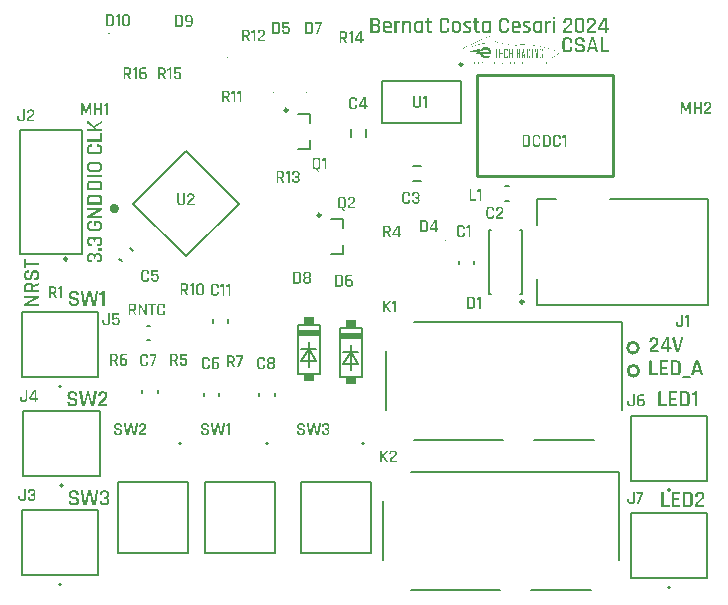
<source format=gto>
G04*
G04 #@! TF.GenerationSoftware,Altium Limited,Altium Designer,24.3.1 (35)*
G04*
G04 Layer_Color=65535*
%FSLAX44Y44*%
%MOMM*%
G71*
G04*
G04 #@! TF.SameCoordinates,D3E0E713-3D92-444F-8C26-48F8A9162C24*
G04*
G04*
G04 #@! TF.FilePolarity,Positive*
G04*
G01*
G75*
%ADD10C,0.2000*%
%ADD11C,0.2540*%
%ADD12C,0.2500*%
%ADD13C,0.4000*%
%ADD14C,0.1000*%
%ADD15C,0.1524*%
%ADD16C,0.1270*%
G36*
X410376Y472796D02*
X411287D01*
Y472772D01*
X411502D01*
Y472748D01*
X411718D01*
Y472724D01*
X411502D01*
Y472700D01*
X411023D01*
Y472676D01*
X410544D01*
Y472652D01*
X410065D01*
Y472628D01*
X409634D01*
Y472604D01*
X409250D01*
Y472580D01*
X408891D01*
Y472556D01*
X408556D01*
Y472532D01*
X408268D01*
Y472508D01*
X407981D01*
Y472484D01*
X407717D01*
Y472460D01*
X407454D01*
Y472436D01*
X407214D01*
Y472412D01*
X406974D01*
Y472388D01*
X406759D01*
Y472364D01*
X406543D01*
Y472340D01*
X406352D01*
Y472317D01*
X406136D01*
Y472293D01*
X405945D01*
Y472269D01*
X405753D01*
Y472245D01*
X405561D01*
Y472221D01*
X405393D01*
Y472197D01*
X405226D01*
Y472173D01*
X405034D01*
Y472149D01*
X404891D01*
Y472125D01*
X404723D01*
Y472101D01*
X404555D01*
Y472077D01*
X404411D01*
Y472053D01*
X404244D01*
Y472029D01*
X404100D01*
Y472005D01*
X403956D01*
Y471981D01*
X403812D01*
Y471957D01*
X403669D01*
Y471933D01*
X403525D01*
Y471909D01*
X403381D01*
Y471885D01*
X403237D01*
Y471861D01*
X403118D01*
Y471837D01*
X402974D01*
Y471813D01*
X402854D01*
Y471790D01*
X402734D01*
Y471766D01*
X402591D01*
Y471742D01*
X402471D01*
Y471718D01*
X402351D01*
Y471694D01*
X402231D01*
Y471670D01*
X402112D01*
Y471646D01*
X401992D01*
Y471622D01*
X401872D01*
Y471598D01*
X401776D01*
Y471574D01*
X401656D01*
Y471550D01*
X401537D01*
Y471526D01*
X401417D01*
Y471502D01*
X401321D01*
Y471478D01*
X401201D01*
Y471454D01*
X401105D01*
Y471430D01*
X400986D01*
Y471406D01*
X400890D01*
Y471382D01*
X400794D01*
Y471358D01*
X400674D01*
Y471334D01*
X400578D01*
Y471310D01*
X400483D01*
Y471286D01*
X400387D01*
Y471263D01*
X400291D01*
Y471239D01*
X400171D01*
Y471214D01*
X400075D01*
Y471191D01*
X399980D01*
Y471167D01*
X399884D01*
Y471143D01*
X399788D01*
Y471119D01*
X399716D01*
Y471095D01*
X399620D01*
Y471071D01*
X399524D01*
Y471047D01*
X399429D01*
Y471023D01*
X399333D01*
Y470999D01*
X399237D01*
Y470975D01*
X399165D01*
Y470951D01*
X399069D01*
Y470927D01*
X398974D01*
Y470903D01*
X398902D01*
Y470879D01*
X398806D01*
Y470855D01*
X398710D01*
Y470831D01*
X398638D01*
Y470807D01*
X398542D01*
Y470783D01*
X398470D01*
Y470759D01*
X398375D01*
Y470735D01*
X398303D01*
Y470712D01*
X398207D01*
Y470687D01*
X398135D01*
Y470664D01*
X398063D01*
Y470640D01*
X397967D01*
Y470616D01*
X397896D01*
Y470592D01*
X397824D01*
Y470568D01*
X397728D01*
Y470544D01*
X397656D01*
Y470520D01*
X397584D01*
Y470496D01*
X397512D01*
Y470472D01*
X397416D01*
Y470448D01*
X397345D01*
Y470424D01*
X397273D01*
Y470400D01*
X397201D01*
Y470376D01*
X397129D01*
Y470352D01*
X397057D01*
Y470328D01*
X396985D01*
Y470304D01*
X396913D01*
Y470280D01*
X396842D01*
Y470256D01*
X396770D01*
Y470232D01*
X396698D01*
Y470208D01*
X396626D01*
Y470185D01*
X396554D01*
Y470160D01*
X396482D01*
Y470137D01*
X396410D01*
Y470113D01*
X396339D01*
Y470089D01*
X396267D01*
Y470065D01*
X396195D01*
Y470041D01*
X396123D01*
Y470017D01*
X396075D01*
Y469993D01*
X396003D01*
Y469969D01*
X395931D01*
Y469945D01*
X395859D01*
Y469921D01*
X395788D01*
Y469897D01*
X395740D01*
Y469873D01*
X395668D01*
Y469849D01*
X395596D01*
Y469825D01*
X395524D01*
Y469801D01*
X395476D01*
Y469777D01*
X395404D01*
Y469753D01*
X395332D01*
Y469729D01*
X395284D01*
Y469705D01*
X395213D01*
Y469681D01*
X395141D01*
Y469658D01*
X395093D01*
Y469633D01*
X395021D01*
Y469610D01*
X394973D01*
Y469586D01*
X394901D01*
Y469562D01*
X394829D01*
Y469538D01*
X394781D01*
Y469514D01*
X394710D01*
Y469490D01*
X394662D01*
Y469466D01*
X394590D01*
Y469442D01*
X394542D01*
Y469418D01*
X394470D01*
Y469394D01*
X394422D01*
Y469370D01*
X394350D01*
Y469346D01*
X394302D01*
Y469322D01*
X394230D01*
Y469298D01*
X394159D01*
Y469274D01*
X394111D01*
Y469250D01*
X394063D01*
Y469274D01*
X394039D01*
Y469298D01*
X394015D01*
Y469322D01*
X394039D01*
Y469346D01*
X394087D01*
Y469370D01*
X394135D01*
Y469394D01*
X394183D01*
Y469418D01*
X394230D01*
Y469442D01*
X394278D01*
Y469466D01*
X394326D01*
Y469490D01*
X394374D01*
Y469514D01*
X394422D01*
Y469538D01*
X394470D01*
Y469562D01*
X394518D01*
Y469586D01*
X394566D01*
Y469610D01*
X394614D01*
Y469633D01*
X394662D01*
Y469658D01*
X394710D01*
Y469681D01*
X394757D01*
Y469705D01*
X394805D01*
Y469729D01*
X394853D01*
Y469753D01*
X394901D01*
Y469777D01*
X394949D01*
Y469801D01*
X394997D01*
Y469825D01*
X395045D01*
Y469849D01*
X395117D01*
Y469873D01*
X395165D01*
Y469897D01*
X395213D01*
Y469921D01*
X395260D01*
Y469945D01*
X395332D01*
Y469969D01*
X395380D01*
Y469993D01*
X395428D01*
Y470017D01*
X395476D01*
Y470041D01*
X395548D01*
Y470065D01*
X395596D01*
Y470089D01*
X395644D01*
Y470113D01*
X395716D01*
Y470137D01*
X395764D01*
Y470160D01*
X395811D01*
Y470185D01*
X395883D01*
Y470208D01*
X395931D01*
Y470232D01*
X396003D01*
Y470256D01*
X396051D01*
Y470280D01*
X396123D01*
Y470304D01*
X396171D01*
Y470328D01*
X396243D01*
Y470352D01*
X396291D01*
Y470376D01*
X396362D01*
Y470400D01*
X396410D01*
Y470424D01*
X396482D01*
Y470448D01*
X396530D01*
Y470472D01*
X396602D01*
Y470496D01*
X396674D01*
Y470520D01*
X396722D01*
Y470544D01*
X396794D01*
Y470568D01*
X396842D01*
Y470592D01*
X396913D01*
Y470616D01*
X396985D01*
Y470640D01*
X397057D01*
Y470664D01*
X397105D01*
Y470687D01*
X397177D01*
Y470712D01*
X397249D01*
Y470735D01*
X397321D01*
Y470759D01*
X397369D01*
Y470783D01*
X397440D01*
Y470807D01*
X397512D01*
Y470831D01*
X397584D01*
Y470855D01*
X397656D01*
Y470879D01*
X397728D01*
Y470903D01*
X397800D01*
Y470927D01*
X397872D01*
Y470951D01*
X397943D01*
Y470975D01*
X398015D01*
Y470999D01*
X398087D01*
Y471023D01*
X398159D01*
Y471047D01*
X398231D01*
Y471071D01*
X398303D01*
Y471095D01*
X398375D01*
Y471119D01*
X398447D01*
Y471143D01*
X398518D01*
Y471167D01*
X398590D01*
Y471191D01*
X398686D01*
Y471214D01*
X398758D01*
Y471239D01*
X398830D01*
Y471263D01*
X398902D01*
Y471286D01*
X398997D01*
Y471310D01*
X399069D01*
Y471334D01*
X399141D01*
Y471358D01*
X399237D01*
Y471382D01*
X399309D01*
Y471406D01*
X399405D01*
Y471430D01*
X399477D01*
Y471454D01*
X399572D01*
Y471478D01*
X399644D01*
Y471502D01*
X399740D01*
Y471526D01*
X399836D01*
Y471550D01*
X399908D01*
Y471574D01*
X400004D01*
Y471598D01*
X400099D01*
Y471622D01*
X400171D01*
Y471646D01*
X400267D01*
Y471670D01*
X400363D01*
Y471694D01*
X400459D01*
Y471718D01*
X400555D01*
Y471742D01*
X400650D01*
Y471766D01*
X400746D01*
Y471790D01*
X400842D01*
Y471813D01*
X400962D01*
Y471837D01*
X401058D01*
Y471861D01*
X401153D01*
Y471885D01*
X401249D01*
Y471909D01*
X401369D01*
Y471933D01*
X401465D01*
Y471957D01*
X401585D01*
Y471981D01*
X401704D01*
Y472005D01*
X401800D01*
Y472029D01*
X401920D01*
Y472053D01*
X402040D01*
Y472077D01*
X402160D01*
Y472101D01*
X402279D01*
Y472125D01*
X402399D01*
Y472149D01*
X402519D01*
Y472173D01*
X402663D01*
Y472197D01*
X402782D01*
Y472221D01*
X402926D01*
Y472245D01*
X403046D01*
Y472269D01*
X403190D01*
Y472293D01*
X403333D01*
Y472317D01*
X403477D01*
Y472340D01*
X403621D01*
Y472364D01*
X403788D01*
Y472388D01*
X403932D01*
Y472412D01*
X404100D01*
Y472436D01*
X404268D01*
Y472460D01*
X404435D01*
Y472484D01*
X404627D01*
Y472508D01*
X404819D01*
Y472532D01*
X405010D01*
Y472556D01*
X405226D01*
Y472580D01*
X405441D01*
Y472604D01*
X405657D01*
Y472628D01*
X405897D01*
Y472652D01*
X406160D01*
Y472676D01*
X406447D01*
Y472700D01*
X406735D01*
Y472724D01*
X407094D01*
Y472748D01*
X407478D01*
Y472772D01*
X407957D01*
Y472796D01*
X408628D01*
Y472820D01*
X410376D01*
Y472796D01*
D02*
G37*
G36*
X453735Y467885D02*
X453831D01*
Y467861D01*
X453903D01*
Y467837D01*
X453951D01*
Y467813D01*
X453999D01*
Y467789D01*
X454047D01*
Y467765D01*
X454094D01*
Y467741D01*
X454118D01*
Y467717D01*
X454166D01*
Y467693D01*
X454190D01*
Y467669D01*
X454214D01*
Y467645D01*
X454238D01*
Y467621D01*
X454262D01*
Y467597D01*
X454286D01*
Y467573D01*
X454310D01*
Y467549D01*
X454334D01*
Y467525D01*
X454358D01*
Y467477D01*
X454382D01*
Y467454D01*
X454406D01*
Y467430D01*
X454430D01*
Y467382D01*
X454454D01*
Y467334D01*
X454478D01*
Y467286D01*
X454502D01*
Y467214D01*
X454526D01*
Y467118D01*
X454550D01*
Y466974D01*
X454574D01*
Y465849D01*
X454550D01*
Y465825D01*
X453879D01*
Y466591D01*
X453855D01*
Y466711D01*
X453831D01*
Y466783D01*
X453807D01*
Y466831D01*
X453783D01*
Y466879D01*
X453759D01*
Y466926D01*
X453735D01*
Y466950D01*
X453711D01*
Y466974D01*
X453687D01*
Y467022D01*
X453663D01*
Y467046D01*
X453615D01*
Y467070D01*
X453591D01*
Y467094D01*
X453567D01*
Y467118D01*
X453520D01*
Y467142D01*
X453472D01*
Y467166D01*
X453424D01*
Y467190D01*
X453328D01*
Y467214D01*
X453040D01*
Y467190D01*
X452968D01*
Y467166D01*
X452897D01*
Y467142D01*
X452849D01*
Y467118D01*
X452825D01*
Y467094D01*
X452777D01*
Y467070D01*
X452753D01*
Y467046D01*
X452705D01*
Y467022D01*
X452681D01*
Y466974D01*
X452657D01*
Y466950D01*
X452633D01*
Y466926D01*
X452609D01*
Y466879D01*
X452585D01*
Y466831D01*
X452561D01*
Y466783D01*
X452537D01*
Y466735D01*
X452513D01*
Y466615D01*
X452489D01*
Y460914D01*
X452513D01*
Y460794D01*
X452537D01*
Y460746D01*
X452561D01*
Y460698D01*
X452585D01*
Y460650D01*
X452609D01*
Y460602D01*
X452633D01*
Y460578D01*
X452657D01*
Y460555D01*
X452681D01*
Y460507D01*
X452705D01*
Y460483D01*
X452753D01*
Y460459D01*
X452777D01*
Y460435D01*
X452825D01*
Y460411D01*
X452849D01*
Y460387D01*
X452897D01*
Y460363D01*
X452968D01*
Y460339D01*
X453040D01*
Y460315D01*
X453328D01*
Y460339D01*
X453424D01*
Y460363D01*
X453472D01*
Y460387D01*
X453520D01*
Y460411D01*
X453567D01*
Y460435D01*
X453591D01*
Y460459D01*
X453615D01*
Y460483D01*
X453663D01*
Y460507D01*
X453687D01*
Y460555D01*
X453711D01*
Y460578D01*
X453735D01*
Y460602D01*
X453759D01*
Y460650D01*
X453783D01*
Y460698D01*
X453807D01*
Y460746D01*
X453831D01*
Y460818D01*
X453855D01*
Y460938D01*
X453879D01*
Y463070D01*
X453184D01*
Y463764D01*
X454574D01*
Y460531D01*
X454550D01*
Y460387D01*
X454526D01*
Y460315D01*
X454502D01*
Y460243D01*
X454478D01*
Y460195D01*
X454454D01*
Y460147D01*
X454430D01*
Y460099D01*
X454406D01*
Y460075D01*
X454382D01*
Y460051D01*
X454358D01*
Y460004D01*
X454334D01*
Y459980D01*
X454310D01*
Y459956D01*
X454286D01*
Y459932D01*
X454262D01*
Y459908D01*
X454238D01*
Y459884D01*
X454214D01*
Y459860D01*
X454190D01*
Y459836D01*
X454166D01*
Y459812D01*
X454118D01*
Y459788D01*
X454094D01*
Y459764D01*
X454047D01*
Y459740D01*
X453999D01*
Y459716D01*
X453951D01*
Y459692D01*
X453903D01*
Y459668D01*
X453831D01*
Y459644D01*
X453735D01*
Y459620D01*
X452657D01*
Y459644D01*
X452537D01*
Y459668D01*
X452466D01*
Y459692D01*
X452418D01*
Y459716D01*
X452370D01*
Y459740D01*
X452322D01*
Y459764D01*
X452298D01*
Y459788D01*
X452250D01*
Y459812D01*
X452226D01*
Y459836D01*
X452202D01*
Y459860D01*
X452154D01*
Y459884D01*
X452130D01*
Y459908D01*
X452106D01*
Y459932D01*
X452082D01*
Y459956D01*
X452058D01*
Y460004D01*
X452034D01*
Y460028D01*
X452010D01*
Y460051D01*
X451986D01*
Y460075D01*
X451962D01*
Y460123D01*
X451939D01*
Y460171D01*
X451914D01*
Y460195D01*
X451891D01*
Y460267D01*
X451867D01*
Y460315D01*
X451843D01*
Y460387D01*
X451819D01*
Y460531D01*
X451795D01*
Y466998D01*
X451819D01*
Y467118D01*
X451843D01*
Y467214D01*
X451867D01*
Y467262D01*
X451891D01*
Y467334D01*
X451914D01*
Y467358D01*
X451939D01*
Y467406D01*
X451962D01*
Y467454D01*
X451986D01*
Y467477D01*
X452010D01*
Y467501D01*
X452034D01*
Y467525D01*
X452058D01*
Y467573D01*
X452082D01*
Y467597D01*
X452106D01*
Y467621D01*
X452130D01*
Y467645D01*
X452154D01*
Y467669D01*
X452202D01*
Y467693D01*
X452226D01*
Y467717D01*
X452250D01*
Y467741D01*
X452298D01*
Y467765D01*
X452322D01*
Y467789D01*
X452370D01*
Y467813D01*
X452418D01*
Y467837D01*
X452466D01*
Y467861D01*
X452537D01*
Y467885D01*
X452657D01*
Y467909D01*
X453735D01*
Y467885D01*
D02*
G37*
G36*
X442836D02*
X442931D01*
Y467861D01*
X443003D01*
Y467837D01*
X443051D01*
Y467813D01*
X443099D01*
Y467789D01*
X443147D01*
Y467765D01*
X443195D01*
Y467741D01*
X443219D01*
Y467717D01*
X443267D01*
Y467693D01*
X443291D01*
Y467669D01*
X443315D01*
Y467645D01*
X443339D01*
Y467621D01*
X443363D01*
Y467597D01*
X443386D01*
Y467573D01*
X443410D01*
Y467549D01*
X443434D01*
Y467525D01*
X443458D01*
Y467477D01*
X443482D01*
Y467454D01*
X443506D01*
Y467430D01*
X443530D01*
Y467382D01*
X443554D01*
Y467334D01*
X443578D01*
Y467286D01*
X443602D01*
Y467214D01*
X443626D01*
Y467118D01*
X443650D01*
Y466974D01*
X443674D01*
Y465849D01*
X443650D01*
Y465825D01*
X442979D01*
Y466591D01*
X442955D01*
Y466711D01*
X442931D01*
Y466783D01*
X442907D01*
Y466831D01*
X442883D01*
Y466879D01*
X442859D01*
Y466926D01*
X442836D01*
Y466950D01*
X442812D01*
Y466974D01*
X442788D01*
Y467022D01*
X442764D01*
Y467046D01*
X442716D01*
Y467070D01*
X442692D01*
Y467094D01*
X442668D01*
Y467118D01*
X442620D01*
Y467142D01*
X442572D01*
Y467166D01*
X442524D01*
Y467190D01*
X442428D01*
Y467214D01*
X442141D01*
Y467190D01*
X442069D01*
Y467166D01*
X441997D01*
Y467142D01*
X441949D01*
Y467118D01*
X441925D01*
Y467094D01*
X441877D01*
Y467070D01*
X441853D01*
Y467046D01*
X441805D01*
Y467022D01*
X441782D01*
Y466974D01*
X441758D01*
Y466950D01*
X441734D01*
Y466926D01*
X441710D01*
Y466879D01*
X441686D01*
Y466831D01*
X441662D01*
Y466783D01*
X441638D01*
Y466735D01*
X441614D01*
Y466615D01*
X441590D01*
Y460914D01*
X441614D01*
Y460794D01*
X441638D01*
Y460746D01*
X441662D01*
Y460698D01*
X441686D01*
Y460650D01*
X441710D01*
Y460602D01*
X441734D01*
Y460578D01*
X441758D01*
Y460555D01*
X441782D01*
Y460507D01*
X441805D01*
Y460483D01*
X441853D01*
Y460459D01*
X441877D01*
Y460435D01*
X441925D01*
Y460411D01*
X441949D01*
Y460387D01*
X441997D01*
Y460363D01*
X442069D01*
Y460339D01*
X442141D01*
Y460315D01*
X442428D01*
Y460339D01*
X442524D01*
Y460363D01*
X442572D01*
Y460387D01*
X442620D01*
Y460411D01*
X442668D01*
Y460435D01*
X442692D01*
Y460459D01*
X442716D01*
Y460483D01*
X442764D01*
Y460507D01*
X442788D01*
Y460555D01*
X442812D01*
Y460578D01*
X442836D01*
Y460602D01*
X442859D01*
Y460650D01*
X442883D01*
Y460698D01*
X442907D01*
Y460746D01*
X442931D01*
Y460818D01*
X442955D01*
Y460938D01*
X442979D01*
Y461704D01*
X443650D01*
Y461680D01*
X443674D01*
Y460531D01*
X443650D01*
Y460387D01*
X443626D01*
Y460315D01*
X443602D01*
Y460243D01*
X443578D01*
Y460195D01*
X443554D01*
Y460147D01*
X443530D01*
Y460099D01*
X443506D01*
Y460075D01*
X443482D01*
Y460051D01*
X443458D01*
Y460004D01*
X443434D01*
Y459980D01*
X443410D01*
Y459956D01*
X443386D01*
Y459932D01*
X443363D01*
Y459908D01*
X443339D01*
Y459884D01*
X443315D01*
Y459860D01*
X443291D01*
Y459836D01*
X443267D01*
Y459812D01*
X443219D01*
Y459788D01*
X443195D01*
Y459764D01*
X443147D01*
Y459740D01*
X443099D01*
Y459716D01*
X443051D01*
Y459692D01*
X443003D01*
Y459668D01*
X442931D01*
Y459644D01*
X442836D01*
Y459620D01*
X441758D01*
Y459644D01*
X441638D01*
Y459668D01*
X441566D01*
Y459692D01*
X441518D01*
Y459716D01*
X441470D01*
Y459740D01*
X441422D01*
Y459764D01*
X441398D01*
Y459788D01*
X441350D01*
Y459812D01*
X441326D01*
Y459836D01*
X441302D01*
Y459860D01*
X441254D01*
Y459884D01*
X441231D01*
Y459908D01*
X441207D01*
Y459932D01*
X441183D01*
Y459956D01*
X441159D01*
Y460004D01*
X441135D01*
Y460028D01*
X441111D01*
Y460051D01*
X441087D01*
Y460075D01*
X441063D01*
Y460123D01*
X441039D01*
Y460171D01*
X441015D01*
Y460195D01*
X440991D01*
Y460267D01*
X440967D01*
Y460315D01*
X440943D01*
Y460387D01*
X440919D01*
Y460531D01*
X440895D01*
Y464938D01*
Y464962D01*
Y466998D01*
X440919D01*
Y467118D01*
X440943D01*
Y467214D01*
X440967D01*
Y467262D01*
X440991D01*
Y467334D01*
X441015D01*
Y467358D01*
X441039D01*
Y467406D01*
X441063D01*
Y467454D01*
X441087D01*
Y467477D01*
X441111D01*
Y467501D01*
X441135D01*
Y467525D01*
X441159D01*
Y467573D01*
X441183D01*
Y467597D01*
X441207D01*
Y467621D01*
X441231D01*
Y467645D01*
X441254D01*
Y467669D01*
X441302D01*
Y467693D01*
X441326D01*
Y467717D01*
X441350D01*
Y467741D01*
X441398D01*
Y467765D01*
X441422D01*
Y467789D01*
X441470D01*
Y467813D01*
X441518D01*
Y467837D01*
X441566D01*
Y467861D01*
X441638D01*
Y467885D01*
X441758D01*
Y467909D01*
X442836D01*
Y467885D01*
D02*
G37*
G36*
X423887D02*
X423983D01*
Y467861D01*
X424055D01*
Y467837D01*
X424103D01*
Y467813D01*
X424150D01*
Y467789D01*
X424198D01*
Y467765D01*
X424246D01*
Y467741D01*
X424270D01*
Y467717D01*
X424318D01*
Y467693D01*
X424342D01*
Y467669D01*
X424366D01*
Y467645D01*
X424390D01*
Y467621D01*
X424414D01*
Y467597D01*
X424438D01*
Y467573D01*
X424462D01*
Y467549D01*
X424486D01*
Y467525D01*
X424510D01*
Y467477D01*
X424534D01*
Y467454D01*
X424558D01*
Y467430D01*
X424582D01*
Y467382D01*
X424606D01*
Y467334D01*
X424630D01*
Y467286D01*
X424654D01*
Y467214D01*
X424677D01*
Y467118D01*
X424701D01*
Y466974D01*
X424725D01*
Y465849D01*
X424701D01*
Y465825D01*
X424031D01*
Y466591D01*
X424007D01*
Y466711D01*
X423983D01*
Y466783D01*
X423959D01*
Y466831D01*
X423935D01*
Y466879D01*
X423911D01*
Y466926D01*
X423887D01*
Y466950D01*
X423863D01*
Y466974D01*
X423839D01*
Y467022D01*
X423815D01*
Y467046D01*
X423767D01*
Y467070D01*
X423743D01*
Y467094D01*
X423719D01*
Y467118D01*
X423671D01*
Y467142D01*
X423623D01*
Y467166D01*
X423576D01*
Y467190D01*
X423480D01*
Y467214D01*
X423192D01*
Y467190D01*
X423120D01*
Y467166D01*
X423049D01*
Y467142D01*
X423001D01*
Y467118D01*
X422977D01*
Y467094D01*
X422929D01*
Y467070D01*
X422905D01*
Y467046D01*
X422857D01*
Y467022D01*
X422833D01*
Y466974D01*
X422809D01*
Y466950D01*
X422785D01*
Y466926D01*
X422761D01*
Y466879D01*
X422737D01*
Y466831D01*
X422713D01*
Y466783D01*
X422689D01*
Y466735D01*
X422665D01*
Y466615D01*
X422641D01*
Y460914D01*
X422665D01*
Y460794D01*
X422689D01*
Y460746D01*
X422713D01*
Y460698D01*
X422737D01*
Y460650D01*
X422761D01*
Y460602D01*
X422785D01*
Y460578D01*
X422809D01*
Y460555D01*
X422833D01*
Y460507D01*
X422857D01*
Y460483D01*
X422905D01*
Y460459D01*
X422929D01*
Y460435D01*
X422977D01*
Y460411D01*
X423001D01*
Y460387D01*
X423049D01*
Y460363D01*
X423120D01*
Y460339D01*
X423192D01*
Y460315D01*
X423480D01*
Y460339D01*
X423576D01*
Y460363D01*
X423623D01*
Y460387D01*
X423671D01*
Y460411D01*
X423719D01*
Y460435D01*
X423743D01*
Y460459D01*
X423767D01*
Y460483D01*
X423815D01*
Y460507D01*
X423839D01*
Y460555D01*
X423863D01*
Y460578D01*
X423887D01*
Y460602D01*
X423911D01*
Y460650D01*
X423935D01*
Y460698D01*
X423959D01*
Y460746D01*
X423983D01*
Y460818D01*
X424007D01*
Y460938D01*
X424031D01*
Y461704D01*
X424701D01*
Y461680D01*
X424725D01*
Y460531D01*
X424701D01*
Y460387D01*
X424677D01*
Y460315D01*
X424654D01*
Y460243D01*
X424630D01*
Y460195D01*
X424606D01*
Y460147D01*
X424582D01*
Y460099D01*
X424558D01*
Y460075D01*
X424534D01*
Y460051D01*
X424510D01*
Y460004D01*
X424486D01*
Y459980D01*
X424462D01*
Y459956D01*
X424438D01*
Y459932D01*
X424414D01*
Y459908D01*
X424390D01*
Y459884D01*
X424366D01*
Y459860D01*
X424342D01*
Y459836D01*
X424318D01*
Y459812D01*
X424270D01*
Y459788D01*
X424246D01*
Y459764D01*
X424198D01*
Y459740D01*
X424150D01*
Y459716D01*
X424103D01*
Y459692D01*
X424055D01*
Y459668D01*
X423983D01*
Y459644D01*
X423887D01*
Y459620D01*
X422809D01*
Y459644D01*
X422689D01*
Y459668D01*
X422617D01*
Y459692D01*
X422569D01*
Y459716D01*
X422522D01*
Y459740D01*
X422474D01*
Y459764D01*
X422450D01*
Y459788D01*
X422402D01*
Y459812D01*
X422378D01*
Y459836D01*
X422354D01*
Y459860D01*
X422306D01*
Y459884D01*
X422282D01*
Y459908D01*
X422258D01*
Y459932D01*
X422234D01*
Y459956D01*
X422210D01*
Y460004D01*
X422186D01*
Y460028D01*
X422162D01*
Y460051D01*
X422138D01*
Y460075D01*
X422114D01*
Y460123D01*
X422090D01*
Y460171D01*
X422066D01*
Y460195D01*
X422042D01*
Y460267D01*
X422018D01*
Y460315D01*
X421995D01*
Y460387D01*
X421970D01*
Y460531D01*
X421947D01*
Y466998D01*
X421970D01*
Y467118D01*
X421995D01*
Y467214D01*
X422018D01*
Y467262D01*
X422042D01*
Y467334D01*
X422066D01*
Y467358D01*
X422090D01*
Y467406D01*
X422114D01*
Y467454D01*
X422138D01*
Y467477D01*
X422162D01*
Y467501D01*
X422186D01*
Y467525D01*
X422210D01*
Y467573D01*
X422234D01*
Y467597D01*
X422258D01*
Y467621D01*
X422282D01*
Y467645D01*
X422306D01*
Y467669D01*
X422354D01*
Y467693D01*
X422378D01*
Y467717D01*
X422402D01*
Y467741D01*
X422450D01*
Y467765D01*
X422474D01*
Y467789D01*
X422522D01*
Y467813D01*
X422569D01*
Y467837D01*
X422617D01*
Y467861D01*
X422689D01*
Y467885D01*
X422809D01*
Y467909D01*
X423887D01*
Y467885D01*
D02*
G37*
G36*
X406567Y469250D02*
X406807D01*
Y469226D01*
X406974D01*
Y469202D01*
X407118D01*
Y469178D01*
X407238D01*
Y469154D01*
X407334D01*
Y469130D01*
X407430D01*
Y469106D01*
X407502D01*
Y469082D01*
X407597D01*
Y469059D01*
X407669D01*
Y469035D01*
X407741D01*
Y469011D01*
X407813D01*
Y468987D01*
X407861D01*
Y468963D01*
X407933D01*
Y468939D01*
X407981D01*
Y468915D01*
X408052D01*
Y468891D01*
X408101D01*
Y468867D01*
X408148D01*
Y468843D01*
X408196D01*
Y468819D01*
X408244D01*
Y468795D01*
X408292D01*
Y468771D01*
X408340D01*
Y468747D01*
X408388D01*
Y468723D01*
X408436D01*
Y468699D01*
X408484D01*
Y468675D01*
X408532D01*
Y468651D01*
X408556D01*
Y468627D01*
X408604D01*
Y468603D01*
X408651D01*
Y468579D01*
X408675D01*
Y468555D01*
X408723D01*
Y468531D01*
X408771D01*
Y468508D01*
X408795D01*
Y468484D01*
X408843D01*
Y468460D01*
X408867D01*
Y468436D01*
X408915D01*
Y468412D01*
X408939D01*
Y468388D01*
X408963D01*
Y468364D01*
X409011D01*
Y468340D01*
X409035D01*
Y468316D01*
X409083D01*
Y468292D01*
X409107D01*
Y468268D01*
X409131D01*
Y468244D01*
X409178D01*
Y468220D01*
X409202D01*
Y468196D01*
X409226D01*
Y468172D01*
X409250D01*
Y468148D01*
X409298D01*
Y468124D01*
X409322D01*
Y468100D01*
X409346D01*
Y468076D01*
X409370D01*
Y468052D01*
X409394D01*
Y468028D01*
X409418D01*
Y468005D01*
X409442D01*
Y467981D01*
X409490D01*
Y467957D01*
X409514D01*
Y467933D01*
X409538D01*
Y467909D01*
X409562D01*
Y467885D01*
X409586D01*
Y467861D01*
X409610D01*
Y467837D01*
X409634D01*
Y467813D01*
X409658D01*
Y467789D01*
X409682D01*
Y467765D01*
X409706D01*
Y467741D01*
X409729D01*
Y467693D01*
X409753D01*
Y467669D01*
X409777D01*
Y467645D01*
X409801D01*
Y467621D01*
X409825D01*
Y467597D01*
X409849D01*
Y467573D01*
X409873D01*
Y467549D01*
X409897D01*
Y467501D01*
X409921D01*
Y467477D01*
X409945D01*
Y467454D01*
X409969D01*
Y467430D01*
X409993D01*
Y467382D01*
X410017D01*
Y467358D01*
X410041D01*
Y467334D01*
X410065D01*
Y467286D01*
X410089D01*
Y467262D01*
X410113D01*
Y467214D01*
X410137D01*
Y467190D01*
X410161D01*
Y467142D01*
X410185D01*
Y467118D01*
X410209D01*
Y467070D01*
X410233D01*
Y467046D01*
X410256D01*
Y466998D01*
X410280D01*
Y466974D01*
X410304D01*
Y466926D01*
X410328D01*
Y466879D01*
X410352D01*
Y466855D01*
X410376D01*
Y466807D01*
X410400D01*
Y466759D01*
X410424D01*
Y466711D01*
X410448D01*
Y466663D01*
X410472D01*
Y466639D01*
X410496D01*
Y466591D01*
X410520D01*
Y466543D01*
X410544D01*
Y466495D01*
X410568D01*
Y466447D01*
X410592D01*
Y466399D01*
X410616D01*
Y466352D01*
X410640D01*
Y466280D01*
X410664D01*
Y466232D01*
X410688D01*
Y466184D01*
X410712D01*
Y466112D01*
X410736D01*
Y466040D01*
X410760D01*
Y465992D01*
X410783D01*
Y465920D01*
X410807D01*
Y465849D01*
X410831D01*
Y465753D01*
X410855D01*
Y465681D01*
X410879D01*
Y465585D01*
X410903D01*
Y465465D01*
X410927D01*
Y465369D01*
X410951D01*
Y465226D01*
X410975D01*
Y465058D01*
X410999D01*
Y464818D01*
X411023D01*
Y463932D01*
X410999D01*
Y463741D01*
X410975D01*
Y463621D01*
X410951D01*
Y463477D01*
X410927D01*
Y463405D01*
X410903D01*
Y463381D01*
X410736D01*
Y463357D01*
X398351D01*
Y463381D01*
X398303D01*
Y463405D01*
X398279D01*
Y463453D01*
X398255D01*
Y463549D01*
X398279D01*
Y463836D01*
X398303D01*
Y464052D01*
X398327D01*
Y464244D01*
X398351D01*
Y464411D01*
X398375D01*
Y464555D01*
X398399D01*
Y464699D01*
X398423D01*
Y464818D01*
X398447D01*
Y464938D01*
X398470D01*
Y465034D01*
X398494D01*
Y465130D01*
X398518D01*
Y465274D01*
X398542D01*
Y465322D01*
X392074D01*
Y465369D01*
X392122D01*
Y465393D01*
X392218D01*
Y465417D01*
X392314D01*
Y465441D01*
X392386D01*
Y465465D01*
X392482D01*
Y465489D01*
X392578D01*
Y465513D01*
X392673D01*
Y465537D01*
X392769D01*
Y465561D01*
X392865D01*
Y465585D01*
X392961D01*
Y465609D01*
X393057D01*
Y465633D01*
X393128D01*
Y465657D01*
X393224D01*
Y465681D01*
X393320D01*
Y465705D01*
X393416D01*
Y465729D01*
X393512D01*
Y465753D01*
X393607D01*
Y465777D01*
X393703D01*
Y465801D01*
X393775D01*
Y465825D01*
X393871D01*
Y465849D01*
X393967D01*
Y465872D01*
X394063D01*
Y465896D01*
X394159D01*
Y465920D01*
X394254D01*
Y465944D01*
X394350D01*
Y465968D01*
X394422D01*
Y465992D01*
X394518D01*
Y466016D01*
X394614D01*
Y466040D01*
X394710D01*
Y466064D01*
X394805D01*
Y466088D01*
X394901D01*
Y466112D01*
X394997D01*
Y466136D01*
X395093D01*
Y466160D01*
X395165D01*
Y466184D01*
X395260D01*
Y466208D01*
X395356D01*
Y466232D01*
X395452D01*
Y466256D01*
X395548D01*
Y466280D01*
X395644D01*
Y466304D01*
X395740D01*
Y466328D01*
X395811D01*
Y466352D01*
X395907D01*
Y466376D01*
X396003D01*
Y466399D01*
X396099D01*
Y466423D01*
X396195D01*
Y466447D01*
X396291D01*
Y466471D01*
X396386D01*
Y466495D01*
X396482D01*
Y466519D01*
X396554D01*
Y466543D01*
X396650D01*
Y466567D01*
X396746D01*
Y466591D01*
X396842D01*
Y466615D01*
X396937D01*
Y466639D01*
X397033D01*
Y466663D01*
X397129D01*
Y466687D01*
X397201D01*
Y466711D01*
X397297D01*
Y466735D01*
X397393D01*
Y466759D01*
X397488D01*
Y466783D01*
X397584D01*
Y466807D01*
X397680D01*
Y466831D01*
X397776D01*
Y466855D01*
X397872D01*
Y466879D01*
X397943D01*
Y466903D01*
X398039D01*
Y466926D01*
X398135D01*
Y466950D01*
X398231D01*
Y466974D01*
X398327D01*
Y466998D01*
X398423D01*
Y467022D01*
X398518D01*
Y467046D01*
X398590D01*
Y467070D01*
X398686D01*
Y467094D01*
X398782D01*
Y467118D01*
X398878D01*
Y467142D01*
X398974D01*
Y467166D01*
X399069D01*
Y467190D01*
X399165D01*
Y467214D01*
X399237D01*
Y467238D01*
X399333D01*
Y467262D01*
X399429D01*
Y467286D01*
X399524D01*
Y467310D01*
X399620D01*
Y467334D01*
X399716D01*
Y467358D01*
X399812D01*
Y467382D01*
X399908D01*
Y467406D01*
X399980D01*
Y467430D01*
X400075D01*
Y467454D01*
X400171D01*
Y467477D01*
X400267D01*
Y467501D01*
X400363D01*
Y467525D01*
X400459D01*
Y467549D01*
X400555D01*
Y467573D01*
X400626D01*
Y467597D01*
X400722D01*
Y467621D01*
X400818D01*
Y467645D01*
X400914D01*
Y467669D01*
X401010D01*
Y467693D01*
X401105D01*
Y467717D01*
X401201D01*
Y467741D01*
X401297D01*
Y467765D01*
X401369D01*
Y467789D01*
X401465D01*
Y467813D01*
X401561D01*
Y467837D01*
X401656D01*
Y467861D01*
X401752D01*
Y467885D01*
X401848D01*
Y467909D01*
X401944D01*
Y467933D01*
X402016D01*
Y467957D01*
X402088D01*
Y467909D01*
X402064D01*
Y467885D01*
X402040D01*
Y467837D01*
X402016D01*
Y467789D01*
X401992D01*
Y467765D01*
X401968D01*
Y467717D01*
X401944D01*
Y467669D01*
X401920D01*
Y467645D01*
X401896D01*
Y467597D01*
X401872D01*
Y467573D01*
X401848D01*
Y467525D01*
X401824D01*
Y467477D01*
X401800D01*
Y467454D01*
X401776D01*
Y467406D01*
X401752D01*
Y467358D01*
X401728D01*
Y467334D01*
X401704D01*
Y467286D01*
X401680D01*
Y467238D01*
X401656D01*
Y467214D01*
X401632D01*
Y467166D01*
X401609D01*
Y467118D01*
X401585D01*
Y467094D01*
X401561D01*
Y467046D01*
X401537D01*
Y466998D01*
X401513D01*
Y466974D01*
X401489D01*
Y466926D01*
X401465D01*
Y466879D01*
X401441D01*
Y466831D01*
X401417D01*
Y466807D01*
X401393D01*
Y466759D01*
X401369D01*
Y466711D01*
X401345D01*
Y466663D01*
X401321D01*
Y466615D01*
X401297D01*
Y466567D01*
X401273D01*
Y466519D01*
X401249D01*
Y466447D01*
X401225D01*
Y466399D01*
X401201D01*
Y466352D01*
X401177D01*
Y466280D01*
X401153D01*
Y466208D01*
X401129D01*
Y466136D01*
X401105D01*
Y466064D01*
X401082D01*
Y465992D01*
X401058D01*
Y465896D01*
X401034D01*
Y465825D01*
X401010D01*
Y465705D01*
X400986D01*
Y465609D01*
X400962D01*
Y465489D01*
X400938D01*
Y465393D01*
X408699D01*
Y465465D01*
X408675D01*
Y465513D01*
X408651D01*
Y465585D01*
X408628D01*
Y465633D01*
X408604D01*
Y465681D01*
X408579D01*
Y465729D01*
X408556D01*
Y465777D01*
X408532D01*
Y465825D01*
X408508D01*
Y465849D01*
X408484D01*
Y465896D01*
X408460D01*
Y465944D01*
X408436D01*
Y465968D01*
X408412D01*
Y466016D01*
X408388D01*
Y466040D01*
X408364D01*
Y466088D01*
X408340D01*
Y466112D01*
X408316D01*
Y466136D01*
X408292D01*
Y466184D01*
X408268D01*
Y466208D01*
X408244D01*
Y466232D01*
X408220D01*
Y466256D01*
X408196D01*
Y466280D01*
X408172D01*
Y466328D01*
X408148D01*
Y466352D01*
X408124D01*
Y466376D01*
X408101D01*
Y466399D01*
X408077D01*
Y466423D01*
X408052D01*
Y466447D01*
X408029D01*
Y466471D01*
X408005D01*
Y466495D01*
X407957D01*
Y466519D01*
X407933D01*
Y466543D01*
X407909D01*
Y466567D01*
X407885D01*
Y466591D01*
X407861D01*
Y466615D01*
X407813D01*
Y466639D01*
X407789D01*
Y466663D01*
X407765D01*
Y466687D01*
X407717D01*
Y466711D01*
X407693D01*
Y466735D01*
X407645D01*
Y466759D01*
X407597D01*
Y466783D01*
X407573D01*
Y466807D01*
X407525D01*
Y466831D01*
X407478D01*
Y466855D01*
X407430D01*
Y466879D01*
X407382D01*
Y466903D01*
X407334D01*
Y466926D01*
X407286D01*
Y466950D01*
X407214D01*
Y466974D01*
X407166D01*
Y466998D01*
X407094D01*
Y467022D01*
X407023D01*
Y467046D01*
X406927D01*
Y467070D01*
X406855D01*
Y467094D01*
X406735D01*
Y467118D01*
X406615D01*
Y467142D01*
X406424D01*
Y467166D01*
X405992D01*
Y467142D01*
X405801D01*
Y467118D01*
X405657D01*
Y467094D01*
X405561D01*
Y467070D01*
X405465D01*
Y467046D01*
X405393D01*
Y467022D01*
X405322D01*
Y466998D01*
X405250D01*
Y466974D01*
X405202D01*
Y466950D01*
X405154D01*
Y466926D01*
X405106D01*
Y466903D01*
X405034D01*
Y466879D01*
X405010D01*
Y466855D01*
X404962D01*
Y466831D01*
X404914D01*
Y466807D01*
X404866D01*
Y466783D01*
X404819D01*
Y466759D01*
X404795D01*
Y466735D01*
X404747D01*
Y466711D01*
X404723D01*
Y466687D01*
X404675D01*
Y466663D01*
X404651D01*
Y466639D01*
X404627D01*
Y466615D01*
X404579D01*
Y466591D01*
X404555D01*
Y466567D01*
X404531D01*
Y466543D01*
X404507D01*
Y466519D01*
X404459D01*
Y466495D01*
X404435D01*
Y466471D01*
X404411D01*
Y466447D01*
X404387D01*
Y466423D01*
X404363D01*
Y466399D01*
X404339D01*
Y466376D01*
X404315D01*
Y466352D01*
X404292D01*
Y466328D01*
X404268D01*
Y466304D01*
X404244D01*
Y466280D01*
X404220D01*
Y466256D01*
X404196D01*
Y466208D01*
X404172D01*
Y466184D01*
X404148D01*
Y466160D01*
X404124D01*
Y466136D01*
X404100D01*
Y466088D01*
X404076D01*
Y466064D01*
X404052D01*
Y466040D01*
X404028D01*
Y465992D01*
X404004D01*
Y465968D01*
X403980D01*
Y465920D01*
X403956D01*
Y465896D01*
X403932D01*
Y465849D01*
X403884D01*
Y465825D01*
X403836D01*
Y465801D01*
X401585D01*
Y465825D01*
X401561D01*
Y465849D01*
X401585D01*
Y465944D01*
X401609D01*
Y466016D01*
X401632D01*
Y466088D01*
X401656D01*
Y466136D01*
X401680D01*
Y466208D01*
X401704D01*
Y466280D01*
X401728D01*
Y466328D01*
X401752D01*
Y466376D01*
X401776D01*
Y466447D01*
X401800D01*
Y466495D01*
X401824D01*
Y466543D01*
X401848D01*
Y466591D01*
X401872D01*
Y466639D01*
X401896D01*
Y466687D01*
X401920D01*
Y466735D01*
X401944D01*
Y466759D01*
X401968D01*
Y466807D01*
X401992D01*
Y466855D01*
X402016D01*
Y466903D01*
X402040D01*
Y466926D01*
X402064D01*
Y466974D01*
X402088D01*
Y466998D01*
X402112D01*
Y467046D01*
X402136D01*
Y467070D01*
X402160D01*
Y467118D01*
X402183D01*
Y467142D01*
X402207D01*
Y467190D01*
X402231D01*
Y467214D01*
X402255D01*
Y467262D01*
X402279D01*
Y467286D01*
X402303D01*
Y467334D01*
X402327D01*
Y467358D01*
X402351D01*
Y467382D01*
X402375D01*
Y467430D01*
X402399D01*
Y467454D01*
X402423D01*
Y467477D01*
X402447D01*
Y467501D01*
X402471D01*
Y467549D01*
X402495D01*
Y467573D01*
X402519D01*
Y467597D01*
X402543D01*
Y467621D01*
X402567D01*
Y467645D01*
X402591D01*
Y467669D01*
X402615D01*
Y467717D01*
X402639D01*
Y467741D01*
X402663D01*
Y467765D01*
X402687D01*
Y467789D01*
X402710D01*
Y467813D01*
X402734D01*
Y467837D01*
X402758D01*
Y467861D01*
X402782D01*
Y467885D01*
X402806D01*
Y467909D01*
X402830D01*
Y467933D01*
X402854D01*
Y467957D01*
X402878D01*
Y467981D01*
X402902D01*
Y468005D01*
X402926D01*
Y468028D01*
X402950D01*
Y468052D01*
X402974D01*
Y468076D01*
X402998D01*
Y468100D01*
X403046D01*
Y468124D01*
X403070D01*
Y468148D01*
X403094D01*
Y468172D01*
X403118D01*
Y468196D01*
X403142D01*
Y468220D01*
X403190D01*
Y468244D01*
X403214D01*
Y468268D01*
X403237D01*
Y468292D01*
X403261D01*
Y468316D01*
X403309D01*
Y468340D01*
X403333D01*
Y468364D01*
X403357D01*
Y468388D01*
X403405D01*
Y468412D01*
X403429D01*
Y468436D01*
X403477D01*
Y468460D01*
X403501D01*
Y468484D01*
X403549D01*
Y468508D01*
X403573D01*
Y468531D01*
X403621D01*
Y468555D01*
X403645D01*
Y468579D01*
X403693D01*
Y468603D01*
X403741D01*
Y468627D01*
X403788D01*
Y468651D01*
X403812D01*
Y468675D01*
X403860D01*
Y468699D01*
X403908D01*
Y468723D01*
X403956D01*
Y468747D01*
X404004D01*
Y468771D01*
X404052D01*
Y468795D01*
X404100D01*
Y468819D01*
X404148D01*
Y468843D01*
X404220D01*
Y468867D01*
X404268D01*
Y468891D01*
X404339D01*
Y468915D01*
X404387D01*
Y468939D01*
X404459D01*
Y468963D01*
X404531D01*
Y468987D01*
X404579D01*
Y469011D01*
X404675D01*
Y469035D01*
X404747D01*
Y469059D01*
X404819D01*
Y469082D01*
X404914D01*
Y469106D01*
X405010D01*
Y469130D01*
X405106D01*
Y469154D01*
X405226D01*
Y469178D01*
X405346D01*
Y469202D01*
X405489D01*
Y469226D01*
X405657D01*
Y469250D01*
X405897D01*
Y469274D01*
X406567D01*
Y469250D01*
D02*
G37*
G36*
X429013Y459620D02*
X428319D01*
Y463405D01*
X426953D01*
Y459620D01*
X426259D01*
Y467909D01*
X426953D01*
Y466232D01*
Y466208D01*
Y464100D01*
X428319D01*
Y467909D01*
X429013D01*
Y459620D01*
D02*
G37*
G36*
X450238D02*
X449160D01*
Y459740D01*
X449136D01*
Y459884D01*
X449112D01*
Y460028D01*
X449088D01*
Y460171D01*
X449064D01*
Y460339D01*
X449040D01*
Y460483D01*
X449016D01*
Y460626D01*
X448992D01*
Y460770D01*
X448968D01*
Y460914D01*
X448944D01*
Y461058D01*
X448920D01*
Y461201D01*
X448896D01*
Y461345D01*
X448872D01*
Y461513D01*
X448848D01*
Y461656D01*
X448824D01*
Y461800D01*
X448800D01*
Y461944D01*
X448776D01*
Y462088D01*
X448752D01*
Y462231D01*
X448728D01*
Y462375D01*
X448704D01*
Y462543D01*
X448681D01*
Y462687D01*
X448657D01*
Y462830D01*
X448633D01*
Y462974D01*
X448609D01*
Y463118D01*
X448585D01*
Y463261D01*
X448561D01*
Y463405D01*
X448537D01*
Y463549D01*
X448513D01*
Y463717D01*
X448489D01*
Y463860D01*
X448465D01*
Y464004D01*
X448441D01*
Y464148D01*
X448417D01*
Y464291D01*
X448393D01*
Y464435D01*
X448369D01*
Y464579D01*
X448345D01*
Y464747D01*
X448321D01*
Y464890D01*
X448297D01*
Y465034D01*
X448273D01*
Y465178D01*
X448249D01*
Y465322D01*
X448225D01*
Y465465D01*
X448201D01*
Y465609D01*
X448177D01*
Y460531D01*
Y460507D01*
Y459620D01*
X447483D01*
Y467909D01*
X448561D01*
Y467765D01*
X448585D01*
Y467621D01*
X448609D01*
Y467477D01*
X448633D01*
Y467334D01*
X448657D01*
Y467190D01*
X448681D01*
Y467046D01*
X448704D01*
Y466903D01*
X448728D01*
Y466735D01*
X448752D01*
Y466591D01*
X448776D01*
Y466447D01*
X448800D01*
Y466304D01*
X448824D01*
Y466160D01*
X448848D01*
Y466016D01*
X448872D01*
Y465872D01*
X448896D01*
Y465729D01*
X448920D01*
Y465585D01*
X448944D01*
Y465417D01*
X448968D01*
Y465274D01*
X448992D01*
Y465130D01*
X449016D01*
Y464986D01*
X449040D01*
Y464842D01*
X449064D01*
Y464699D01*
X449088D01*
Y464555D01*
X449112D01*
Y464411D01*
X449136D01*
Y464268D01*
X449160D01*
Y464100D01*
X449184D01*
Y463956D01*
X449208D01*
Y463812D01*
X449231D01*
Y463669D01*
X449255D01*
Y463525D01*
X449279D01*
Y463381D01*
X449303D01*
Y463237D01*
X449327D01*
Y463094D01*
X449351D01*
Y462926D01*
X449375D01*
Y462782D01*
X449399D01*
Y462639D01*
X449423D01*
Y462495D01*
X449447D01*
Y462351D01*
X449471D01*
Y462207D01*
X449495D01*
Y462064D01*
X449519D01*
Y461920D01*
X449543D01*
Y467909D01*
X450238D01*
Y459620D01*
D02*
G37*
G36*
X445902D02*
X445207D01*
Y461656D01*
Y461680D01*
Y467909D01*
X445902D01*
Y459620D01*
D02*
G37*
G36*
X438428Y467765D02*
X438452D01*
Y467573D01*
X438476D01*
Y467382D01*
X438500D01*
Y467190D01*
X438524D01*
Y466998D01*
X438548D01*
Y466807D01*
X438572D01*
Y466615D01*
X438595D01*
Y466423D01*
X438619D01*
Y466232D01*
X438643D01*
Y466040D01*
X438667D01*
Y465849D01*
X438691D01*
Y465657D01*
X438715D01*
Y465465D01*
X438739D01*
Y465274D01*
X438763D01*
Y465082D01*
X438787D01*
Y464890D01*
X438811D01*
Y464699D01*
X438835D01*
Y464483D01*
X438859D01*
Y464291D01*
X438883D01*
Y464100D01*
X438907D01*
Y463908D01*
X438931D01*
Y463717D01*
X438955D01*
Y463525D01*
X438979D01*
Y463333D01*
X439003D01*
Y463142D01*
X439027D01*
Y462950D01*
X439051D01*
Y462758D01*
X439075D01*
Y462567D01*
X439099D01*
Y462375D01*
X439122D01*
Y462183D01*
X439146D01*
Y461992D01*
X439170D01*
Y461800D01*
X439194D01*
Y461609D01*
X439218D01*
Y461417D01*
X439242D01*
Y461225D01*
X439266D01*
Y461034D01*
X439290D01*
Y460842D01*
X439314D01*
Y460626D01*
X439338D01*
Y460435D01*
X439362D01*
Y460243D01*
X439386D01*
Y460051D01*
X439410D01*
Y459860D01*
X439434D01*
Y459668D01*
X439458D01*
Y459620D01*
X438691D01*
Y459668D01*
X438667D01*
Y459908D01*
X438643D01*
Y460147D01*
X438619D01*
Y460363D01*
X438595D01*
Y460602D01*
X438572D01*
Y460842D01*
X438548D01*
Y461058D01*
X438524D01*
Y461297D01*
X438500D01*
Y461537D01*
X438476D01*
Y461680D01*
X437685D01*
Y461656D01*
X437661D01*
Y461441D01*
X437637D01*
Y461201D01*
X437613D01*
Y460986D01*
X437589D01*
Y460770D01*
X437565D01*
Y460555D01*
X437541D01*
Y460315D01*
X437517D01*
Y460099D01*
X437494D01*
Y459884D01*
X437469D01*
Y459668D01*
X437446D01*
Y459620D01*
X436679D01*
Y459668D01*
X436703D01*
Y459860D01*
X436727D01*
Y460051D01*
X436751D01*
Y460243D01*
X436775D01*
Y460435D01*
X436799D01*
Y460626D01*
X436823D01*
Y460818D01*
X436847D01*
Y461010D01*
X436871D01*
Y461225D01*
X436895D01*
Y461417D01*
X436919D01*
Y461609D01*
X436942D01*
Y461800D01*
X436967D01*
Y461992D01*
X436990D01*
Y462183D01*
X437014D01*
Y462375D01*
X437038D01*
Y462567D01*
X437062D01*
Y462758D01*
X437086D01*
Y462950D01*
X437110D01*
Y463142D01*
X437134D01*
Y463333D01*
X437158D01*
Y463525D01*
X437182D01*
Y463717D01*
X437206D01*
Y463908D01*
X437230D01*
Y464100D01*
X437254D01*
Y464291D01*
X437278D01*
Y464483D01*
X437302D01*
Y464675D01*
X437326D01*
Y464866D01*
X437350D01*
Y465082D01*
X437374D01*
Y465274D01*
X437398D01*
Y465465D01*
X437422D01*
Y465657D01*
X437446D01*
Y465849D01*
X437469D01*
Y466040D01*
X437494D01*
Y466232D01*
X437517D01*
Y466423D01*
X437541D01*
Y466615D01*
X437565D01*
Y466807D01*
X437589D01*
Y466998D01*
X437613D01*
Y467190D01*
X437637D01*
Y467382D01*
X437661D01*
Y467573D01*
X437685D01*
Y467765D01*
X437709D01*
Y467909D01*
X438428D01*
Y467765D01*
D02*
G37*
G36*
X434403Y467885D02*
X434499D01*
Y467861D01*
X434571D01*
Y467837D01*
X434643D01*
Y467813D01*
X434691D01*
Y467789D01*
X434739D01*
Y467765D01*
X434763D01*
Y467741D01*
X434810D01*
Y467717D01*
X434835D01*
Y467693D01*
X434858D01*
Y467669D01*
X434882D01*
Y467645D01*
X434906D01*
Y467621D01*
X434954D01*
Y467597D01*
X434978D01*
Y467549D01*
X435002D01*
Y467525D01*
X435026D01*
Y467501D01*
X435050D01*
Y467477D01*
X435074D01*
Y467430D01*
X435098D01*
Y467406D01*
X435122D01*
Y467358D01*
X435146D01*
Y467310D01*
X435170D01*
Y467238D01*
X435194D01*
Y467166D01*
X435218D01*
Y467070D01*
X435242D01*
Y464148D01*
X435218D01*
Y464076D01*
X435194D01*
Y464028D01*
X435170D01*
Y463980D01*
X435146D01*
Y463956D01*
X435122D01*
Y463932D01*
X435098D01*
Y463908D01*
X435074D01*
Y463884D01*
X435050D01*
Y463860D01*
X435026D01*
Y463836D01*
X434978D01*
Y463812D01*
X434930D01*
Y463788D01*
X434858D01*
Y463764D01*
X434882D01*
Y463741D01*
X434954D01*
Y463717D01*
X435002D01*
Y463693D01*
X435026D01*
Y463669D01*
X435050D01*
Y463645D01*
X435074D01*
Y463621D01*
X435098D01*
Y463597D01*
X435122D01*
Y463573D01*
X435146D01*
Y463549D01*
X435170D01*
Y463501D01*
X435194D01*
Y463453D01*
X435218D01*
Y463381D01*
X435242D01*
Y462687D01*
Y462663D01*
Y459620D01*
X434547D01*
Y462854D01*
X434523D01*
Y462950D01*
X434499D01*
Y462998D01*
X434475D01*
Y463046D01*
X434451D01*
Y463094D01*
X434427D01*
Y463118D01*
X434403D01*
Y463142D01*
X434379D01*
Y463190D01*
X434355D01*
Y463214D01*
X434331D01*
Y463237D01*
X434307D01*
Y463261D01*
X434259D01*
Y463285D01*
X434236D01*
Y463309D01*
X434188D01*
Y463333D01*
X434140D01*
Y463357D01*
X434092D01*
Y463381D01*
X433972D01*
Y463405D01*
X433181D01*
Y459620D01*
X432487D01*
Y467909D01*
X434403D01*
Y467885D01*
D02*
G37*
G36*
X420557Y467214D02*
X418497D01*
Y464100D01*
X420557D01*
Y463405D01*
X418497D01*
Y460315D01*
X420557D01*
Y459620D01*
X417802D01*
Y466399D01*
Y466423D01*
Y467909D01*
X420557D01*
Y467214D01*
D02*
G37*
G36*
X416365D02*
X415335D01*
Y459620D01*
X414640D01*
Y467214D01*
X413610D01*
Y467262D01*
Y467286D01*
Y467909D01*
X416365D01*
Y467214D01*
D02*
G37*
G36*
X404004Y462998D02*
X404028D01*
Y462974D01*
X404076D01*
Y462926D01*
X404100D01*
Y462902D01*
X404124D01*
Y462878D01*
X404148D01*
Y462854D01*
X404172D01*
Y462806D01*
X404196D01*
Y462782D01*
X404220D01*
Y462758D01*
X404244D01*
Y462734D01*
X404268D01*
Y462710D01*
X404292D01*
Y462687D01*
X404315D01*
Y462663D01*
X404339D01*
Y462639D01*
X404363D01*
Y462615D01*
X404387D01*
Y462591D01*
X404411D01*
Y462567D01*
X404435D01*
Y462543D01*
X404459D01*
Y462519D01*
X404483D01*
Y462495D01*
X404507D01*
Y462471D01*
X404555D01*
Y462447D01*
X404579D01*
Y462423D01*
X404603D01*
Y462399D01*
X404627D01*
Y462375D01*
X404675D01*
Y462351D01*
X404699D01*
Y462327D01*
X404747D01*
Y462303D01*
X404771D01*
Y462279D01*
X404819D01*
Y462255D01*
X404842D01*
Y462231D01*
X404891D01*
Y462207D01*
X404938D01*
Y462183D01*
X404986D01*
Y462160D01*
X405010D01*
Y462136D01*
X405058D01*
Y462112D01*
X405130D01*
Y462088D01*
X405178D01*
Y462064D01*
X405226D01*
Y462040D01*
X405298D01*
Y462016D01*
X405369D01*
Y461992D01*
X405441D01*
Y461968D01*
X405537D01*
Y461944D01*
X405633D01*
Y461920D01*
X405777D01*
Y461896D01*
X405968D01*
Y461872D01*
X408628D01*
Y461896D01*
X410185D01*
Y461872D01*
X410256D01*
Y461824D01*
X410233D01*
Y461800D01*
X410209D01*
Y461752D01*
X410185D01*
Y461728D01*
X410161D01*
Y461680D01*
X410137D01*
Y461656D01*
X410113D01*
Y461609D01*
X410089D01*
Y461585D01*
X410065D01*
Y461561D01*
X410041D01*
Y461513D01*
X410017D01*
Y461489D01*
X409993D01*
Y461465D01*
X409969D01*
Y461417D01*
X409945D01*
Y461393D01*
X409921D01*
Y461369D01*
X409897D01*
Y461345D01*
X409873D01*
Y461321D01*
X409849D01*
Y461273D01*
X409825D01*
Y461249D01*
X409801D01*
Y461225D01*
X409777D01*
Y461201D01*
X409753D01*
Y461177D01*
X409729D01*
Y461153D01*
X409706D01*
Y461129D01*
X409682D01*
Y461105D01*
X409658D01*
Y461082D01*
X409634D01*
Y461058D01*
X409610D01*
Y461034D01*
X409586D01*
Y461010D01*
X409562D01*
Y460986D01*
X409538D01*
Y460962D01*
X409514D01*
Y460938D01*
X409490D01*
Y460914D01*
X409466D01*
Y460890D01*
X409442D01*
Y460866D01*
X409418D01*
Y460842D01*
X409394D01*
Y460818D01*
X409370D01*
Y460794D01*
X409322D01*
Y460770D01*
X409298D01*
Y460746D01*
X409274D01*
Y460722D01*
X409250D01*
Y460698D01*
X409226D01*
Y460674D01*
X409178D01*
Y460650D01*
X409155D01*
Y460626D01*
X409131D01*
Y460602D01*
X409083D01*
Y460578D01*
X409059D01*
Y460555D01*
X409035D01*
Y460531D01*
X408987D01*
Y460507D01*
X408963D01*
Y460483D01*
X408939D01*
Y460459D01*
X408891D01*
Y460435D01*
X408867D01*
Y460411D01*
X408819D01*
Y460387D01*
X408795D01*
Y460363D01*
X408747D01*
Y460339D01*
X408699D01*
Y460315D01*
X408675D01*
Y460291D01*
X408628D01*
Y460267D01*
X408579D01*
Y460243D01*
X408556D01*
Y460219D01*
X408508D01*
Y460195D01*
X408460D01*
Y460171D01*
X408412D01*
Y460147D01*
X408364D01*
Y460123D01*
X408316D01*
Y460099D01*
X408268D01*
Y460075D01*
X408220D01*
Y460051D01*
X408172D01*
Y460028D01*
X408101D01*
Y460004D01*
X408052D01*
Y459980D01*
X408005D01*
Y459956D01*
X407933D01*
Y459932D01*
X407861D01*
Y459908D01*
X407813D01*
Y459884D01*
X407741D01*
Y459860D01*
X407669D01*
Y459836D01*
X407573D01*
Y459812D01*
X407502D01*
Y459788D01*
X407406D01*
Y459764D01*
X407310D01*
Y459740D01*
X407214D01*
Y459716D01*
X407070D01*
Y459692D01*
X406951D01*
Y459668D01*
X406783D01*
Y459644D01*
X406543D01*
Y459620D01*
X405753D01*
Y459644D01*
X405537D01*
Y459668D01*
X405369D01*
Y459692D01*
X405250D01*
Y459716D01*
X405130D01*
Y459740D01*
X405034D01*
Y459764D01*
X404938D01*
Y459788D01*
X404842D01*
Y459812D01*
X404771D01*
Y459836D01*
X404699D01*
Y459860D01*
X404627D01*
Y459884D01*
X404555D01*
Y459908D01*
X404483D01*
Y459932D01*
X404435D01*
Y459956D01*
X404363D01*
Y459980D01*
X404315D01*
Y460004D01*
X404268D01*
Y460028D01*
X404220D01*
Y460051D01*
X404148D01*
Y460075D01*
X404100D01*
Y460099D01*
X404052D01*
Y460123D01*
X404004D01*
Y460147D01*
X403956D01*
Y460171D01*
X403932D01*
Y460195D01*
X403884D01*
Y460219D01*
X403836D01*
Y460243D01*
X403788D01*
Y460267D01*
X403741D01*
Y460291D01*
X403717D01*
Y460315D01*
X403669D01*
Y460339D01*
X403645D01*
Y460363D01*
X403597D01*
Y460387D01*
X403549D01*
Y460411D01*
X403525D01*
Y460435D01*
X403477D01*
Y460459D01*
X403453D01*
Y460483D01*
X403405D01*
Y460507D01*
X403381D01*
Y460531D01*
X403357D01*
Y460555D01*
X403309D01*
Y460578D01*
X403285D01*
Y460602D01*
X403261D01*
Y460626D01*
X403214D01*
Y460650D01*
X403190D01*
Y460674D01*
X403166D01*
Y460698D01*
X403118D01*
Y460722D01*
X403094D01*
Y460746D01*
X403070D01*
Y460770D01*
X403046D01*
Y460794D01*
X403022D01*
Y460818D01*
X402974D01*
Y460842D01*
X402950D01*
Y460866D01*
X402926D01*
Y460890D01*
X402902D01*
Y460914D01*
X402878D01*
Y460938D01*
X402854D01*
Y460962D01*
X402830D01*
Y460986D01*
X402806D01*
Y461010D01*
X402782D01*
Y461034D01*
X402758D01*
Y461058D01*
X402734D01*
Y461082D01*
X402710D01*
Y461105D01*
X402687D01*
Y461129D01*
X402663D01*
Y461153D01*
X402639D01*
Y461177D01*
X402615D01*
Y461201D01*
X402591D01*
Y461225D01*
X402567D01*
Y461249D01*
X402543D01*
Y461273D01*
X402519D01*
Y461321D01*
X402495D01*
Y461345D01*
X402471D01*
Y461369D01*
X402447D01*
Y461393D01*
X402423D01*
Y461417D01*
X402399D01*
Y461465D01*
X402375D01*
Y461489D01*
X402351D01*
Y461513D01*
X402327D01*
Y461561D01*
X402303D01*
Y461585D01*
X402279D01*
Y461609D01*
X402255D01*
Y461656D01*
X402231D01*
Y461680D01*
X402207D01*
Y461728D01*
X402183D01*
Y461752D01*
X402160D01*
Y461800D01*
X402136D01*
Y461824D01*
X402112D01*
Y461872D01*
X402088D01*
Y461896D01*
X402064D01*
Y461944D01*
X402040D01*
Y461992D01*
X402016D01*
Y462016D01*
X401992D01*
Y462064D01*
X401968D01*
Y462112D01*
X401944D01*
Y462160D01*
X401920D01*
Y462207D01*
X401896D01*
Y462255D01*
X401872D01*
Y462303D01*
X401848D01*
Y462351D01*
X401824D01*
Y462399D01*
X401800D01*
Y462447D01*
X401776D01*
Y462519D01*
X401752D01*
Y462567D01*
X401728D01*
Y462615D01*
X401704D01*
Y462687D01*
X401680D01*
Y462734D01*
X401656D01*
Y462806D01*
X401632D01*
Y462878D01*
X401609D01*
Y462950D01*
X401585D01*
Y462998D01*
X401609D01*
Y463022D01*
X404004D01*
Y462998D01*
D02*
G37*
G36*
X415479Y478976D02*
X416006D01*
Y478952D01*
X416341D01*
Y478928D01*
X416605D01*
Y478904D01*
X416724D01*
Y478880D01*
X416772D01*
Y478856D01*
X416820D01*
Y478808D01*
X416844D01*
Y478665D01*
X416820D01*
Y478617D01*
X416796D01*
Y478593D01*
X416772D01*
Y478545D01*
X416748D01*
Y478521D01*
X416724D01*
Y478497D01*
X416700D01*
Y478473D01*
X416676D01*
Y478449D01*
X416652D01*
Y478401D01*
X416628D01*
Y478377D01*
X416605D01*
Y478353D01*
X416581D01*
Y478329D01*
X416557D01*
Y478305D01*
X416533D01*
Y478257D01*
X416509D01*
Y478233D01*
X416485D01*
Y478209D01*
X416461D01*
Y478186D01*
X416437D01*
Y478138D01*
X416413D01*
Y478114D01*
X416389D01*
Y478090D01*
X416365D01*
Y478066D01*
X416341D01*
Y478042D01*
X416317D01*
Y477994D01*
X416293D01*
Y477970D01*
X416269D01*
Y477946D01*
X416245D01*
Y477922D01*
X416221D01*
Y477874D01*
X416197D01*
Y477850D01*
X416173D01*
Y477826D01*
X416149D01*
Y477802D01*
X416125D01*
Y477754D01*
X416101D01*
Y477730D01*
X416077D01*
Y477706D01*
X416054D01*
Y477682D01*
X416030D01*
Y477635D01*
X416006D01*
Y477611D01*
X415982D01*
Y477587D01*
X415958D01*
Y477563D01*
X415934D01*
Y477539D01*
X415910D01*
Y477491D01*
X415886D01*
Y477467D01*
X415862D01*
Y477443D01*
X415838D01*
Y477419D01*
X415814D01*
Y477371D01*
X415790D01*
Y477347D01*
X415766D01*
Y477323D01*
X415742D01*
Y477299D01*
X415718D01*
Y477275D01*
X415694D01*
Y477227D01*
X415670D01*
Y477203D01*
X415646D01*
Y477179D01*
X415622D01*
Y477155D01*
X415598D01*
Y477132D01*
X415574D01*
Y477084D01*
X415550D01*
Y477060D01*
X415527D01*
Y477036D01*
X415503D01*
Y477012D01*
X415479D01*
Y476988D01*
X415455D01*
Y476964D01*
X415431D01*
Y476916D01*
X415407D01*
Y476892D01*
X415383D01*
Y476868D01*
X415359D01*
Y476844D01*
X415335D01*
Y476820D01*
X415311D01*
Y476772D01*
X415287D01*
Y476748D01*
X415263D01*
Y476724D01*
X415239D01*
Y476700D01*
X415215D01*
Y476676D01*
X415191D01*
Y476652D01*
X415167D01*
Y476604D01*
X415143D01*
Y476581D01*
X415119D01*
Y476557D01*
X415095D01*
Y476533D01*
X415071D01*
Y476509D01*
X415047D01*
Y476461D01*
X415023D01*
Y476437D01*
X415000D01*
Y476413D01*
X414976D01*
Y476389D01*
X414952D01*
Y476365D01*
X414928D01*
Y476341D01*
X414904D01*
Y476293D01*
X414880D01*
Y476269D01*
X414856D01*
Y476245D01*
X414832D01*
Y476221D01*
X414808D01*
Y476197D01*
X414784D01*
Y476149D01*
X414760D01*
Y476125D01*
X414736D01*
Y476101D01*
X414712D01*
Y476077D01*
X414688D01*
Y476054D01*
X414664D01*
Y476006D01*
X414640D01*
Y475982D01*
X414616D01*
Y475958D01*
X414592D01*
Y475934D01*
X414568D01*
Y475910D01*
X414544D01*
Y475862D01*
X414520D01*
Y475838D01*
X414496D01*
Y475814D01*
X414473D01*
Y475790D01*
X414449D01*
Y475766D01*
X414425D01*
Y475718D01*
X414401D01*
Y475694D01*
X414377D01*
Y475670D01*
X414353D01*
Y475646D01*
X414329D01*
Y475598D01*
X414305D01*
Y475574D01*
X414281D01*
Y475527D01*
X414257D01*
Y475503D01*
X414233D01*
Y475455D01*
X414209D01*
Y475407D01*
X414185D01*
Y475359D01*
X414161D01*
Y475287D01*
X414137D01*
Y475239D01*
X414113D01*
Y475143D01*
X414089D01*
Y475000D01*
X414065D01*
Y474856D01*
X414089D01*
Y474712D01*
X414113D01*
Y474616D01*
X414137D01*
Y474568D01*
X414161D01*
Y474520D01*
X414185D01*
Y474473D01*
X414209D01*
Y474425D01*
X414233D01*
Y474401D01*
X414257D01*
Y474353D01*
X414281D01*
Y474329D01*
X414305D01*
Y474305D01*
X414329D01*
Y474257D01*
X414353D01*
Y474233D01*
X414377D01*
Y474209D01*
X414401D01*
Y474185D01*
X414425D01*
Y474161D01*
X414449D01*
Y474137D01*
X414473D01*
Y474113D01*
X414496D01*
Y474089D01*
X414520D01*
Y474065D01*
X414544D01*
Y474041D01*
X414592D01*
Y474017D01*
X414616D01*
Y473993D01*
X414640D01*
Y473969D01*
X414664D01*
Y473945D01*
X414712D01*
Y473922D01*
X414736D01*
Y473898D01*
X414784D01*
Y473874D01*
X414808D01*
Y473850D01*
X414856D01*
Y473826D01*
X414880D01*
Y473802D01*
X414928D01*
Y473778D01*
X414976D01*
Y473754D01*
X415000D01*
Y473730D01*
X415047D01*
Y473706D01*
X415095D01*
Y473682D01*
X415143D01*
Y473658D01*
X415191D01*
Y473634D01*
X415239D01*
Y473610D01*
X415287D01*
Y473586D01*
X415335D01*
Y473562D01*
X415383D01*
Y473538D01*
X415431D01*
Y473514D01*
X415479D01*
Y473490D01*
X415550D01*
Y473466D01*
X415598D01*
Y473442D01*
X415646D01*
Y473418D01*
X415718D01*
Y473395D01*
X415766D01*
Y473371D01*
X415838D01*
Y473347D01*
X415886D01*
Y473323D01*
X415958D01*
Y473299D01*
X416030D01*
Y473275D01*
X416101D01*
Y473251D01*
X416149D01*
Y473227D01*
X416221D01*
Y473203D01*
X416293D01*
Y473179D01*
X416365D01*
Y473155D01*
X416461D01*
Y473131D01*
X416533D01*
Y473107D01*
X416605D01*
Y473083D01*
X416700D01*
Y473059D01*
X416796D01*
Y473035D01*
X416868D01*
Y473011D01*
X416964D01*
Y472987D01*
X417084D01*
Y472963D01*
X417179D01*
Y472939D01*
X417275D01*
Y472915D01*
X417395D01*
Y472891D01*
X417515D01*
Y472868D01*
X417611D01*
Y472844D01*
X417730D01*
Y472820D01*
X417850D01*
Y472796D01*
X417970D01*
Y472772D01*
X418090D01*
Y472748D01*
X418210D01*
Y472724D01*
X418329D01*
Y472700D01*
X418449D01*
Y472676D01*
X418569D01*
Y472652D01*
X418689D01*
Y472628D01*
X418808D01*
Y472604D01*
X418928D01*
Y472580D01*
X419048D01*
Y472556D01*
X419192D01*
Y472532D01*
X419311D01*
Y472508D01*
X419431D01*
Y472484D01*
X419575D01*
Y472460D01*
X419695D01*
Y472436D01*
X419838D01*
Y472412D01*
X419958D01*
Y472388D01*
X420102D01*
Y472364D01*
X420246D01*
Y472340D01*
X420365D01*
Y472317D01*
X420509D01*
Y472293D01*
X420653D01*
Y472269D01*
X420797D01*
Y472245D01*
X420940D01*
Y472221D01*
X421060D01*
Y472197D01*
X421204D01*
Y472173D01*
X421348D01*
Y472149D01*
X421515D01*
Y472125D01*
X421659D01*
Y472101D01*
X421803D01*
Y472077D01*
X421947D01*
Y472053D01*
X422090D01*
Y472029D01*
X422234D01*
Y472005D01*
X422402D01*
Y471981D01*
X422545D01*
Y471957D01*
X422689D01*
Y471933D01*
X422857D01*
Y471909D01*
X423001D01*
Y471885D01*
X423168D01*
Y471861D01*
X423312D01*
Y471837D01*
X423480D01*
Y471813D01*
X423623D01*
Y471790D01*
X423791D01*
Y471766D01*
X423959D01*
Y471742D01*
X424103D01*
Y471718D01*
X424270D01*
Y471694D01*
X424414D01*
Y471670D01*
X424582D01*
Y471646D01*
X424749D01*
Y471622D01*
X424893D01*
Y471598D01*
X425061D01*
Y471574D01*
X425228D01*
Y471550D01*
X425372D01*
Y471526D01*
X425540D01*
Y471502D01*
X425708D01*
Y471478D01*
X425851D01*
Y471454D01*
X426019D01*
Y471430D01*
X426187D01*
Y471406D01*
X426354D01*
Y471382D01*
X426522D01*
Y471358D01*
X426666D01*
Y471334D01*
X426833D01*
Y471310D01*
X427001D01*
Y471286D01*
X427169D01*
Y471263D01*
X427337D01*
Y471239D01*
X427504D01*
Y471214D01*
X427672D01*
Y471191D01*
X427864D01*
Y471167D01*
X428031D01*
Y471143D01*
X428199D01*
Y471119D01*
X428367D01*
Y471095D01*
X428558D01*
Y471071D01*
X428726D01*
Y471047D01*
X428918D01*
Y471023D01*
X429085D01*
Y470999D01*
X429277D01*
Y470975D01*
X429468D01*
Y470951D01*
X429660D01*
Y470927D01*
X429852D01*
Y470903D01*
X430043D01*
Y470879D01*
X430235D01*
Y470855D01*
X430427D01*
Y470831D01*
X430618D01*
Y470807D01*
X430810D01*
Y470783D01*
X431026D01*
Y470759D01*
X431217D01*
Y470735D01*
X431409D01*
Y470712D01*
X431624D01*
Y470687D01*
X431816D01*
Y470664D01*
X432032D01*
Y470640D01*
X432247D01*
Y470616D01*
X432439D01*
Y470592D01*
X432654D01*
Y470568D01*
X432870D01*
Y470544D01*
X433062D01*
Y470520D01*
X433277D01*
Y470496D01*
X433493D01*
Y470472D01*
X433685D01*
Y470448D01*
X433900D01*
Y470424D01*
X434188D01*
Y470400D01*
X434523D01*
Y470424D01*
X434715D01*
Y470448D01*
X434810D01*
Y470472D01*
X434882D01*
Y470496D01*
X434930D01*
Y470520D01*
X434978D01*
Y470544D01*
X435026D01*
Y470568D01*
X435050D01*
Y470592D01*
X435074D01*
Y470616D01*
X435122D01*
Y470640D01*
X435146D01*
Y470664D01*
X435170D01*
Y470687D01*
X435194D01*
Y470735D01*
X435218D01*
Y470759D01*
X435242D01*
Y470783D01*
X435266D01*
Y470807D01*
X435290D01*
Y470855D01*
X435314D01*
Y470903D01*
X435337D01*
Y470927D01*
X435362D01*
Y470975D01*
X435385D01*
Y471023D01*
X435409D01*
Y471071D01*
X435433D01*
Y471119D01*
X435457D01*
Y471167D01*
X435481D01*
Y471214D01*
X435505D01*
Y471263D01*
X435529D01*
Y471310D01*
X435553D01*
Y471382D01*
X435577D01*
Y471430D01*
X435601D01*
Y471454D01*
X435625D01*
Y471502D01*
X435649D01*
Y471526D01*
X435673D01*
Y471550D01*
X435721D01*
Y471574D01*
X435769D01*
Y471598D01*
X435841D01*
Y471622D01*
X436128D01*
Y471598D01*
X436559D01*
Y471574D01*
X437014D01*
Y471550D01*
X437494D01*
Y471526D01*
X437949D01*
Y471502D01*
X438404D01*
Y471478D01*
X438859D01*
Y471454D01*
X439266D01*
Y471430D01*
X439673D01*
Y471406D01*
X440033D01*
Y471382D01*
X440392D01*
Y471358D01*
X440727D01*
Y471334D01*
X441039D01*
Y471310D01*
X441326D01*
Y471286D01*
X441614D01*
Y471263D01*
X441901D01*
Y471239D01*
X442189D01*
Y471214D01*
X442452D01*
Y471191D01*
X442716D01*
Y471167D01*
X442955D01*
Y471143D01*
X443219D01*
Y471119D01*
X443458D01*
Y471095D01*
X443698D01*
Y471071D01*
X443937D01*
Y471047D01*
X444153D01*
Y471023D01*
X444393D01*
Y470999D01*
X444608D01*
Y470975D01*
X444824D01*
Y470951D01*
X445039D01*
Y470927D01*
X445231D01*
Y470903D01*
X445447D01*
Y470879D01*
X445638D01*
Y470855D01*
X445854D01*
Y470831D01*
X446045D01*
Y470807D01*
X446237D01*
Y470783D01*
X446429D01*
Y470759D01*
X446620D01*
Y470735D01*
X446788D01*
Y470712D01*
X446980D01*
Y470687D01*
X447147D01*
Y470664D01*
X447339D01*
Y470640D01*
X447507D01*
Y470616D01*
X447674D01*
Y470592D01*
X447842D01*
Y470568D01*
X448010D01*
Y470544D01*
X448177D01*
Y470520D01*
X448345D01*
Y470496D01*
X448513D01*
Y470472D01*
X448681D01*
Y470448D01*
X448824D01*
Y470424D01*
X448992D01*
Y470400D01*
X449136D01*
Y470376D01*
X449303D01*
Y470352D01*
X449447D01*
Y470328D01*
X449591D01*
Y470304D01*
X449758D01*
Y470280D01*
X449902D01*
Y470256D01*
X450046D01*
Y470232D01*
X450190D01*
Y470208D01*
X450334D01*
Y470185D01*
X450477D01*
Y470160D01*
X450621D01*
Y470137D01*
X450741D01*
Y470113D01*
X450884D01*
Y470089D01*
X451028D01*
Y470065D01*
X451148D01*
Y470041D01*
X451292D01*
Y470017D01*
X451435D01*
Y469993D01*
X451555D01*
Y469969D01*
X451699D01*
Y469945D01*
X451819D01*
Y469921D01*
X451939D01*
Y469897D01*
X452082D01*
Y469873D01*
X452202D01*
Y469849D01*
X452322D01*
Y469825D01*
X452441D01*
Y469801D01*
X452561D01*
Y469777D01*
X452705D01*
Y469753D01*
X452825D01*
Y469729D01*
X452945D01*
Y469705D01*
X453064D01*
Y469681D01*
X453184D01*
Y469658D01*
X453304D01*
Y469633D01*
X453424D01*
Y469610D01*
X453520D01*
Y469586D01*
X453639D01*
Y469562D01*
X453759D01*
Y469538D01*
X453879D01*
Y469514D01*
X453999D01*
Y469490D01*
X454094D01*
Y469466D01*
X454214D01*
Y469442D01*
X454334D01*
Y469418D01*
X454430D01*
Y469394D01*
X454550D01*
Y469370D01*
X454645D01*
Y469346D01*
X454765D01*
Y469322D01*
X454861D01*
Y469298D01*
X454981D01*
Y469274D01*
X455077D01*
Y469250D01*
X455196D01*
Y469226D01*
X455292D01*
Y469202D01*
X455412D01*
Y469178D01*
X455508D01*
Y469154D01*
X455604D01*
Y469130D01*
X455723D01*
Y469106D01*
X455819D01*
Y469082D01*
X455915D01*
Y469059D01*
X456011D01*
Y469035D01*
X456131D01*
Y469011D01*
X456226D01*
Y468987D01*
X456322D01*
Y468963D01*
X456418D01*
Y468939D01*
X456514D01*
Y468915D01*
X456610D01*
Y468891D01*
X456706D01*
Y468867D01*
X456801D01*
Y468843D01*
X456897D01*
Y468819D01*
X456993D01*
Y468795D01*
X457089D01*
Y468771D01*
X457185D01*
Y468747D01*
X457281D01*
Y468723D01*
X457376D01*
Y468699D01*
X457472D01*
Y468675D01*
X457568D01*
Y468651D01*
X457664D01*
Y468627D01*
X457760D01*
Y468603D01*
X457831D01*
Y468579D01*
X457927D01*
Y468555D01*
X458023D01*
Y468531D01*
X458119D01*
Y468508D01*
X458215D01*
Y468484D01*
X458287D01*
Y468460D01*
X458382D01*
Y468436D01*
X458478D01*
Y468412D01*
X458550D01*
Y468388D01*
X458646D01*
Y468364D01*
X458742D01*
Y468340D01*
X458814D01*
Y468316D01*
X458909D01*
Y468292D01*
X458981D01*
Y468268D01*
X459077D01*
Y468244D01*
X459149D01*
Y468220D01*
X459245D01*
Y468196D01*
X459317D01*
Y468172D01*
X459412D01*
Y468148D01*
X459484D01*
Y468124D01*
X459580D01*
Y468100D01*
X459652D01*
Y468076D01*
X459748D01*
Y468052D01*
X459820D01*
Y468028D01*
X459916D01*
Y468005D01*
X459987D01*
Y467981D01*
X460059D01*
Y467957D01*
X460155D01*
Y467933D01*
X460227D01*
Y467909D01*
X460299D01*
Y467885D01*
X460395D01*
Y467861D01*
X460466D01*
Y467837D01*
X460538D01*
Y467813D01*
X460610D01*
Y467789D01*
X460706D01*
Y467765D01*
X460778D01*
Y467741D01*
X460850D01*
Y467717D01*
X460922D01*
Y467693D01*
X460993D01*
Y467669D01*
X461065D01*
Y467645D01*
X461161D01*
Y467621D01*
X461233D01*
Y467597D01*
X461305D01*
Y467573D01*
X461377D01*
Y467549D01*
X461449D01*
Y467525D01*
X461521D01*
Y467501D01*
X461592D01*
Y467477D01*
X461664D01*
Y467454D01*
X461736D01*
Y467430D01*
X461808D01*
Y467406D01*
X461880D01*
Y467382D01*
X461952D01*
Y467358D01*
X462024D01*
Y467334D01*
X462095D01*
Y467310D01*
X462167D01*
Y467286D01*
X462239D01*
Y467262D01*
X462311D01*
Y467238D01*
X462383D01*
Y467214D01*
X462455D01*
Y467190D01*
X462527D01*
Y467166D01*
X462598D01*
Y467142D01*
X462670D01*
Y467118D01*
X462742D01*
Y467094D01*
X462790D01*
Y467070D01*
X462862D01*
Y467046D01*
X462934D01*
Y467022D01*
X463006D01*
Y466998D01*
X463078D01*
Y466974D01*
X463149D01*
Y466950D01*
X463197D01*
Y466926D01*
X463269D01*
Y466903D01*
X463341D01*
Y466879D01*
X463413D01*
Y466855D01*
X463461D01*
Y466831D01*
X463533D01*
Y466807D01*
X463605D01*
Y466783D01*
X463676D01*
Y466759D01*
X463724D01*
Y466735D01*
X463796D01*
Y466711D01*
X463868D01*
Y466687D01*
X463916D01*
Y466663D01*
X463988D01*
Y466639D01*
X464060D01*
Y466615D01*
X464108D01*
Y466591D01*
X464180D01*
Y466567D01*
X464251D01*
Y466543D01*
X464299D01*
Y466519D01*
X464371D01*
Y466495D01*
X464419D01*
Y466471D01*
X464491D01*
Y466447D01*
X464539D01*
Y466423D01*
X464611D01*
Y466399D01*
X464683D01*
Y466376D01*
X464730D01*
Y466352D01*
X464802D01*
Y466328D01*
X464850D01*
Y466304D01*
X464922D01*
Y466280D01*
X464970D01*
Y466256D01*
X465042D01*
Y466232D01*
X465090D01*
Y466208D01*
X465162D01*
Y466184D01*
X465210D01*
Y466160D01*
X465281D01*
Y466136D01*
X465329D01*
Y466112D01*
X465377D01*
Y466088D01*
X465449D01*
Y466064D01*
X465497D01*
Y466040D01*
X465569D01*
Y466016D01*
X465617D01*
Y465992D01*
X465665D01*
Y465968D01*
X465737D01*
Y465944D01*
X465785D01*
Y465920D01*
X465832D01*
Y465896D01*
X465904D01*
Y465872D01*
X465952D01*
Y465849D01*
X466000D01*
Y465825D01*
X466048D01*
Y465801D01*
X466120D01*
Y465777D01*
X466168D01*
Y465753D01*
X466216D01*
Y465729D01*
X466288D01*
Y465705D01*
X466335D01*
Y465681D01*
X466383D01*
Y465657D01*
X466431D01*
Y465633D01*
X466479D01*
Y465609D01*
X466551D01*
Y465585D01*
X466599D01*
Y465561D01*
X466647D01*
Y465537D01*
X466695D01*
Y465513D01*
X466743D01*
Y465489D01*
X466791D01*
Y465465D01*
X466863D01*
Y465441D01*
X466911D01*
Y465417D01*
X466958D01*
Y465393D01*
X467006D01*
Y465369D01*
X467054D01*
Y465345D01*
X467102D01*
Y465322D01*
X467150D01*
Y465298D01*
X467198D01*
Y465274D01*
X467270D01*
Y465250D01*
X467318D01*
Y465226D01*
X467366D01*
Y465202D01*
X467413D01*
Y465178D01*
X467461D01*
Y465154D01*
X467509D01*
Y465130D01*
X467557D01*
Y465106D01*
X467605D01*
Y465082D01*
X467653D01*
Y465058D01*
X467701D01*
Y465034D01*
X467749D01*
Y465010D01*
X467797D01*
Y464986D01*
X467845D01*
Y464962D01*
X467893D01*
Y464938D01*
X467940D01*
Y464914D01*
X467988D01*
Y464890D01*
X468012D01*
Y464866D01*
X468060D01*
Y464842D01*
X468084D01*
Y464818D01*
X468108D01*
Y464795D01*
X468132D01*
Y464771D01*
X468156D01*
Y464747D01*
X468180D01*
Y464723D01*
X468204D01*
Y464651D01*
X468228D01*
Y464555D01*
X468252D01*
Y464483D01*
X468228D01*
Y464387D01*
X468204D01*
Y464315D01*
X468180D01*
Y464244D01*
X468156D01*
Y464196D01*
X468132D01*
Y464148D01*
X468108D01*
Y464100D01*
X468084D01*
Y464052D01*
X468060D01*
Y464028D01*
X468036D01*
Y463980D01*
X468012D01*
Y463932D01*
X467988D01*
Y463908D01*
X467965D01*
Y463860D01*
X467940D01*
Y463836D01*
X467917D01*
Y463812D01*
X467893D01*
Y463764D01*
X467869D01*
Y463741D01*
X467845D01*
Y463717D01*
X467821D01*
Y463693D01*
X467797D01*
Y463645D01*
X467773D01*
Y463621D01*
X467749D01*
Y463597D01*
X467725D01*
Y463573D01*
X467701D01*
Y463549D01*
X467677D01*
Y463525D01*
X467653D01*
Y463501D01*
X467629D01*
Y463477D01*
X467605D01*
Y463453D01*
X467581D01*
Y463429D01*
X467557D01*
Y463405D01*
X467533D01*
Y463381D01*
X467509D01*
Y463357D01*
X467485D01*
Y463333D01*
X467461D01*
Y463309D01*
X467438D01*
Y463285D01*
X467413D01*
Y463261D01*
X467390D01*
Y463237D01*
X467366D01*
Y463214D01*
X467342D01*
Y463190D01*
X467318D01*
Y463166D01*
X467294D01*
Y463142D01*
X467270D01*
Y463118D01*
X467246D01*
Y463094D01*
X467222D01*
Y463070D01*
X467174D01*
Y463046D01*
X467150D01*
Y463022D01*
X467126D01*
Y462998D01*
X467102D01*
Y462974D01*
X467078D01*
Y462950D01*
X467054D01*
Y462926D01*
X467006D01*
Y462902D01*
X466982D01*
Y462878D01*
X466958D01*
Y462854D01*
X466934D01*
Y462830D01*
X466886D01*
Y462806D01*
X466863D01*
Y462782D01*
X466839D01*
Y462758D01*
X466791D01*
Y462734D01*
X466767D01*
Y462710D01*
X466743D01*
Y462687D01*
X466695D01*
Y462663D01*
X466671D01*
Y462639D01*
X466647D01*
Y462615D01*
X466599D01*
Y462591D01*
X466575D01*
Y462567D01*
X466551D01*
Y462543D01*
X466503D01*
Y462519D01*
X466479D01*
Y462495D01*
X466431D01*
Y462471D01*
X466407D01*
Y462447D01*
X466359D01*
Y462423D01*
X466335D01*
Y462399D01*
X466288D01*
Y462375D01*
X466264D01*
Y462351D01*
X466240D01*
Y462327D01*
X466192D01*
Y462303D01*
X466168D01*
Y462279D01*
X466120D01*
Y462255D01*
X466096D01*
Y462231D01*
X466048D01*
Y462207D01*
X466024D01*
Y462183D01*
X465976D01*
Y462160D01*
X465928D01*
Y462136D01*
X465904D01*
Y462112D01*
X465856D01*
Y462088D01*
X465832D01*
Y462064D01*
X465785D01*
Y462040D01*
X465761D01*
Y462016D01*
X465713D01*
Y461992D01*
X465689D01*
Y461968D01*
X465641D01*
Y461944D01*
X465593D01*
Y461920D01*
X465569D01*
Y461896D01*
X465521D01*
Y461872D01*
X465473D01*
Y461848D01*
X465449D01*
Y461824D01*
X465401D01*
Y461800D01*
X465377D01*
Y461776D01*
X465329D01*
Y461752D01*
X465281D01*
Y461728D01*
X465258D01*
Y461704D01*
X465210D01*
Y461680D01*
X465162D01*
Y461656D01*
X465138D01*
Y461632D01*
X465090D01*
Y461609D01*
X465042D01*
Y461585D01*
X464994D01*
Y461561D01*
X464970D01*
Y461537D01*
X464922D01*
Y461513D01*
X464874D01*
Y461489D01*
X464826D01*
Y461465D01*
X464802D01*
Y461441D01*
X464754D01*
Y461417D01*
X464707D01*
Y461393D01*
X464659D01*
Y461369D01*
X464635D01*
Y461345D01*
X464587D01*
Y461321D01*
X464539D01*
Y461297D01*
X464491D01*
Y461273D01*
X464443D01*
Y461249D01*
X464419D01*
Y461225D01*
X464371D01*
Y461201D01*
X464323D01*
Y461177D01*
X464275D01*
Y461153D01*
X464227D01*
Y461129D01*
X464180D01*
Y461105D01*
X464156D01*
Y461082D01*
X464108D01*
Y461058D01*
X464060D01*
Y461034D01*
X464012D01*
Y461010D01*
X463964D01*
Y460986D01*
X463916D01*
Y460962D01*
X463868D01*
Y460938D01*
X463820D01*
Y460914D01*
X463772D01*
Y460890D01*
X463724D01*
Y460866D01*
X463676D01*
Y460842D01*
X463629D01*
Y460818D01*
X463605D01*
Y460794D01*
X463557D01*
Y460770D01*
X463509D01*
Y460746D01*
X463461D01*
Y460722D01*
X463413D01*
Y460698D01*
X463365D01*
Y460674D01*
X463317D01*
Y460650D01*
X463269D01*
Y460626D01*
X463221D01*
Y460602D01*
X463173D01*
Y460578D01*
X463125D01*
Y460555D01*
X463054D01*
Y460531D01*
X463006D01*
Y460507D01*
X462958D01*
Y460483D01*
X462910D01*
Y460459D01*
X462862D01*
Y460435D01*
X462814D01*
Y460411D01*
X462766D01*
Y460387D01*
X462718D01*
Y460363D01*
X462670D01*
Y460339D01*
X462622D01*
Y460315D01*
X462575D01*
Y460291D01*
X462527D01*
Y460267D01*
X462455D01*
Y460243D01*
X462407D01*
Y460219D01*
X462359D01*
Y460195D01*
X462311D01*
Y460171D01*
X462263D01*
Y460147D01*
X462215D01*
Y460123D01*
X462167D01*
Y460099D01*
X462119D01*
Y460075D01*
X462048D01*
Y460051D01*
X462000D01*
Y460028D01*
X461952D01*
Y460004D01*
X461904D01*
Y459980D01*
X461856D01*
Y459956D01*
X461784D01*
Y459932D01*
X461736D01*
Y459908D01*
X461688D01*
Y459884D01*
X461640D01*
Y459860D01*
X461592D01*
Y459836D01*
X461521D01*
Y459812D01*
X461473D01*
Y459788D01*
X461425D01*
Y459764D01*
X461377D01*
Y459740D01*
X461329D01*
Y459716D01*
X461257D01*
Y459692D01*
X461209D01*
Y459668D01*
X461161D01*
Y459644D01*
X461113D01*
Y459620D01*
X461041D01*
Y459596D01*
X460970D01*
Y459572D01*
X460874D01*
Y459548D01*
X460730D01*
Y459524D01*
X460490D01*
Y459716D01*
X460610D01*
Y459740D01*
X460802D01*
Y459764D01*
X460922D01*
Y459788D01*
X460993D01*
Y459812D01*
X461041D01*
Y459836D01*
X461089D01*
Y459860D01*
X461137D01*
Y459884D01*
X461209D01*
Y459908D01*
X461257D01*
Y459932D01*
X461305D01*
Y459956D01*
X461353D01*
Y459980D01*
X461425D01*
Y460004D01*
X461473D01*
Y460028D01*
X461521D01*
Y460051D01*
X461568D01*
Y460075D01*
X461616D01*
Y460099D01*
X461688D01*
Y460123D01*
X461736D01*
Y460147D01*
X461784D01*
Y460171D01*
X461832D01*
Y460195D01*
X461880D01*
Y460219D01*
X461928D01*
Y460243D01*
X462000D01*
Y460267D01*
X462048D01*
Y460291D01*
X462095D01*
Y460315D01*
X462143D01*
Y460339D01*
X462191D01*
Y460363D01*
X462239D01*
Y460387D01*
X462287D01*
Y460411D01*
X462359D01*
Y460435D01*
X462407D01*
Y460459D01*
X462455D01*
Y460483D01*
X462503D01*
Y460507D01*
X462551D01*
Y460531D01*
X462598D01*
Y460555D01*
X462646D01*
Y460578D01*
X462694D01*
Y460602D01*
X462742D01*
Y460626D01*
X462790D01*
Y460650D01*
X462838D01*
Y460674D01*
X462910D01*
Y460698D01*
X462958D01*
Y460722D01*
X463006D01*
Y460746D01*
X463054D01*
Y460770D01*
X463102D01*
Y460794D01*
X463149D01*
Y460818D01*
X463197D01*
Y460842D01*
X463245D01*
Y460866D01*
X463293D01*
Y460890D01*
X463341D01*
Y460914D01*
X463389D01*
Y460938D01*
X463437D01*
Y460962D01*
X463485D01*
Y460986D01*
X463533D01*
Y461010D01*
X463581D01*
Y461034D01*
X463629D01*
Y461058D01*
X463653D01*
Y461082D01*
X463700D01*
Y461105D01*
X463748D01*
Y461129D01*
X463796D01*
Y461153D01*
X463844D01*
Y461177D01*
X463892D01*
Y461201D01*
X463940D01*
Y461225D01*
X463988D01*
Y461249D01*
X464036D01*
Y461273D01*
X464084D01*
Y461297D01*
X464108D01*
Y461321D01*
X464156D01*
Y461345D01*
X464203D01*
Y461369D01*
X464251D01*
Y461393D01*
X464299D01*
Y461417D01*
X464347D01*
Y461441D01*
X464371D01*
Y461465D01*
X464419D01*
Y461489D01*
X464467D01*
Y461513D01*
X464515D01*
Y461537D01*
X464563D01*
Y461561D01*
X464587D01*
Y461585D01*
X464635D01*
Y461609D01*
X464683D01*
Y461632D01*
X464730D01*
Y461656D01*
X464754D01*
Y461680D01*
X464802D01*
Y461704D01*
X464850D01*
Y461728D01*
X464898D01*
Y461752D01*
X464922D01*
Y461776D01*
X464970D01*
Y461800D01*
X465018D01*
Y461824D01*
X465066D01*
Y461848D01*
X465090D01*
Y461872D01*
X465138D01*
Y461896D01*
X465186D01*
Y461920D01*
X465210D01*
Y461944D01*
X465258D01*
Y461968D01*
X465305D01*
Y461992D01*
X465329D01*
Y462016D01*
X465377D01*
Y462040D01*
X465401D01*
Y462064D01*
X465449D01*
Y462088D01*
X465497D01*
Y462112D01*
X465521D01*
Y462136D01*
X465569D01*
Y462160D01*
X465593D01*
Y462183D01*
X465641D01*
Y462207D01*
X465689D01*
Y462231D01*
X465713D01*
Y462255D01*
X465761D01*
Y462279D01*
X465785D01*
Y462303D01*
X465832D01*
Y462327D01*
X465856D01*
Y462351D01*
X465904D01*
Y462375D01*
X465928D01*
Y462399D01*
X465976D01*
Y462423D01*
X466000D01*
Y462447D01*
X466048D01*
Y462471D01*
X466072D01*
Y462495D01*
X466120D01*
Y462519D01*
X466144D01*
Y462543D01*
X466192D01*
Y462567D01*
X466216D01*
Y462591D01*
X466264D01*
Y462615D01*
X466288D01*
Y462639D01*
X466335D01*
Y462663D01*
X466359D01*
Y462687D01*
X466383D01*
Y462710D01*
X466431D01*
Y462734D01*
X466455D01*
Y462758D01*
X466503D01*
Y462782D01*
X466527D01*
Y462806D01*
X466551D01*
Y462830D01*
X466599D01*
Y462854D01*
X466623D01*
Y462878D01*
X466647D01*
Y462902D01*
X466695D01*
Y462926D01*
X466719D01*
Y462950D01*
X466743D01*
Y462974D01*
X466791D01*
Y462998D01*
X466815D01*
Y463022D01*
X466839D01*
Y463046D01*
X466863D01*
Y463070D01*
X466911D01*
Y463094D01*
X466934D01*
Y463118D01*
X466958D01*
Y463142D01*
X466982D01*
Y463166D01*
X467006D01*
Y463190D01*
X467054D01*
Y463214D01*
X467078D01*
Y463237D01*
X467102D01*
Y463261D01*
X467126D01*
Y463285D01*
X467150D01*
Y463309D01*
X467174D01*
Y463333D01*
X467198D01*
Y463357D01*
X467222D01*
Y463381D01*
X467270D01*
Y463405D01*
X467294D01*
Y463429D01*
X467318D01*
Y463453D01*
X467342D01*
Y463477D01*
X467366D01*
Y463501D01*
X467390D01*
Y463525D01*
X467413D01*
Y463549D01*
X467438D01*
Y463573D01*
X467461D01*
Y463597D01*
X467485D01*
Y463645D01*
X467509D01*
Y463669D01*
X467533D01*
Y463693D01*
X467557D01*
Y463717D01*
X467581D01*
Y463741D01*
X467605D01*
Y463764D01*
X467629D01*
Y463788D01*
X467653D01*
Y463812D01*
X467677D01*
Y463860D01*
X467701D01*
Y463884D01*
X467725D01*
Y463908D01*
X467749D01*
Y463956D01*
X467773D01*
Y463980D01*
X467797D01*
Y464028D01*
X467821D01*
Y464052D01*
X467845D01*
Y464100D01*
X467869D01*
Y464124D01*
X467893D01*
Y464172D01*
X467917D01*
Y464220D01*
X467940D01*
Y464268D01*
X467965D01*
Y464315D01*
X467988D01*
Y464363D01*
X468012D01*
Y464435D01*
X468036D01*
Y464603D01*
X468012D01*
Y464627D01*
X467988D01*
Y464651D01*
X467965D01*
Y464675D01*
X467940D01*
Y464699D01*
X467917D01*
Y464723D01*
X467869D01*
Y464747D01*
X467821D01*
Y464771D01*
X467773D01*
Y464795D01*
X467725D01*
Y464818D01*
X467677D01*
Y464842D01*
X467629D01*
Y464866D01*
X467581D01*
Y464890D01*
X467533D01*
Y464914D01*
X467485D01*
Y464938D01*
X467438D01*
Y464962D01*
X467390D01*
Y464986D01*
X467342D01*
Y465010D01*
X467294D01*
Y465034D01*
X467246D01*
Y465058D01*
X467198D01*
Y465082D01*
X467150D01*
Y465106D01*
X467102D01*
Y465130D01*
X467030D01*
Y465154D01*
X466982D01*
Y465178D01*
X466934D01*
Y465202D01*
X466886D01*
Y465226D01*
X466839D01*
Y465250D01*
X466791D01*
Y465274D01*
X466743D01*
Y465298D01*
X466695D01*
Y465322D01*
X466623D01*
Y465345D01*
X466575D01*
Y465369D01*
X466527D01*
Y465393D01*
X466479D01*
Y465417D01*
X466431D01*
Y465441D01*
X466359D01*
Y465465D01*
X466312D01*
Y465489D01*
X466264D01*
Y465513D01*
X466216D01*
Y465537D01*
X466168D01*
Y465561D01*
X466096D01*
Y465585D01*
X466048D01*
Y465609D01*
X466000D01*
Y465633D01*
X465952D01*
Y465657D01*
X465880D01*
Y465681D01*
X465832D01*
Y465705D01*
X465785D01*
Y465729D01*
X465713D01*
Y465753D01*
X465665D01*
Y465777D01*
X465617D01*
Y465801D01*
X465545D01*
Y465825D01*
X465497D01*
Y465849D01*
X465449D01*
Y465872D01*
X465377D01*
Y465896D01*
X465329D01*
Y465920D01*
X465258D01*
Y465944D01*
X465210D01*
Y465968D01*
X465162D01*
Y465992D01*
X465090D01*
Y466016D01*
X465042D01*
Y466040D01*
X464970D01*
Y466064D01*
X464922D01*
Y466088D01*
X464850D01*
Y466112D01*
X464802D01*
Y466136D01*
X464730D01*
Y466160D01*
X464683D01*
Y466184D01*
X464611D01*
Y466208D01*
X464563D01*
Y466232D01*
X464491D01*
Y466256D01*
X464419D01*
Y466280D01*
X464371D01*
Y466304D01*
X464299D01*
Y466328D01*
X464251D01*
Y466352D01*
X464180D01*
Y466376D01*
X464108D01*
Y466399D01*
X464060D01*
Y466423D01*
X463988D01*
Y466447D01*
X463940D01*
Y466471D01*
X463868D01*
Y466495D01*
X463796D01*
Y466519D01*
X463748D01*
Y466543D01*
X463676D01*
Y466567D01*
X463605D01*
Y466591D01*
X463533D01*
Y466615D01*
X463485D01*
Y466639D01*
X463413D01*
Y466663D01*
X463341D01*
Y466687D01*
X463269D01*
Y466711D01*
X463221D01*
Y466735D01*
X463149D01*
Y466759D01*
X463078D01*
Y466783D01*
X463006D01*
Y466807D01*
X462958D01*
Y466831D01*
X462886D01*
Y466855D01*
X462814D01*
Y466879D01*
X462742D01*
Y466903D01*
X462670D01*
Y466926D01*
X462598D01*
Y466950D01*
X462527D01*
Y466974D01*
X462479D01*
Y466998D01*
X462407D01*
Y467022D01*
X462335D01*
Y467046D01*
X462263D01*
Y467070D01*
X462191D01*
Y467094D01*
X462119D01*
Y467118D01*
X462048D01*
Y467142D01*
X461976D01*
Y467166D01*
X461904D01*
Y467190D01*
X461832D01*
Y467214D01*
X461760D01*
Y467238D01*
X461688D01*
Y467262D01*
X461616D01*
Y467286D01*
X461544D01*
Y467310D01*
X461473D01*
Y467334D01*
X461401D01*
Y467358D01*
X461329D01*
Y467382D01*
X461257D01*
Y467406D01*
X461161D01*
Y467430D01*
X461089D01*
Y467454D01*
X461017D01*
Y467477D01*
X460946D01*
Y467501D01*
X460874D01*
Y467525D01*
X460802D01*
Y467549D01*
X460706D01*
Y467573D01*
X460634D01*
Y467597D01*
X460562D01*
Y467621D01*
X460490D01*
Y467645D01*
X460395D01*
Y467669D01*
X460323D01*
Y467693D01*
X460251D01*
Y467717D01*
X460179D01*
Y467741D01*
X460083D01*
Y467765D01*
X460011D01*
Y467789D01*
X459939D01*
Y467813D01*
X459844D01*
Y467837D01*
X459772D01*
Y467861D01*
X459676D01*
Y467885D01*
X459604D01*
Y467909D01*
X459532D01*
Y467933D01*
X459436D01*
Y467957D01*
X459365D01*
Y467981D01*
X459269D01*
Y468005D01*
X459197D01*
Y468028D01*
X459101D01*
Y468052D01*
X459029D01*
Y468076D01*
X458933D01*
Y468100D01*
X458838D01*
Y468124D01*
X458766D01*
Y468148D01*
X458670D01*
Y468172D01*
X458598D01*
Y468196D01*
X458502D01*
Y468220D01*
X458406D01*
Y468244D01*
X458335D01*
Y468268D01*
X458239D01*
Y468292D01*
X458143D01*
Y468316D01*
X458047D01*
Y468340D01*
X457975D01*
Y468364D01*
X457879D01*
Y468388D01*
X457784D01*
Y468412D01*
X457688D01*
Y468436D01*
X457592D01*
Y468460D01*
X457496D01*
Y468484D01*
X457424D01*
Y468508D01*
X457328D01*
Y468531D01*
X457233D01*
Y468555D01*
X457137D01*
Y468579D01*
X457041D01*
Y468603D01*
X456945D01*
Y468627D01*
X456849D01*
Y468651D01*
X456754D01*
Y468675D01*
X456658D01*
Y468699D01*
X456562D01*
Y468723D01*
X456466D01*
Y468747D01*
X456346D01*
Y468771D01*
X456250D01*
Y468795D01*
X456155D01*
Y468819D01*
X456059D01*
Y468843D01*
X455963D01*
Y468867D01*
X455867D01*
Y468891D01*
X455747D01*
Y468915D01*
X455652D01*
Y468939D01*
X455556D01*
Y468963D01*
X455436D01*
Y468987D01*
X455340D01*
Y469011D01*
X455244D01*
Y469035D01*
X455125D01*
Y469059D01*
X455029D01*
Y469082D01*
X454909D01*
Y469106D01*
X454813D01*
Y469130D01*
X454693D01*
Y469154D01*
X454598D01*
Y469178D01*
X454478D01*
Y469202D01*
X454382D01*
Y469226D01*
X454262D01*
Y469250D01*
X454142D01*
Y469274D01*
X454047D01*
Y469298D01*
X453927D01*
Y469322D01*
X453807D01*
Y469346D01*
X453687D01*
Y469370D01*
X453591D01*
Y469394D01*
X453472D01*
Y469418D01*
X453352D01*
Y469442D01*
X453232D01*
Y469466D01*
X453112D01*
Y469490D01*
X452993D01*
Y469514D01*
X452873D01*
Y469538D01*
X452753D01*
Y469562D01*
X452633D01*
Y469586D01*
X452513D01*
Y469610D01*
X452370D01*
Y469633D01*
X452250D01*
Y469658D01*
X452130D01*
Y469681D01*
X452010D01*
Y469705D01*
X451867D01*
Y469729D01*
X451747D01*
Y469753D01*
X451627D01*
Y469777D01*
X451483D01*
Y469801D01*
X451363D01*
Y469825D01*
X451220D01*
Y469849D01*
X451076D01*
Y469873D01*
X450956D01*
Y469897D01*
X450813D01*
Y469921D01*
X450669D01*
Y469945D01*
X450525D01*
Y469969D01*
X450405D01*
Y469993D01*
X450262D01*
Y470017D01*
X450118D01*
Y470041D01*
X449974D01*
Y470065D01*
X449806D01*
Y470089D01*
X449663D01*
Y470113D01*
X449519D01*
Y470137D01*
X449375D01*
Y470160D01*
X449208D01*
Y470185D01*
X449064D01*
Y470208D01*
X448896D01*
Y470232D01*
X448752D01*
Y470256D01*
X448585D01*
Y470280D01*
X448441D01*
Y470304D01*
X448273D01*
Y470328D01*
X448106D01*
Y470352D01*
X447938D01*
Y470376D01*
X447770D01*
Y470400D01*
X447603D01*
Y470424D01*
X447411D01*
Y470448D01*
X447243D01*
Y470472D01*
X447076D01*
Y470496D01*
X446884D01*
Y470520D01*
X446716D01*
Y470544D01*
X446525D01*
Y470568D01*
X446333D01*
Y470592D01*
X446141D01*
Y470616D01*
X445950D01*
Y470640D01*
X445758D01*
Y470664D01*
X445542D01*
Y470687D01*
X445351D01*
Y470712D01*
X445135D01*
Y470735D01*
X444920D01*
Y470759D01*
X444704D01*
Y470783D01*
X444488D01*
Y470807D01*
X444273D01*
Y470831D01*
X444057D01*
Y470855D01*
X443818D01*
Y470879D01*
X443578D01*
Y470903D01*
X443339D01*
Y470927D01*
X443099D01*
Y470951D01*
X442836D01*
Y470975D01*
X442572D01*
Y470999D01*
X442309D01*
Y471023D01*
X442045D01*
Y471047D01*
X441758D01*
Y471071D01*
X441470D01*
Y471095D01*
X441183D01*
Y471119D01*
X440871D01*
Y471143D01*
X440560D01*
Y471167D01*
X440224D01*
Y471191D01*
X439865D01*
Y471214D01*
X439482D01*
Y471239D01*
X439075D01*
Y471263D01*
X438643D01*
Y471286D01*
X438188D01*
Y471310D01*
X437733D01*
Y471334D01*
X437254D01*
Y471358D01*
X436799D01*
Y471382D01*
X436344D01*
Y471406D01*
X435817D01*
Y471382D01*
X435793D01*
Y471358D01*
X435769D01*
Y471310D01*
X435745D01*
Y471263D01*
X435721D01*
Y471191D01*
X435697D01*
Y471143D01*
X435673D01*
Y471095D01*
X435649D01*
Y471047D01*
X435625D01*
Y470999D01*
X435601D01*
Y470951D01*
X435577D01*
Y470903D01*
X435553D01*
Y470855D01*
X435529D01*
Y470807D01*
X435505D01*
Y470783D01*
X435481D01*
Y470735D01*
X435457D01*
Y470712D01*
X435433D01*
Y470664D01*
X435409D01*
Y470640D01*
X435385D01*
Y470616D01*
X435362D01*
Y470592D01*
X435337D01*
Y470568D01*
X435314D01*
Y470544D01*
X435290D01*
Y470520D01*
X435266D01*
Y470496D01*
X435242D01*
Y470472D01*
X435218D01*
Y470448D01*
X435194D01*
Y470424D01*
X435170D01*
Y470400D01*
X435122D01*
Y470376D01*
X435098D01*
Y470352D01*
X435050D01*
Y470328D01*
X435002D01*
Y470304D01*
X434930D01*
Y470280D01*
X434858D01*
Y470256D01*
X434786D01*
Y470232D01*
X434643D01*
Y470208D01*
X434044D01*
Y470232D01*
X433804D01*
Y470256D01*
X433589D01*
Y470280D01*
X433373D01*
Y470304D01*
X433181D01*
Y470328D01*
X432966D01*
Y470352D01*
X432750D01*
Y470376D01*
X432559D01*
Y470400D01*
X432343D01*
Y470424D01*
X432127D01*
Y470448D01*
X431936D01*
Y470472D01*
X431720D01*
Y470496D01*
X431529D01*
Y470520D01*
X431313D01*
Y470544D01*
X431121D01*
Y470568D01*
X430906D01*
Y470592D01*
X430714D01*
Y470616D01*
X430522D01*
Y470640D01*
X430331D01*
Y470664D01*
X430139D01*
Y470687D01*
X429948D01*
Y470712D01*
X429756D01*
Y470735D01*
X429564D01*
Y470759D01*
X429373D01*
Y470783D01*
X429181D01*
Y470807D01*
X429013D01*
Y470831D01*
X428822D01*
Y470855D01*
X428630D01*
Y470879D01*
X428462D01*
Y470903D01*
X428295D01*
Y470927D01*
X428103D01*
Y470951D01*
X427935D01*
Y470975D01*
X427768D01*
Y470999D01*
X427600D01*
Y471023D01*
X427432D01*
Y471047D01*
X427265D01*
Y471071D01*
X427097D01*
Y471095D01*
X426929D01*
Y471119D01*
X426762D01*
Y471143D01*
X426594D01*
Y471167D01*
X426426D01*
Y471191D01*
X426259D01*
Y471214D01*
X426091D01*
Y471239D01*
X425947D01*
Y471263D01*
X425779D01*
Y471286D01*
X425612D01*
Y471310D01*
X425444D01*
Y471334D01*
X425300D01*
Y471358D01*
X425133D01*
Y471382D01*
X424965D01*
Y471406D01*
X424821D01*
Y471430D01*
X424654D01*
Y471454D01*
X424510D01*
Y471478D01*
X424342D01*
Y471502D01*
X424174D01*
Y471526D01*
X424031D01*
Y471550D01*
X423863D01*
Y471574D01*
X423719D01*
Y471598D01*
X423552D01*
Y471622D01*
X423384D01*
Y471646D01*
X423240D01*
Y471670D01*
X423073D01*
Y471694D01*
X422929D01*
Y471718D01*
X422785D01*
Y471742D01*
X422617D01*
Y471766D01*
X422474D01*
Y471790D01*
X422306D01*
Y471813D01*
X422162D01*
Y471837D01*
X422018D01*
Y471861D01*
X421875D01*
Y471885D01*
X421731D01*
Y471909D01*
X421563D01*
Y471933D01*
X421419D01*
Y471957D01*
X421276D01*
Y471981D01*
X421132D01*
Y472005D01*
X420988D01*
Y472029D01*
X420845D01*
Y472053D01*
X420725D01*
Y472077D01*
X420581D01*
Y472101D01*
X420437D01*
Y472125D01*
X420294D01*
Y472149D01*
X420174D01*
Y472173D01*
X420030D01*
Y472197D01*
X419886D01*
Y472221D01*
X419767D01*
Y472245D01*
X419623D01*
Y472269D01*
X419503D01*
Y472293D01*
X419359D01*
Y472317D01*
X419240D01*
Y472340D01*
X419120D01*
Y472364D01*
X418976D01*
Y472388D01*
X418856D01*
Y472412D01*
X418737D01*
Y472436D01*
X418617D01*
Y472460D01*
X418497D01*
Y472484D01*
X418377D01*
Y472508D01*
X418257D01*
Y472532D01*
X418138D01*
Y472556D01*
X418018D01*
Y472580D01*
X417898D01*
Y472604D01*
X417778D01*
Y472628D01*
X417659D01*
Y472652D01*
X417563D01*
Y472676D01*
X417443D01*
Y472700D01*
X417323D01*
Y472724D01*
X417227D01*
Y472748D01*
X417108D01*
Y472772D01*
X417012D01*
Y472796D01*
X416916D01*
Y472820D01*
X416820D01*
Y472844D01*
X416724D01*
Y472868D01*
X416652D01*
Y472891D01*
X416557D01*
Y472915D01*
X416485D01*
Y472939D01*
X416389D01*
Y472963D01*
X416317D01*
Y472987D01*
X416245D01*
Y473011D01*
X416173D01*
Y473035D01*
X416101D01*
Y473059D01*
X416030D01*
Y473083D01*
X415958D01*
Y473107D01*
X415910D01*
Y473131D01*
X415838D01*
Y473155D01*
X415766D01*
Y473179D01*
X415718D01*
Y473203D01*
X415646D01*
Y473227D01*
X415598D01*
Y473251D01*
X415527D01*
Y473275D01*
X415479D01*
Y473299D01*
X415431D01*
Y473323D01*
X415359D01*
Y473347D01*
X415311D01*
Y473371D01*
X415263D01*
Y473395D01*
X415215D01*
Y473418D01*
X415167D01*
Y473442D01*
X415119D01*
Y473466D01*
X415071D01*
Y473490D01*
X415023D01*
Y473514D01*
X414976D01*
Y473538D01*
X414928D01*
Y473562D01*
X414904D01*
Y473586D01*
X414856D01*
Y473610D01*
X414808D01*
Y473634D01*
X414784D01*
Y473658D01*
X414736D01*
Y473682D01*
X414712D01*
Y473706D01*
X414664D01*
Y473730D01*
X414640D01*
Y473754D01*
X414592D01*
Y473778D01*
X414568D01*
Y473802D01*
X414520D01*
Y473826D01*
X414496D01*
Y473850D01*
X414473D01*
Y473874D01*
X414449D01*
Y473898D01*
X414425D01*
Y473922D01*
X414377D01*
Y473945D01*
X414353D01*
Y473969D01*
X414329D01*
Y473993D01*
X414305D01*
Y474017D01*
X414281D01*
Y474041D01*
X414257D01*
Y474065D01*
X414233D01*
Y474089D01*
X414209D01*
Y474113D01*
X414185D01*
Y474161D01*
X414161D01*
Y474185D01*
X414137D01*
Y474209D01*
X414113D01*
Y474257D01*
X414089D01*
Y474281D01*
X414065D01*
Y474329D01*
X414041D01*
Y474353D01*
X414017D01*
Y474401D01*
X413993D01*
Y474449D01*
X413969D01*
Y474496D01*
X413946D01*
Y474568D01*
X413922D01*
Y474640D01*
X413898D01*
Y474760D01*
X413874D01*
Y475095D01*
X413898D01*
Y475215D01*
X413922D01*
Y475287D01*
X413946D01*
Y475359D01*
X413969D01*
Y475407D01*
X413993D01*
Y475479D01*
X414017D01*
Y475527D01*
X414041D01*
Y475574D01*
X414065D01*
Y475598D01*
X414089D01*
Y475646D01*
X414113D01*
Y475670D01*
X414137D01*
Y475718D01*
X414161D01*
Y475742D01*
X414185D01*
Y475790D01*
X414209D01*
Y475814D01*
X414233D01*
Y475838D01*
X414257D01*
Y475862D01*
X414281D01*
Y475910D01*
X414305D01*
Y475934D01*
X414329D01*
Y475958D01*
X414353D01*
Y475982D01*
X414377D01*
Y476006D01*
X414401D01*
Y476054D01*
X414425D01*
Y476077D01*
X414449D01*
Y476101D01*
X414473D01*
Y476125D01*
X414496D01*
Y476149D01*
X414520D01*
Y476197D01*
X414544D01*
Y476221D01*
X414568D01*
Y476245D01*
X414592D01*
Y476269D01*
X414616D01*
Y476293D01*
X414640D01*
Y476317D01*
X414664D01*
Y476365D01*
X414688D01*
Y476389D01*
X414712D01*
Y476413D01*
X414736D01*
Y476437D01*
X414760D01*
Y476461D01*
X414784D01*
Y476509D01*
X414808D01*
Y476533D01*
X414832D01*
Y476557D01*
X414856D01*
Y476581D01*
X414880D01*
Y476604D01*
X414904D01*
Y476628D01*
X414928D01*
Y476676D01*
X414952D01*
Y476700D01*
X414976D01*
Y476724D01*
X415000D01*
Y476748D01*
X415023D01*
Y476772D01*
X415047D01*
Y476820D01*
X415071D01*
Y476844D01*
X415095D01*
Y476868D01*
X415119D01*
Y476892D01*
X415143D01*
Y476916D01*
X415167D01*
Y476964D01*
X415191D01*
Y476988D01*
X415215D01*
Y477012D01*
X415239D01*
Y477036D01*
X415263D01*
Y477060D01*
X415287D01*
Y477084D01*
X415311D01*
Y477132D01*
X415335D01*
Y477155D01*
X415359D01*
Y477179D01*
X415383D01*
Y477203D01*
X415407D01*
Y477227D01*
X415431D01*
Y477275D01*
X415455D01*
Y477299D01*
X415479D01*
Y477323D01*
X415503D01*
Y477347D01*
X415527D01*
Y477371D01*
X415550D01*
Y477419D01*
X415574D01*
Y477443D01*
X415598D01*
Y477467D01*
X415622D01*
Y477491D01*
X415646D01*
Y477515D01*
X415670D01*
Y477563D01*
X415694D01*
Y477587D01*
X415718D01*
Y477611D01*
X415742D01*
Y477635D01*
X415766D01*
Y477659D01*
X415790D01*
Y477706D01*
X415814D01*
Y477730D01*
X415838D01*
Y477754D01*
X415862D01*
Y477778D01*
X415886D01*
Y477826D01*
X415910D01*
Y477850D01*
X415934D01*
Y477874D01*
X415958D01*
Y477898D01*
X415982D01*
Y477946D01*
X416006D01*
Y477970D01*
X416030D01*
Y477994D01*
X416054D01*
Y478018D01*
X416077D01*
Y478066D01*
X416101D01*
Y478090D01*
X416125D01*
Y478114D01*
X416149D01*
Y478138D01*
X416173D01*
Y478162D01*
X416197D01*
Y478209D01*
X416221D01*
Y478233D01*
X416245D01*
Y478257D01*
X416269D01*
Y478281D01*
X416293D01*
Y478329D01*
X416317D01*
Y478353D01*
X416341D01*
Y478377D01*
X416365D01*
Y478401D01*
X416389D01*
Y478425D01*
X416413D01*
Y478473D01*
X416437D01*
Y478497D01*
X416461D01*
Y478521D01*
X416485D01*
Y478545D01*
X416509D01*
Y478569D01*
X416533D01*
Y478617D01*
X416557D01*
Y478641D01*
X416581D01*
Y478665D01*
X416605D01*
Y478689D01*
X416628D01*
Y478713D01*
X416485D01*
Y478736D01*
X416197D01*
Y478760D01*
X415814D01*
Y478784D01*
X414281D01*
Y478760D01*
X413850D01*
Y478736D01*
X413538D01*
Y478713D01*
X413275D01*
Y478689D01*
X413035D01*
Y478665D01*
X412820D01*
Y478641D01*
X412628D01*
Y478617D01*
X412436D01*
Y478593D01*
X412269D01*
Y478569D01*
X412101D01*
Y478545D01*
X411933D01*
Y478521D01*
X411790D01*
Y478497D01*
X411646D01*
Y478473D01*
X411502D01*
Y478449D01*
X411358D01*
Y478425D01*
X411239D01*
Y478401D01*
X411095D01*
Y478377D01*
X410975D01*
Y478353D01*
X410855D01*
Y478329D01*
X410736D01*
Y478305D01*
X410616D01*
Y478281D01*
X410496D01*
Y478257D01*
X410400D01*
Y478233D01*
X410280D01*
Y478209D01*
X410185D01*
Y478186D01*
X410065D01*
Y478162D01*
X409969D01*
Y478138D01*
X409873D01*
Y478114D01*
X409777D01*
Y478090D01*
X409682D01*
Y478066D01*
X409586D01*
Y478042D01*
X409490D01*
Y478018D01*
X409394D01*
Y477994D01*
X409298D01*
Y477970D01*
X409202D01*
Y477946D01*
X409107D01*
Y477922D01*
X409035D01*
Y477898D01*
X408939D01*
Y477874D01*
X408867D01*
Y477850D01*
X408771D01*
Y477826D01*
X408675D01*
Y477802D01*
X408604D01*
Y477778D01*
X408532D01*
Y477754D01*
X408436D01*
Y477730D01*
X408364D01*
Y477706D01*
X408268D01*
Y477682D01*
X408196D01*
Y477659D01*
X408124D01*
Y477635D01*
X408052D01*
Y477611D01*
X407957D01*
Y477587D01*
X407885D01*
Y477563D01*
X407813D01*
Y477539D01*
X407741D01*
Y477515D01*
X407669D01*
Y477491D01*
X407597D01*
Y477467D01*
X407525D01*
Y477443D01*
X407454D01*
Y477419D01*
X407382D01*
Y477395D01*
X407310D01*
Y477371D01*
X407238D01*
Y477347D01*
X407166D01*
Y477323D01*
X407094D01*
Y477299D01*
X407023D01*
Y477275D01*
X406951D01*
Y477251D01*
X406879D01*
Y477227D01*
X406831D01*
Y477203D01*
X406759D01*
Y477179D01*
X406687D01*
Y477155D01*
X406615D01*
Y477132D01*
X406543D01*
Y477108D01*
X406496D01*
Y477084D01*
X406424D01*
Y477060D01*
X406352D01*
Y477036D01*
X406304D01*
Y477012D01*
X406232D01*
Y476988D01*
X406160D01*
Y476964D01*
X406112D01*
Y476940D01*
X406040D01*
Y476916D01*
X405968D01*
Y476892D01*
X405920D01*
Y476868D01*
X405849D01*
Y476844D01*
X405801D01*
Y476820D01*
X405729D01*
Y476796D01*
X405681D01*
Y476772D01*
X405609D01*
Y476748D01*
X405561D01*
Y476724D01*
X405489D01*
Y476700D01*
X405441D01*
Y476676D01*
X405369D01*
Y476652D01*
X405322D01*
Y476628D01*
X405250D01*
Y476604D01*
X405202D01*
Y476581D01*
X405130D01*
Y476557D01*
X405082D01*
Y476533D01*
X405010D01*
Y476509D01*
X404962D01*
Y476485D01*
X404914D01*
Y476461D01*
X404842D01*
Y476437D01*
X404795D01*
Y476413D01*
X404723D01*
Y476389D01*
X404675D01*
Y476365D01*
X404627D01*
Y476341D01*
X404555D01*
Y476317D01*
X404507D01*
Y476293D01*
X404435D01*
Y476269D01*
X404387D01*
Y476245D01*
X404339D01*
Y476221D01*
X404268D01*
Y476197D01*
X404220D01*
Y476173D01*
X404172D01*
Y476149D01*
X404100D01*
Y476125D01*
X404052D01*
Y476101D01*
X404004D01*
Y476077D01*
X403932D01*
Y476054D01*
X403884D01*
Y476030D01*
X403836D01*
Y476006D01*
X403764D01*
Y475982D01*
X403717D01*
Y475958D01*
X403669D01*
Y475934D01*
X403597D01*
Y475910D01*
X403549D01*
Y475886D01*
X403501D01*
Y475862D01*
X403453D01*
Y475838D01*
X403381D01*
Y475814D01*
X403333D01*
Y475790D01*
X403285D01*
Y475766D01*
X403214D01*
Y475742D01*
X403166D01*
Y475718D01*
X403118D01*
Y475694D01*
X403070D01*
Y475670D01*
X402998D01*
Y475646D01*
X402950D01*
Y475622D01*
X402902D01*
Y475598D01*
X402854D01*
Y475574D01*
X402782D01*
Y475550D01*
X402734D01*
Y475527D01*
X402687D01*
Y475503D01*
X402639D01*
Y475479D01*
X402567D01*
Y475455D01*
X402519D01*
Y475431D01*
X402471D01*
Y475407D01*
X402423D01*
Y475383D01*
X402351D01*
Y475359D01*
X402303D01*
Y475335D01*
X402255D01*
Y475311D01*
X402207D01*
Y475287D01*
X402160D01*
Y475263D01*
X402088D01*
Y475239D01*
X402040D01*
Y475215D01*
X401992D01*
Y475191D01*
X401944D01*
Y475167D01*
X401896D01*
Y475143D01*
X401824D01*
Y475119D01*
X401776D01*
Y475095D01*
X401728D01*
Y475071D01*
X401680D01*
Y475047D01*
X401632D01*
Y475023D01*
X401561D01*
Y475000D01*
X401513D01*
Y474976D01*
X401465D01*
Y474952D01*
X401417D01*
Y474928D01*
X401369D01*
Y474904D01*
X401321D01*
Y474880D01*
X401249D01*
Y474856D01*
X401201D01*
Y474832D01*
X401153D01*
Y474808D01*
X401105D01*
Y474784D01*
X401058D01*
Y474760D01*
X401010D01*
Y474736D01*
X400962D01*
Y474712D01*
X400890D01*
Y474688D01*
X400842D01*
Y474664D01*
X400794D01*
Y474640D01*
X400746D01*
Y474616D01*
X400698D01*
Y474592D01*
X400650D01*
Y474568D01*
X400602D01*
Y474544D01*
X400531D01*
Y474520D01*
X400483D01*
Y474496D01*
X400435D01*
Y474473D01*
X400387D01*
Y474449D01*
X400339D01*
Y474425D01*
X400291D01*
Y474401D01*
X400243D01*
Y474377D01*
X400195D01*
Y474353D01*
X400123D01*
Y474329D01*
X400075D01*
Y474305D01*
X400028D01*
Y474281D01*
X399980D01*
Y474257D01*
X399932D01*
Y474233D01*
X399884D01*
Y474209D01*
X399836D01*
Y474185D01*
X399788D01*
Y474161D01*
X399740D01*
Y474137D01*
X399692D01*
Y474113D01*
X399620D01*
Y474089D01*
X399572D01*
Y474065D01*
X399524D01*
Y474041D01*
X399477D01*
Y474017D01*
X399429D01*
Y473993D01*
X399381D01*
Y473969D01*
X399333D01*
Y473945D01*
X399285D01*
Y473922D01*
X399237D01*
Y473898D01*
X399189D01*
Y473874D01*
X399141D01*
Y473850D01*
X399093D01*
Y473826D01*
X399045D01*
Y473802D01*
X398974D01*
Y473778D01*
X398926D01*
Y473754D01*
X398878D01*
Y473730D01*
X398830D01*
Y473706D01*
X398782D01*
Y473682D01*
X398734D01*
Y473658D01*
X398686D01*
Y473634D01*
X398638D01*
Y473610D01*
X398590D01*
Y473586D01*
X398542D01*
Y473562D01*
X398494D01*
Y473538D01*
X398447D01*
Y473514D01*
X398399D01*
Y473490D01*
X398351D01*
Y473466D01*
X398303D01*
Y473442D01*
X398255D01*
Y473418D01*
X398207D01*
Y473395D01*
X398159D01*
Y473371D01*
X398087D01*
Y473347D01*
X398039D01*
Y473323D01*
X397991D01*
Y473299D01*
X397943D01*
Y473275D01*
X397896D01*
Y473251D01*
X397848D01*
Y473227D01*
X397800D01*
Y473203D01*
X397752D01*
Y473179D01*
X397704D01*
Y473155D01*
X397656D01*
Y473131D01*
X397608D01*
Y473107D01*
X397560D01*
Y473083D01*
X397512D01*
Y473059D01*
X397464D01*
Y473035D01*
X397416D01*
Y473011D01*
X397369D01*
Y472987D01*
X397321D01*
Y472963D01*
X397273D01*
Y472939D01*
X397225D01*
Y472915D01*
X397177D01*
Y472891D01*
X397129D01*
Y472868D01*
X397081D01*
Y472844D01*
X397033D01*
Y472820D01*
X396985D01*
Y472796D01*
X396937D01*
Y472772D01*
X396889D01*
Y472748D01*
X396842D01*
Y472724D01*
X396794D01*
Y472700D01*
X396746D01*
Y472676D01*
X396698D01*
Y472652D01*
X396650D01*
Y472628D01*
X396602D01*
Y472604D01*
X396554D01*
Y472580D01*
X396506D01*
Y472556D01*
X396458D01*
Y472532D01*
X396410D01*
Y472508D01*
X396362D01*
Y472484D01*
X396315D01*
Y472460D01*
X396267D01*
Y472436D01*
X396219D01*
Y472412D01*
X396171D01*
Y472388D01*
X396123D01*
Y472364D01*
X396075D01*
Y472340D01*
X396027D01*
Y472317D01*
X395955D01*
Y472293D01*
X395907D01*
Y472269D01*
X395859D01*
Y472245D01*
X395811D01*
Y472221D01*
X395764D01*
Y472197D01*
X395716D01*
Y472173D01*
X395668D01*
Y472149D01*
X395620D01*
Y472125D01*
X395572D01*
Y472101D01*
X395524D01*
Y472077D01*
X395476D01*
Y472053D01*
X395428D01*
Y472029D01*
X395380D01*
Y472005D01*
X395332D01*
Y471981D01*
X395284D01*
Y471957D01*
X395237D01*
Y471933D01*
X395189D01*
Y471909D01*
X395141D01*
Y471885D01*
X395093D01*
Y471861D01*
X395045D01*
Y471837D01*
X394997D01*
Y471813D01*
X394949D01*
Y471790D01*
X394901D01*
Y471766D01*
X394853D01*
Y471742D01*
X394805D01*
Y471718D01*
X394757D01*
Y471694D01*
X394710D01*
Y471670D01*
X394662D01*
Y471646D01*
X394614D01*
Y471622D01*
X394566D01*
Y471598D01*
X394518D01*
Y471574D01*
X394470D01*
Y471550D01*
X394422D01*
Y471526D01*
X394374D01*
Y471502D01*
X394326D01*
Y471478D01*
X394278D01*
Y471454D01*
X394230D01*
Y471430D01*
X394183D01*
Y471406D01*
X394135D01*
Y471382D01*
X394087D01*
Y471358D01*
X394039D01*
Y471334D01*
X393991D01*
Y471310D01*
X393943D01*
Y471286D01*
X393895D01*
Y471263D01*
X393847D01*
Y471239D01*
X393799D01*
Y471214D01*
X393751D01*
Y471191D01*
X393703D01*
Y471167D01*
X393655D01*
Y471143D01*
X393607D01*
Y471119D01*
X393560D01*
Y471095D01*
X393512D01*
Y471071D01*
X393464D01*
Y471047D01*
X393416D01*
Y471023D01*
X393368D01*
Y470999D01*
X393320D01*
Y470975D01*
X393248D01*
Y470951D01*
X393200D01*
Y470927D01*
X393152D01*
Y470903D01*
X393105D01*
Y470879D01*
X393057D01*
Y470855D01*
X393009D01*
Y470831D01*
X392961D01*
Y470807D01*
X392913D01*
Y470783D01*
X392865D01*
Y470759D01*
X392817D01*
Y470735D01*
X392745D01*
Y470712D01*
X392697D01*
Y470687D01*
X392649D01*
Y470664D01*
X392601D01*
Y470640D01*
X392553D01*
Y470616D01*
X392506D01*
Y470592D01*
X392458D01*
Y470568D01*
X392386D01*
Y470544D01*
X392338D01*
Y470520D01*
X392290D01*
Y470496D01*
X392242D01*
Y470472D01*
X392194D01*
Y470448D01*
X392122D01*
Y470424D01*
X392074D01*
Y470400D01*
X392026D01*
Y470376D01*
X391979D01*
Y470352D01*
X391931D01*
Y470328D01*
X391859D01*
Y470304D01*
X391811D01*
Y470280D01*
X391763D01*
Y470256D01*
X391715D01*
Y470232D01*
X391643D01*
Y470208D01*
X391595D01*
Y470185D01*
X391547D01*
Y470160D01*
X391475D01*
Y470137D01*
X391428D01*
Y470113D01*
X391380D01*
Y470089D01*
X391308D01*
Y470065D01*
X391260D01*
Y470041D01*
X391212D01*
Y470017D01*
X391140D01*
Y469993D01*
X391092D01*
Y469969D01*
X391044D01*
Y469945D01*
X390973D01*
Y469921D01*
X390925D01*
Y469897D01*
X390853D01*
Y469873D01*
X390805D01*
Y469849D01*
X390757D01*
Y469825D01*
X390685D01*
Y469801D01*
X390637D01*
Y469777D01*
X390565D01*
Y469753D01*
X390517D01*
Y469729D01*
X390446D01*
Y469705D01*
X390397D01*
Y469681D01*
X390326D01*
Y469658D01*
X390254D01*
Y469633D01*
X390206D01*
Y469610D01*
X390134D01*
Y469586D01*
X390086D01*
Y469562D01*
X390014D01*
Y469538D01*
X389942D01*
Y469514D01*
X389870D01*
Y469490D01*
X389823D01*
Y469466D01*
X389751D01*
Y469442D01*
X389679D01*
Y469418D01*
X389607D01*
Y469394D01*
X389535D01*
Y469370D01*
X389463D01*
Y469346D01*
X389415D01*
Y469322D01*
X389343D01*
Y469298D01*
X389272D01*
Y469274D01*
X389200D01*
Y469250D01*
X389128D01*
Y469226D01*
X389080D01*
Y469202D01*
X389008D01*
Y469178D01*
X388936D01*
Y469154D01*
X388888D01*
Y469130D01*
X388840D01*
Y469106D01*
X388792D01*
Y469082D01*
X388745D01*
Y469059D01*
X388697D01*
Y469035D01*
X388649D01*
Y469011D01*
X388601D01*
Y468987D01*
X388553D01*
Y468963D01*
X388505D01*
Y468939D01*
X388481D01*
Y468915D01*
X388433D01*
Y468891D01*
X388385D01*
Y468867D01*
X388361D01*
Y468843D01*
X388313D01*
Y468819D01*
X388289D01*
Y468795D01*
X388265D01*
Y468771D01*
X388218D01*
Y468747D01*
X388194D01*
Y468723D01*
X388170D01*
Y468699D01*
X388122D01*
Y468675D01*
X388098D01*
Y468651D01*
X388074D01*
Y468627D01*
X388050D01*
Y468603D01*
X388026D01*
Y468579D01*
X388002D01*
Y468555D01*
X387978D01*
Y468531D01*
X387954D01*
Y468508D01*
X387930D01*
Y468484D01*
X387906D01*
Y468460D01*
X387882D01*
Y468436D01*
X387858D01*
Y468412D01*
X387834D01*
Y468388D01*
X387810D01*
Y468364D01*
X387786D01*
Y468316D01*
X387762D01*
Y468292D01*
X387738D01*
Y468268D01*
X387715D01*
Y468244D01*
X387691D01*
Y468196D01*
X387667D01*
Y468172D01*
X387643D01*
Y468124D01*
X387619D01*
Y468100D01*
X387595D01*
Y468052D01*
X387571D01*
Y468028D01*
X387547D01*
Y467981D01*
X387523D01*
Y467933D01*
X387691D01*
Y467741D01*
X387427D01*
Y467765D01*
X387379D01*
Y467789D01*
X387355D01*
Y467813D01*
X387331D01*
Y467837D01*
X387307D01*
Y468005D01*
X387331D01*
Y468052D01*
X387355D01*
Y468100D01*
X387379D01*
Y468124D01*
X387403D01*
Y468172D01*
X387427D01*
Y468220D01*
X387451D01*
Y468244D01*
X387475D01*
Y468292D01*
X387499D01*
Y468316D01*
X387523D01*
Y468340D01*
X387547D01*
Y468388D01*
X387571D01*
Y468412D01*
X387595D01*
Y468436D01*
X387619D01*
Y468460D01*
X387643D01*
Y468508D01*
X387667D01*
Y468531D01*
X387691D01*
Y468555D01*
X387715D01*
Y468579D01*
X387738D01*
Y468603D01*
X387762D01*
Y468627D01*
X387786D01*
Y468651D01*
X387810D01*
Y468675D01*
X387834D01*
Y468699D01*
X387858D01*
Y468723D01*
X387882D01*
Y468747D01*
X387906D01*
Y468771D01*
X387930D01*
Y468795D01*
X387954D01*
Y468819D01*
X388002D01*
Y468843D01*
X388026D01*
Y468867D01*
X388050D01*
Y468891D01*
X388074D01*
Y468915D01*
X388122D01*
Y468939D01*
X388146D01*
Y468963D01*
X388170D01*
Y468987D01*
X388218D01*
Y469011D01*
X388242D01*
Y469035D01*
X388289D01*
Y469059D01*
X388313D01*
Y469082D01*
X388361D01*
Y469106D01*
X388385D01*
Y469130D01*
X388433D01*
Y469154D01*
X388481D01*
Y469178D01*
X388529D01*
Y469202D01*
X388577D01*
Y469226D01*
X388625D01*
Y469250D01*
X388673D01*
Y469274D01*
X388721D01*
Y469298D01*
X388769D01*
Y469322D01*
X388816D01*
Y469346D01*
X388888D01*
Y469370D01*
X388936D01*
Y469394D01*
X389008D01*
Y469418D01*
X389080D01*
Y469442D01*
X389152D01*
Y469466D01*
X389224D01*
Y469490D01*
X389272D01*
Y469514D01*
X389343D01*
Y469538D01*
X389415D01*
Y469562D01*
X389487D01*
Y469586D01*
X389559D01*
Y469610D01*
X389631D01*
Y469633D01*
X389703D01*
Y469658D01*
X389751D01*
Y469681D01*
X389823D01*
Y469705D01*
X389894D01*
Y469729D01*
X389966D01*
Y469753D01*
X390014D01*
Y469777D01*
X390086D01*
Y469801D01*
X390134D01*
Y469825D01*
X390206D01*
Y469849D01*
X390278D01*
Y469873D01*
X390326D01*
Y469897D01*
X390397D01*
Y469921D01*
X390446D01*
Y469945D01*
X390517D01*
Y469969D01*
X390565D01*
Y469993D01*
X390637D01*
Y470017D01*
X390685D01*
Y470041D01*
X390733D01*
Y470065D01*
X390805D01*
Y470089D01*
X390853D01*
Y470113D01*
X390925D01*
Y470137D01*
X390973D01*
Y470160D01*
X391020D01*
Y470185D01*
X391092D01*
Y470208D01*
X391140D01*
Y470232D01*
X391212D01*
Y470256D01*
X391260D01*
Y470280D01*
X391308D01*
Y470304D01*
X391356D01*
Y470328D01*
X391428D01*
Y470352D01*
X391475D01*
Y470376D01*
X391523D01*
Y470400D01*
X391595D01*
Y470424D01*
X391643D01*
Y470448D01*
X391691D01*
Y470472D01*
X391739D01*
Y470496D01*
X391811D01*
Y470520D01*
X391859D01*
Y470544D01*
X391907D01*
Y470568D01*
X391955D01*
Y470592D01*
X392026D01*
Y470616D01*
X392074D01*
Y470640D01*
X392122D01*
Y470664D01*
X392170D01*
Y470687D01*
X392218D01*
Y470712D01*
X392266D01*
Y470735D01*
X392338D01*
Y470759D01*
X392386D01*
Y470783D01*
X392434D01*
Y470807D01*
X392482D01*
Y470831D01*
X392530D01*
Y470855D01*
X392578D01*
Y470879D01*
X392649D01*
Y470903D01*
X392697D01*
Y470927D01*
X392745D01*
Y470951D01*
X392793D01*
Y470975D01*
X392841D01*
Y470999D01*
X392889D01*
Y471023D01*
X392937D01*
Y471047D01*
X392985D01*
Y471071D01*
X393033D01*
Y471095D01*
X393080D01*
Y471119D01*
X393152D01*
Y471143D01*
X393200D01*
Y471167D01*
X393248D01*
Y471191D01*
X393296D01*
Y471214D01*
X393344D01*
Y471239D01*
X393392D01*
Y471263D01*
X393440D01*
Y471286D01*
X393488D01*
Y471310D01*
X393536D01*
Y471334D01*
X393584D01*
Y471358D01*
X393632D01*
Y471382D01*
X393679D01*
Y471406D01*
X393727D01*
Y471430D01*
X393775D01*
Y471454D01*
X393823D01*
Y471478D01*
X393871D01*
Y471502D01*
X393919D01*
Y471526D01*
X393967D01*
Y471550D01*
X394015D01*
Y471574D01*
X394063D01*
Y471598D01*
X394111D01*
Y471622D01*
X394159D01*
Y471646D01*
X394230D01*
Y471670D01*
X394278D01*
Y471694D01*
X394326D01*
Y471718D01*
X394374D01*
Y471742D01*
X394422D01*
Y471766D01*
X394470D01*
Y471790D01*
X394518D01*
Y471813D01*
X394566D01*
Y471837D01*
X394614D01*
Y471861D01*
X394662D01*
Y471885D01*
X394710D01*
Y471909D01*
X394757D01*
Y471933D01*
X394805D01*
Y471957D01*
X394853D01*
Y471981D01*
X394901D01*
Y472005D01*
X394949D01*
Y472029D01*
X394997D01*
Y472053D01*
X395045D01*
Y472077D01*
X395093D01*
Y472101D01*
X395141D01*
Y472125D01*
X395189D01*
Y472149D01*
X395237D01*
Y472173D01*
X395284D01*
Y472197D01*
X395332D01*
Y472221D01*
X395380D01*
Y472245D01*
X395428D01*
Y472269D01*
X395476D01*
Y472293D01*
X395524D01*
Y472317D01*
X395572D01*
Y472340D01*
X395620D01*
Y472364D01*
X395668D01*
Y472388D01*
X395716D01*
Y472412D01*
X395764D01*
Y472436D01*
X395811D01*
Y472460D01*
X395859D01*
Y472484D01*
X395907D01*
Y472508D01*
X395955D01*
Y472532D01*
X396003D01*
Y472556D01*
X396051D01*
Y472580D01*
X396099D01*
Y472604D01*
X396147D01*
Y472628D01*
X396195D01*
Y472652D01*
X396243D01*
Y472676D01*
X396291D01*
Y472700D01*
X396339D01*
Y472724D01*
X396386D01*
Y472748D01*
X396434D01*
Y472772D01*
X396482D01*
Y472796D01*
X396530D01*
Y472820D01*
X396578D01*
Y472844D01*
X396626D01*
Y472868D01*
X396674D01*
Y472891D01*
X396722D01*
Y472915D01*
X396770D01*
Y472939D01*
X396818D01*
Y472963D01*
X396865D01*
Y472987D01*
X396913D01*
Y473011D01*
X396961D01*
Y473035D01*
X397009D01*
Y473059D01*
X397057D01*
Y473083D01*
X397105D01*
Y473107D01*
X397153D01*
Y473131D01*
X397201D01*
Y473155D01*
X397249D01*
Y473179D01*
X397297D01*
Y473203D01*
X397345D01*
Y473227D01*
X397393D01*
Y473251D01*
X397440D01*
Y473275D01*
X397488D01*
Y473299D01*
X397536D01*
Y473323D01*
X397584D01*
Y473347D01*
X397632D01*
Y473371D01*
X397680D01*
Y473395D01*
X397728D01*
Y473418D01*
X397776D01*
Y473442D01*
X397824D01*
Y473466D01*
X397872D01*
Y473490D01*
X397943D01*
Y473514D01*
X397991D01*
Y473538D01*
X398039D01*
Y473562D01*
X398087D01*
Y473586D01*
X398135D01*
Y473610D01*
X398183D01*
Y473634D01*
X398231D01*
Y473658D01*
X398279D01*
Y473682D01*
X398327D01*
Y473706D01*
X398375D01*
Y473730D01*
X398423D01*
Y473754D01*
X398470D01*
Y473778D01*
X398518D01*
Y473802D01*
X398566D01*
Y473826D01*
X398614D01*
Y473850D01*
X398662D01*
Y473874D01*
X398710D01*
Y473898D01*
X398758D01*
Y473922D01*
X398806D01*
Y473945D01*
X398878D01*
Y473969D01*
X398926D01*
Y473993D01*
X398974D01*
Y474017D01*
X399021D01*
Y474041D01*
X399069D01*
Y474065D01*
X399117D01*
Y474089D01*
X399165D01*
Y474113D01*
X399213D01*
Y474137D01*
X399261D01*
Y474161D01*
X399309D01*
Y474185D01*
X399357D01*
Y474209D01*
X399405D01*
Y474233D01*
X399453D01*
Y474257D01*
X399524D01*
Y474281D01*
X399572D01*
Y474305D01*
X399620D01*
Y474329D01*
X399668D01*
Y474353D01*
X399716D01*
Y474377D01*
X399764D01*
Y474401D01*
X399812D01*
Y474425D01*
X399860D01*
Y474449D01*
X399908D01*
Y474473D01*
X399956D01*
Y474496D01*
X400028D01*
Y474520D01*
X400075D01*
Y474544D01*
X400123D01*
Y474568D01*
X400171D01*
Y474592D01*
X400219D01*
Y474616D01*
X400267D01*
Y474640D01*
X400315D01*
Y474664D01*
X400363D01*
Y474688D01*
X400435D01*
Y474712D01*
X400483D01*
Y474736D01*
X400531D01*
Y474760D01*
X400578D01*
Y474784D01*
X400626D01*
Y474808D01*
X400674D01*
Y474832D01*
X400722D01*
Y474856D01*
X400770D01*
Y474880D01*
X400842D01*
Y474904D01*
X400890D01*
Y474928D01*
X400938D01*
Y474952D01*
X400986D01*
Y474976D01*
X401034D01*
Y475000D01*
X401082D01*
Y475023D01*
X401153D01*
Y475047D01*
X401201D01*
Y475071D01*
X401249D01*
Y475095D01*
X401297D01*
Y475119D01*
X401345D01*
Y475143D01*
X401393D01*
Y475167D01*
X401465D01*
Y475191D01*
X401513D01*
Y475215D01*
X401561D01*
Y475239D01*
X401609D01*
Y475263D01*
X401656D01*
Y475287D01*
X401704D01*
Y475311D01*
X401776D01*
Y475335D01*
X401824D01*
Y475359D01*
X401872D01*
Y475383D01*
X401920D01*
Y475407D01*
X401968D01*
Y475431D01*
X402040D01*
Y475455D01*
X402088D01*
Y475479D01*
X402136D01*
Y475503D01*
X402183D01*
Y475527D01*
X402231D01*
Y475550D01*
X402303D01*
Y475574D01*
X402351D01*
Y475598D01*
X402399D01*
Y475622D01*
X402447D01*
Y475646D01*
X402519D01*
Y475670D01*
X402567D01*
Y475694D01*
X402615D01*
Y475718D01*
X402663D01*
Y475742D01*
X402734D01*
Y475766D01*
X402782D01*
Y475790D01*
X402830D01*
Y475814D01*
X402878D01*
Y475838D01*
X402950D01*
Y475862D01*
X402998D01*
Y475886D01*
X403046D01*
Y475910D01*
X403094D01*
Y475934D01*
X403166D01*
Y475958D01*
X403214D01*
Y475982D01*
X403261D01*
Y476006D01*
X403333D01*
Y476030D01*
X403381D01*
Y476054D01*
X403429D01*
Y476077D01*
X403477D01*
Y476101D01*
X403549D01*
Y476125D01*
X403597D01*
Y476149D01*
X403645D01*
Y476173D01*
X403717D01*
Y476197D01*
X403764D01*
Y476221D01*
X403812D01*
Y476245D01*
X403884D01*
Y476269D01*
X403932D01*
Y476293D01*
X403980D01*
Y476317D01*
X404052D01*
Y476341D01*
X404100D01*
Y476365D01*
X404148D01*
Y476389D01*
X404220D01*
Y476413D01*
X404268D01*
Y476437D01*
X404315D01*
Y476461D01*
X404387D01*
Y476485D01*
X404435D01*
Y476509D01*
X404507D01*
Y476533D01*
X404555D01*
Y476557D01*
X404603D01*
Y476581D01*
X404675D01*
Y476604D01*
X404723D01*
Y476628D01*
X404795D01*
Y476652D01*
X404842D01*
Y476676D01*
X404891D01*
Y476700D01*
X404962D01*
Y476724D01*
X405010D01*
Y476748D01*
X405082D01*
Y476772D01*
X405130D01*
Y476796D01*
X405202D01*
Y476820D01*
X405250D01*
Y476844D01*
X405298D01*
Y476868D01*
X405369D01*
Y476892D01*
X405418D01*
Y476916D01*
X405489D01*
Y476940D01*
X405561D01*
Y476964D01*
X405609D01*
Y476988D01*
X405681D01*
Y477012D01*
X405729D01*
Y477036D01*
X405801D01*
Y477060D01*
X405849D01*
Y477084D01*
X405920D01*
Y477108D01*
X405992D01*
Y477132D01*
X406040D01*
Y477155D01*
X406112D01*
Y477179D01*
X406160D01*
Y477203D01*
X406232D01*
Y477227D01*
X406304D01*
Y477251D01*
X406376D01*
Y477275D01*
X406424D01*
Y477299D01*
X406496D01*
Y477323D01*
X406567D01*
Y477347D01*
X406639D01*
Y477371D01*
X406687D01*
Y477395D01*
X406759D01*
Y477419D01*
X406831D01*
Y477443D01*
X406903D01*
Y477467D01*
X406974D01*
Y477491D01*
X407046D01*
Y477515D01*
X407118D01*
Y477539D01*
X407166D01*
Y477563D01*
X407238D01*
Y477587D01*
X407310D01*
Y477611D01*
X407382D01*
Y477635D01*
X407454D01*
Y477659D01*
X407525D01*
Y477682D01*
X407621D01*
Y477706D01*
X407693D01*
Y477730D01*
X407765D01*
Y477754D01*
X407837D01*
Y477778D01*
X407909D01*
Y477802D01*
X407981D01*
Y477826D01*
X408052D01*
Y477850D01*
X408148D01*
Y477874D01*
X408220D01*
Y477898D01*
X408292D01*
Y477922D01*
X408388D01*
Y477946D01*
X408460D01*
Y477970D01*
X408556D01*
Y477994D01*
X408628D01*
Y478018D01*
X408723D01*
Y478042D01*
X408795D01*
Y478066D01*
X408891D01*
Y478090D01*
X408963D01*
Y478114D01*
X409059D01*
Y478138D01*
X409155D01*
Y478162D01*
X409250D01*
Y478186D01*
X409322D01*
Y478209D01*
X409418D01*
Y478233D01*
X409514D01*
Y478257D01*
X409610D01*
Y478281D01*
X409706D01*
Y478305D01*
X409801D01*
Y478329D01*
X409921D01*
Y478353D01*
X410017D01*
Y478377D01*
X410113D01*
Y478401D01*
X410233D01*
Y478425D01*
X410328D01*
Y478449D01*
X410448D01*
Y478473D01*
X410544D01*
Y478497D01*
X410664D01*
Y478521D01*
X410783D01*
Y478545D01*
X410903D01*
Y478569D01*
X411023D01*
Y478593D01*
X411167D01*
Y478617D01*
X411287D01*
Y478641D01*
X411430D01*
Y478665D01*
X411574D01*
Y478689D01*
X411718D01*
Y478713D01*
X411861D01*
Y478736D01*
X412005D01*
Y478760D01*
X412173D01*
Y478784D01*
X412341D01*
Y478808D01*
X412532D01*
Y478832D01*
X412724D01*
Y478856D01*
X412939D01*
Y478880D01*
X413155D01*
Y478904D01*
X413395D01*
Y478928D01*
X413682D01*
Y478952D01*
X414041D01*
Y478976D01*
X414640D01*
Y479000D01*
X415479D01*
Y478976D01*
D02*
G37*
G36*
X420390Y456937D02*
X420437D01*
Y456913D01*
X420461D01*
Y456889D01*
X420485D01*
Y456865D01*
X420509D01*
Y456841D01*
X420533D01*
Y456794D01*
X420557D01*
Y456386D01*
X420390D01*
Y456410D01*
X420365D01*
Y456674D01*
X420342D01*
Y456698D01*
X420318D01*
Y456722D01*
X420294D01*
Y456746D01*
X420246D01*
Y456769D01*
X420126D01*
Y456746D01*
X420078D01*
Y456722D01*
X420054D01*
Y456698D01*
X420030D01*
Y456650D01*
X420006D01*
Y456242D01*
X420030D01*
Y456171D01*
X420054D01*
Y456123D01*
X420078D01*
Y456099D01*
X420102D01*
Y456051D01*
X420126D01*
Y456027D01*
X420150D01*
Y456003D01*
X420174D01*
Y455979D01*
X420198D01*
Y455955D01*
X420222D01*
Y455931D01*
X420270D01*
Y455907D01*
X420294D01*
Y455883D01*
X420318D01*
Y455859D01*
X420365D01*
Y455835D01*
X420390D01*
Y455811D01*
X420413D01*
Y455763D01*
X420437D01*
Y455740D01*
X420461D01*
Y455692D01*
X420485D01*
Y455644D01*
X420509D01*
Y455596D01*
X420533D01*
Y455500D01*
X420557D01*
Y454877D01*
X420533D01*
Y454829D01*
X420509D01*
Y454805D01*
X420485D01*
Y454781D01*
X420461D01*
Y454757D01*
X420437D01*
Y454733D01*
X420390D01*
Y454709D01*
X420006D01*
Y454733D01*
X419958D01*
Y454757D01*
X419910D01*
Y454781D01*
X419886D01*
Y454805D01*
X419863D01*
Y454853D01*
X419838D01*
Y454901D01*
X419814D01*
Y455284D01*
X420006D01*
Y455021D01*
X420030D01*
Y454973D01*
X420054D01*
Y454949D01*
X420078D01*
Y454925D01*
X420126D01*
Y454901D01*
X420246D01*
Y454925D01*
X420294D01*
Y454949D01*
X420318D01*
Y454973D01*
X420342D01*
Y454997D01*
X420365D01*
Y455452D01*
X420342D01*
Y455524D01*
X420318D01*
Y455572D01*
X420294D01*
Y455596D01*
X420270D01*
Y455620D01*
X420246D01*
Y455644D01*
X420222D01*
Y455668D01*
X420198D01*
Y455692D01*
X420174D01*
Y455715D01*
X420150D01*
Y455740D01*
X420126D01*
Y455763D01*
X420078D01*
Y455787D01*
X420054D01*
Y455811D01*
X420030D01*
Y455835D01*
X420006D01*
Y455859D01*
X419982D01*
Y455883D01*
X419958D01*
Y455907D01*
X419934D01*
Y455955D01*
X419910D01*
Y455979D01*
X419886D01*
Y456027D01*
X419863D01*
Y456099D01*
X419838D01*
Y456195D01*
X419814D01*
Y456769D01*
X419838D01*
Y456818D01*
X419863D01*
Y456865D01*
X419886D01*
Y456889D01*
X419910D01*
Y456913D01*
X419958D01*
Y456937D01*
X420006D01*
Y456961D01*
X420390D01*
Y456937D01*
D02*
G37*
G36*
X437517Y454709D02*
X437206D01*
Y454805D01*
X437182D01*
Y454949D01*
X437158D01*
Y455093D01*
X437134D01*
Y455236D01*
X437110D01*
Y455380D01*
X437086D01*
Y455524D01*
X437062D01*
Y455668D01*
X437038D01*
Y455835D01*
X437014D01*
Y455979D01*
X436990D01*
Y456123D01*
X436967D01*
Y456267D01*
X436942D01*
Y454709D01*
X436751D01*
Y456961D01*
X437038D01*
Y456937D01*
X437062D01*
Y456794D01*
X437086D01*
Y456650D01*
X437110D01*
Y456506D01*
X437134D01*
Y456362D01*
X437158D01*
Y456219D01*
X437182D01*
Y456075D01*
X437206D01*
Y455931D01*
X437230D01*
Y455787D01*
X437254D01*
Y455620D01*
X437278D01*
Y455476D01*
X437302D01*
Y456386D01*
Y456410D01*
Y456961D01*
X437517D01*
Y454709D01*
D02*
G37*
G36*
X457855Y456818D02*
Y456794D01*
Y454709D01*
X457640D01*
Y456003D01*
X457616D01*
Y455811D01*
X457592D01*
Y455620D01*
X457568D01*
Y455428D01*
X457544D01*
Y455236D01*
X457520D01*
Y455045D01*
X457496D01*
Y454853D01*
X457472D01*
Y454709D01*
X457281D01*
Y454733D01*
X457257D01*
Y454925D01*
X457233D01*
Y455117D01*
X457209D01*
Y455308D01*
X457185D01*
Y455500D01*
X457161D01*
Y455668D01*
X457137D01*
Y455859D01*
X457113D01*
Y456051D01*
X457089D01*
Y454709D01*
X456897D01*
Y456961D01*
X457209D01*
Y456818D01*
X457233D01*
Y456578D01*
X457257D01*
Y456362D01*
X457281D01*
Y456123D01*
X457304D01*
Y455907D01*
X457328D01*
Y455692D01*
X457352D01*
Y455452D01*
X457376D01*
Y455596D01*
X457400D01*
Y455835D01*
X457424D01*
Y456051D01*
X457448D01*
Y456291D01*
X457472D01*
Y456506D01*
X457496D01*
Y456746D01*
X457520D01*
Y456961D01*
X457855D01*
Y456818D01*
D02*
G37*
G36*
X403741Y454709D02*
X403525D01*
Y456003D01*
X403501D01*
Y455811D01*
X403477D01*
Y455620D01*
X403453D01*
Y455428D01*
X403429D01*
Y455236D01*
X403405D01*
Y455045D01*
X403381D01*
Y454853D01*
X403357D01*
Y454709D01*
X403166D01*
Y454733D01*
X403142D01*
Y454925D01*
X403118D01*
Y455117D01*
X403094D01*
Y455308D01*
X403070D01*
Y455500D01*
X403046D01*
Y455668D01*
X403022D01*
Y455859D01*
X402998D01*
Y456051D01*
X402974D01*
Y454709D01*
X402782D01*
Y456961D01*
X403094D01*
Y456818D01*
X403118D01*
Y456578D01*
X403142D01*
Y456362D01*
X403166D01*
Y456123D01*
X403190D01*
Y456099D01*
Y455907D01*
X403214D01*
Y455692D01*
X403237D01*
Y455452D01*
X403261D01*
Y455596D01*
X403285D01*
Y455835D01*
X403309D01*
Y456051D01*
X403333D01*
Y456291D01*
X403357D01*
Y456506D01*
X403381D01*
Y456746D01*
X403405D01*
Y456961D01*
X403741D01*
Y454709D01*
D02*
G37*
G36*
X427337Y454949D02*
X427313D01*
Y454877D01*
X427289D01*
Y454829D01*
X427265D01*
Y454805D01*
X427241D01*
Y454781D01*
X427217D01*
Y454757D01*
X427193D01*
Y454733D01*
X427145D01*
Y454709D01*
X426762D01*
Y454733D01*
X426714D01*
Y454757D01*
X426666D01*
Y454781D01*
X426642D01*
Y454805D01*
X426618D01*
Y454853D01*
X426594D01*
Y454901D01*
X426570D01*
Y454997D01*
Y455021D01*
Y456961D01*
X426762D01*
Y455021D01*
X426786D01*
Y454973D01*
X426810D01*
Y454949D01*
X426857D01*
Y454925D01*
X426881D01*
Y454901D01*
X427001D01*
Y454925D01*
X427049D01*
Y454949D01*
X427073D01*
Y454973D01*
X427097D01*
Y454997D01*
X427121D01*
Y456961D01*
X427337D01*
Y454949D01*
D02*
G37*
G36*
X407142D02*
X407118D01*
Y454877D01*
X407094D01*
Y454829D01*
X407070D01*
Y454805D01*
X407046D01*
Y454781D01*
X407023D01*
Y454757D01*
X406998D01*
Y454733D01*
X406951D01*
Y454709D01*
X406567D01*
Y454733D01*
X406519D01*
Y454757D01*
X406471D01*
Y454781D01*
X406447D01*
Y454805D01*
X406424D01*
Y454853D01*
X406400D01*
Y454901D01*
X406376D01*
Y456961D01*
X406567D01*
Y455021D01*
X406591D01*
Y454973D01*
X406615D01*
Y454949D01*
X406663D01*
Y454925D01*
X406687D01*
Y454901D01*
X406807D01*
Y454925D01*
X406855D01*
Y454949D01*
X406879D01*
Y454973D01*
X406903D01*
Y454997D01*
X406927D01*
Y455332D01*
Y455356D01*
Y456961D01*
X407142D01*
Y454949D01*
D02*
G37*
G36*
X453975Y456818D02*
X453999D01*
Y456626D01*
X454023D01*
Y456434D01*
X454047D01*
Y456242D01*
X454071D01*
Y456027D01*
X454094D01*
Y455835D01*
X454118D01*
Y455644D01*
X454142D01*
Y455452D01*
X454166D01*
Y455260D01*
X454190D01*
Y455069D01*
X454214D01*
Y454877D01*
X454238D01*
Y454709D01*
X454023D01*
Y454901D01*
X453999D01*
Y455141D01*
X453975D01*
Y455260D01*
X453759D01*
Y455093D01*
X453735D01*
Y454877D01*
X453711D01*
Y454709D01*
X453496D01*
Y454853D01*
X453520D01*
Y455045D01*
X453544D01*
Y455236D01*
X453567D01*
Y455428D01*
X453591D01*
Y455644D01*
X453615D01*
Y455835D01*
X453639D01*
Y456027D01*
X453663D01*
Y456219D01*
X453687D01*
Y456410D01*
X453711D01*
Y456602D01*
X453735D01*
Y456794D01*
X453759D01*
Y456961D01*
X453975D01*
Y456818D01*
D02*
G37*
G36*
X450932Y456769D02*
X450357D01*
Y455931D01*
X450932D01*
Y455740D01*
X450357D01*
Y454901D01*
X450932D01*
Y454709D01*
X450166D01*
Y456961D01*
X450932D01*
Y456769D01*
D02*
G37*
G36*
X447531D02*
X447243D01*
Y455524D01*
Y455500D01*
Y454709D01*
X447052D01*
Y456769D01*
X446764D01*
Y456961D01*
X447531D01*
Y456769D01*
D02*
G37*
G36*
X440895D02*
X440608D01*
Y454709D01*
X440416D01*
Y456769D01*
X440129D01*
Y456961D01*
X440895D01*
Y456769D01*
D02*
G37*
G36*
X434164Y456794D02*
Y456769D01*
X433589D01*
Y455931D01*
X434164D01*
Y455740D01*
X433589D01*
Y454901D01*
X434164D01*
Y454709D01*
X433397D01*
Y456961D01*
X434164D01*
Y456794D01*
D02*
G37*
G36*
X430546Y456937D02*
X430594D01*
Y456913D01*
X430618D01*
Y456889D01*
X430642D01*
Y456865D01*
X430666D01*
Y456841D01*
X430690D01*
Y456794D01*
X430714D01*
Y456722D01*
X430738D01*
Y454949D01*
X430714D01*
Y454877D01*
X430690D01*
Y454829D01*
X430666D01*
Y454805D01*
X430642D01*
Y454781D01*
X430618D01*
Y454757D01*
X430594D01*
Y454733D01*
X430546D01*
Y454709D01*
X429972D01*
Y456961D01*
X430546D01*
Y456937D01*
D02*
G37*
G36*
X423959Y456769D02*
X423671D01*
Y455452D01*
Y455428D01*
Y454709D01*
X423480D01*
Y456769D01*
X423192D01*
Y456961D01*
X423959D01*
Y456769D01*
D02*
G37*
G36*
X413610Y456818D02*
X413634D01*
Y456626D01*
X413658D01*
Y456434D01*
X413682D01*
Y456242D01*
X413706D01*
Y456027D01*
X413730D01*
Y455835D01*
X413754D01*
Y455644D01*
X413778D01*
Y455452D01*
X413802D01*
Y455260D01*
X413826D01*
Y455069D01*
X413850D01*
Y454877D01*
X413874D01*
Y454709D01*
X413658D01*
Y454901D01*
X413634D01*
Y455141D01*
X413610D01*
Y455260D01*
X413395D01*
Y455093D01*
X413371D01*
Y454877D01*
X413347D01*
Y454853D01*
Y454709D01*
X413131D01*
Y454853D01*
X413155D01*
Y455045D01*
X413179D01*
Y455236D01*
X413203D01*
Y455428D01*
X413227D01*
Y455644D01*
X413251D01*
Y455835D01*
X413275D01*
Y456027D01*
X413299D01*
Y456219D01*
X413323D01*
Y456410D01*
X413347D01*
Y456602D01*
X413371D01*
Y456794D01*
X413395D01*
Y456961D01*
X413610D01*
Y456818D01*
D02*
G37*
G36*
X409993Y456458D02*
Y456434D01*
Y454901D01*
X410568D01*
Y454709D01*
X409801D01*
Y456961D01*
X409993D01*
Y456458D01*
D02*
G37*
G36*
X399956Y456937D02*
X400004D01*
Y456913D01*
X400028D01*
Y456889D01*
X400051D01*
Y456865D01*
X400075D01*
Y456841D01*
X400099D01*
Y456794D01*
X400123D01*
Y456722D01*
X400147D01*
Y455955D01*
X400123D01*
Y455883D01*
X400099D01*
Y455859D01*
X400051D01*
Y455835D01*
X400075D01*
Y455811D01*
X400099D01*
Y455787D01*
X400123D01*
Y455715D01*
X400147D01*
Y455476D01*
Y455452D01*
Y454709D01*
X399932D01*
Y455644D01*
X399908D01*
Y455668D01*
X399884D01*
Y455692D01*
X399860D01*
Y455715D01*
X399812D01*
Y455740D01*
X399572D01*
Y454709D01*
X399381D01*
Y456961D01*
X399956D01*
Y456937D01*
D02*
G37*
G36*
X396554D02*
X396602D01*
Y456913D01*
X396626D01*
Y456889D01*
X396650D01*
Y456865D01*
X396674D01*
Y456841D01*
X396698D01*
Y456794D01*
X396722D01*
Y455428D01*
Y455404D01*
Y454877D01*
X396698D01*
Y454829D01*
X396674D01*
Y454805D01*
X396650D01*
Y454781D01*
X396626D01*
Y454757D01*
X396602D01*
Y454733D01*
X396554D01*
Y454709D01*
X396171D01*
Y454733D01*
X396123D01*
Y454757D01*
X396075D01*
Y454781D01*
X396051D01*
Y454805D01*
X396027D01*
Y454853D01*
X396003D01*
Y454901D01*
X395979D01*
Y456769D01*
X396003D01*
Y456818D01*
X396027D01*
Y456865D01*
X396051D01*
Y456889D01*
X396075D01*
Y456913D01*
X396123D01*
Y456937D01*
X396171D01*
Y456961D01*
X396554D01*
Y456937D01*
D02*
G37*
G36*
X393368Y456769D02*
X392793D01*
Y455931D01*
X393368D01*
Y455740D01*
X392793D01*
Y454709D01*
X392601D01*
Y456961D01*
X393368D01*
Y456769D01*
D02*
G37*
G36*
X260790Y234180D02*
X252289D01*
Y240535D01*
X260790D01*
Y234180D01*
D02*
G37*
G36*
X296350Y231640D02*
X287849D01*
Y237995D01*
X296350D01*
Y231640D01*
D02*
G37*
G36*
X265740Y224790D02*
X247032D01*
Y229884D01*
X265740D01*
Y224790D01*
D02*
G37*
G36*
X301300Y222250D02*
X282592D01*
Y227344D01*
X301300D01*
Y222250D01*
D02*
G37*
G36*
X260790Y186190D02*
X252289D01*
Y192533D01*
X260790D01*
Y186190D01*
D02*
G37*
G36*
X296350Y183650D02*
X287849D01*
Y189993D01*
X296350D01*
Y183650D01*
D02*
G37*
G36*
X256294Y279004D02*
X256553Y278966D01*
X256831Y278892D01*
X257145Y278800D01*
X257423Y278652D01*
X257682Y278448D01*
X257701Y278430D01*
X257775Y278337D01*
X257886Y278207D01*
X257997Y278004D01*
X258108Y277763D01*
X258219Y277467D01*
X258293Y277133D01*
X258312Y276726D01*
Y275930D01*
Y275893D01*
Y275819D01*
X258293Y275671D01*
X258275Y275504D01*
X258238Y275319D01*
X258182Y275115D01*
X258108Y274911D01*
X258016Y274708D01*
X257997Y274689D01*
X257960Y274634D01*
X257905Y274541D01*
X257812Y274430D01*
X257701Y274319D01*
X257571Y274208D01*
X257423Y274115D01*
X257257Y274041D01*
X257275D01*
X257293Y274023D01*
X257349Y273986D01*
X257423Y273948D01*
X257590Y273837D01*
X257794Y273652D01*
X257886Y273523D01*
X257979Y273393D01*
X258071Y273226D01*
X258145Y273060D01*
X258219Y272856D01*
X258275Y272634D01*
X258293Y272393D01*
X258312Y272134D01*
Y271319D01*
Y271301D01*
Y271264D01*
Y271208D01*
Y271134D01*
X258275Y270930D01*
X258238Y270671D01*
X258164Y270393D01*
X258053Y270097D01*
X257886Y269819D01*
X257682Y269578D01*
X257645Y269560D01*
X257571Y269486D01*
X257423Y269393D01*
X257219Y269282D01*
X256960Y269171D01*
X256664Y269079D01*
X256294Y269004D01*
X255886Y268986D01*
X254127D01*
X254053Y269004D01*
X253831Y269023D01*
X253572Y269060D01*
X253275Y269134D01*
X252979Y269245D01*
X252683Y269375D01*
X252424Y269578D01*
X252405Y269616D01*
X252331Y269690D01*
X252220Y269819D01*
X252109Y270023D01*
X251998Y270264D01*
X251887Y270560D01*
X251813Y270912D01*
X251794Y271319D01*
Y272152D01*
Y272171D01*
Y272208D01*
Y272282D01*
X251813Y272393D01*
X251831Y272504D01*
X251850Y272634D01*
X251924Y272930D01*
X252053Y273245D01*
X252146Y273412D01*
X252257Y273560D01*
X252368Y273708D01*
X252516Y273837D01*
X252683Y273948D01*
X252868Y274041D01*
X252850D01*
X252831Y274060D01*
X252775Y274097D01*
X252701Y274134D01*
X252535Y274245D01*
X252331Y274430D01*
X252239Y274559D01*
X252127Y274689D01*
X252035Y274837D01*
X251961Y275022D01*
X251887Y275208D01*
X251850Y275430D01*
X251813Y275671D01*
X251794Y275930D01*
Y276726D01*
Y276744D01*
Y276782D01*
Y276837D01*
X251813Y276911D01*
X251831Y277115D01*
X251868Y277374D01*
X251942Y277652D01*
X252053Y277929D01*
X252220Y278207D01*
X252424Y278448D01*
X252461Y278466D01*
X252535Y278541D01*
X252683Y278633D01*
X252887Y278744D01*
X253146Y278855D01*
X253461Y278948D01*
X253831Y279022D01*
X254238Y279041D01*
X256071D01*
X256294Y279004D01*
D02*
G37*
G36*
X247831D02*
X248091Y278966D01*
X248387Y278892D01*
X248683Y278781D01*
X248980Y278615D01*
X249239Y278411D01*
X249276Y278374D01*
X249350Y278300D01*
X249443Y278152D01*
X249572Y277948D01*
X249683Y277689D01*
X249794Y277393D01*
X249868Y277022D01*
X249887Y276615D01*
Y271412D01*
Y271393D01*
Y271356D01*
Y271301D01*
X249868Y271227D01*
X249850Y271023D01*
X249813Y270764D01*
X249720Y270467D01*
X249609Y270171D01*
X249461Y269875D01*
X249239Y269616D01*
X249202Y269597D01*
X249128Y269523D01*
X248980Y269412D01*
X248776Y269301D01*
X248517Y269190D01*
X248202Y269079D01*
X247850Y269004D01*
X247443Y268986D01*
X243554D01*
X243462Y269023D01*
X243351Y269097D01*
X243332Y269153D01*
X243314Y269245D01*
Y278781D01*
Y278800D01*
Y278818D01*
X243351Y278911D01*
X243388Y278966D01*
X243425Y279004D01*
X243499Y279022D01*
X243591Y279041D01*
X247628D01*
X247831Y279004D01*
D02*
G37*
G36*
X16856Y289735D02*
X16926Y289689D01*
X16972Y289620D01*
X16995Y289527D01*
X17018Y289411D01*
Y286935D01*
X17041Y286866D01*
X17111Y286773D01*
X17227Y286750D01*
X27616D01*
X27639D01*
X27662D01*
X27778Y286704D01*
X27847Y286658D01*
X27894Y286611D01*
X27917Y286519D01*
X27940Y286403D01*
Y285131D01*
X27894Y285015D01*
X27801Y284876D01*
X27732Y284853D01*
X27616Y284830D01*
X17227D01*
X17203D01*
X17111Y284806D01*
X17041Y284737D01*
X17018Y284621D01*
Y282122D01*
X16972Y281984D01*
X16879Y281868D01*
X16810Y281822D01*
X16694Y281798D01*
X15699D01*
X15676D01*
X15653D01*
X15537Y281845D01*
X15468Y281891D01*
X15422Y281960D01*
X15398Y282053D01*
X15375Y282169D01*
Y289481D01*
X15422Y289596D01*
X15514Y289735D01*
X15584Y289758D01*
X15699Y289781D01*
X16694D01*
X16717D01*
X16740D01*
X16856Y289735D01*
D02*
G37*
G36*
X25140Y280294D02*
X25395Y280271D01*
X25719Y280225D01*
X26066Y280109D01*
X26436Y279970D01*
X26806Y279762D01*
X27130Y279485D01*
X27153Y279438D01*
X27246Y279346D01*
X27385Y279160D01*
X27524Y278906D01*
X27685Y278582D01*
X27801Y278212D01*
X27894Y277772D01*
X27940Y277263D01*
Y274926D01*
X27917Y274834D01*
X27894Y274579D01*
X27847Y274255D01*
X27732Y273885D01*
X27593Y273514D01*
X27408Y273144D01*
X27130Y272797D01*
X27084Y272774D01*
X26991Y272682D01*
X26806Y272543D01*
X26552Y272404D01*
X26228Y272242D01*
X25858Y272126D01*
X25418Y272034D01*
X24909Y271987D01*
X24400D01*
X24376D01*
X24353D01*
X24215Y272034D01*
X24099Y272126D01*
X24076Y272196D01*
X24053Y272311D01*
Y273630D01*
X24099Y273746D01*
X24145Y273815D01*
X24191Y273862D01*
X24284Y273885D01*
X24400Y273908D01*
X24747D01*
X24793D01*
X24886D01*
X25024Y273931D01*
X25186Y273954D01*
X25395Y274000D01*
X25580Y274047D01*
X25765Y274139D01*
X25927Y274255D01*
X25950Y274278D01*
X25973Y274324D01*
X26043Y274417D01*
X26112Y274556D01*
X26181Y274718D01*
X26228Y274926D01*
X26274Y275181D01*
X26297Y275481D01*
Y276962D01*
X26274Y277101D01*
X26251Y277286D01*
X26205Y277495D01*
X26135Y277680D01*
X26043Y277865D01*
X25927Y278027D01*
X25904Y278050D01*
X25858Y278096D01*
X25765Y278142D01*
X25626Y278235D01*
X25441Y278304D01*
X25233Y278351D01*
X24955Y278397D01*
X24654Y278420D01*
X24215D01*
X24191D01*
X24122D01*
X24006Y278397D01*
X23867Y278351D01*
X23705Y278304D01*
X23544Y278212D01*
X23382Y278096D01*
X23243Y277934D01*
X23220Y277911D01*
X23173Y277842D01*
X23127Y277749D01*
X23034Y277610D01*
X22965Y277425D01*
X22873Y277217D01*
X22803Y276985D01*
X22757Y276731D01*
Y276708D01*
X22734Y276615D01*
X22710Y276476D01*
X22664Y276268D01*
X22641Y276037D01*
X22572Y275782D01*
X22525Y275504D01*
X22456Y275181D01*
Y275134D01*
X22410Y275042D01*
X22387Y274880D01*
X22317Y274671D01*
X22248Y274440D01*
X22178Y274186D01*
X21993Y273653D01*
X21970Y273630D01*
X21947Y273538D01*
X21878Y273399D01*
X21785Y273237D01*
X21646Y273052D01*
X21484Y272867D01*
X21276Y272658D01*
X21044Y272473D01*
X21021Y272450D01*
X20906Y272404D01*
X20767Y272311D01*
X20559Y272242D01*
X20281Y272149D01*
X19980Y272057D01*
X19633Y272010D01*
X19240Y271987D01*
X18407D01*
X18383D01*
X18337D01*
X18268D01*
X18175Y272010D01*
X17921Y272034D01*
X17597Y272080D01*
X17250Y272196D01*
X16879Y272334D01*
X16509Y272519D01*
X16185Y272797D01*
X16139Y272843D01*
X16046Y272936D01*
X15931Y273121D01*
X15769Y273376D01*
X15630Y273700D01*
X15491Y274093D01*
X15398Y274533D01*
X15375Y275042D01*
Y277263D01*
X15398Y277356D01*
X15422Y277610D01*
X15468Y277934D01*
X15584Y278304D01*
X15722Y278675D01*
X15907Y279045D01*
X16185Y279369D01*
X16231Y279415D01*
X16324Y279508D01*
X16509Y279623D01*
X16764Y279785D01*
X17088Y279947D01*
X17458Y280063D01*
X17897Y280156D01*
X18407Y280202D01*
X18846D01*
X18869D01*
X18893D01*
X19008Y280156D01*
X19078Y280109D01*
X19124Y280063D01*
X19147Y279970D01*
X19170Y279855D01*
Y278559D01*
X19124Y278443D01*
X19031Y278328D01*
X18962Y278304D01*
X18846Y278281D01*
X18592D01*
X18545D01*
X18453D01*
X18314Y278258D01*
X18129Y278235D01*
X17921Y278189D01*
X17736Y278119D01*
X17550Y278027D01*
X17388Y277911D01*
X17365Y277888D01*
X17319Y277842D01*
X17273Y277749D01*
X17203Y277633D01*
X17134Y277448D01*
X17064Y277240D01*
X17041Y277009D01*
X17018Y276708D01*
Y275343D01*
X17041Y275181D01*
X17064Y275019D01*
X17111Y274810D01*
X17180Y274602D01*
X17273Y274417D01*
X17412Y274255D01*
X17435Y274232D01*
X17481Y274209D01*
X17573Y274139D01*
X17712Y274093D01*
X17897Y274024D01*
X18106Y273954D01*
X18383Y273931D01*
X18707Y273908D01*
X19309D01*
X19355D01*
X19448Y273931D01*
X19610Y273977D01*
X19795Y274070D01*
X19980Y274209D01*
X20188Y274440D01*
X20281Y274602D01*
X20373Y274764D01*
X20443Y274949D01*
X20512Y275181D01*
Y275204D01*
X20535Y275273D01*
X20559Y275389D01*
X20582Y275551D01*
X20628Y275736D01*
X20674Y275944D01*
X20744Y276430D01*
Y276453D01*
X20767Y276546D01*
X20790Y276685D01*
X20813Y276847D01*
X20859Y277055D01*
X20906Y277286D01*
X21044Y277772D01*
Y277795D01*
X21068Y277888D01*
X21114Y278027D01*
X21183Y278189D01*
X21253Y278374D01*
X21345Y278582D01*
X21553Y279022D01*
X21577Y279045D01*
X21623Y279114D01*
X21692Y279230D01*
X21808Y279346D01*
X21947Y279508D01*
X22109Y279646D01*
X22317Y279808D01*
X22548Y279947D01*
X22572Y279970D01*
X22664Y280017D01*
X22803Y280063D01*
X22988Y280132D01*
X23220Y280202D01*
X23497Y280271D01*
X23798Y280294D01*
X24145Y280317D01*
X24909D01*
X24932D01*
X24978D01*
X25048D01*
X25140Y280294D01*
D02*
G37*
G36*
X27824Y269905D02*
X27871Y269858D01*
X27917Y269766D01*
X27940Y269627D01*
Y268354D01*
X27917Y268262D01*
X27894Y268169D01*
X27801Y267961D01*
X27732Y267868D01*
X27616Y267799D01*
X23127Y265716D01*
Y263680D01*
X23150Y263611D01*
X23196Y263541D01*
X23312Y263495D01*
X27616D01*
X27639D01*
X27662D01*
X27778Y263449D01*
X27894Y263356D01*
X27917Y263287D01*
X27940Y263171D01*
Y261898D01*
X27894Y261783D01*
X27801Y261644D01*
X27732Y261621D01*
X27616Y261598D01*
X15699D01*
X15676D01*
X15653D01*
X15537Y261644D01*
X15468Y261690D01*
X15422Y261737D01*
X15398Y261829D01*
X15375Y261945D01*
Y266665D01*
X15398Y266758D01*
X15422Y267012D01*
X15468Y267336D01*
X15584Y267683D01*
X15722Y268054D01*
X15907Y268424D01*
X16185Y268748D01*
X16231Y268794D01*
X16324Y268887D01*
X16509Y269002D01*
X16764Y269164D01*
X17088Y269326D01*
X17458Y269442D01*
X17897Y269534D01*
X18407Y269581D01*
X20073D01*
X20096D01*
X20165D01*
X20281Y269558D01*
X20443D01*
X20605Y269534D01*
X20813Y269488D01*
X21276Y269349D01*
X21507Y269257D01*
X21739Y269118D01*
X21993Y268979D01*
X22201Y268794D01*
X22410Y268586D01*
X22618Y268331D01*
X22757Y268030D01*
X22896Y267707D01*
X22988D01*
X27570Y269882D01*
X27593D01*
X27616Y269905D01*
X27755Y269928D01*
X27824Y269905D01*
D02*
G37*
G36*
X27778Y258705D02*
X27894Y258613D01*
X27917Y258543D01*
X27940Y258428D01*
Y257317D01*
X27894Y257178D01*
X27801Y257016D01*
X27732Y256924D01*
X27639Y256854D01*
X19216Y252157D01*
Y252064D01*
X27616D01*
X27639D01*
X27662D01*
X27778Y252018D01*
X27894Y251926D01*
X27917Y251856D01*
X27940Y251740D01*
Y250491D01*
X27894Y250375D01*
X27801Y250236D01*
X27732Y250213D01*
X27616Y250190D01*
X15699D01*
X15676D01*
X15653D01*
X15537Y250236D01*
X15468Y250283D01*
X15422Y250329D01*
X15398Y250421D01*
X15375Y250537D01*
Y251671D01*
X15398Y251810D01*
X15468Y251949D01*
X15584Y252064D01*
X24099Y256785D01*
Y256877D01*
X15699D01*
X15676D01*
X15653D01*
X15537Y256924D01*
X15422Y257016D01*
X15398Y257085D01*
X15375Y257201D01*
Y258474D01*
X15422Y258590D01*
X15514Y258705D01*
X15584Y258728D01*
X15699Y258752D01*
X27616D01*
X27639D01*
X27662D01*
X27778Y258705D01*
D02*
G37*
G36*
X78526Y308586D02*
X78781Y308563D01*
X79105Y308517D01*
X79475Y308401D01*
X79845Y308262D01*
X80192Y308077D01*
X80516Y307799D01*
X80540Y307753D01*
X80632Y307660D01*
X80748Y307475D01*
X80887Y307221D01*
X81049Y306897D01*
X81164Y306503D01*
X81257Y306064D01*
X81280Y305555D01*
Y303703D01*
X81257Y303611D01*
X81234Y303356D01*
X81187Y303032D01*
X81095Y302662D01*
X80956Y302292D01*
X80771Y301922D01*
X80516Y301598D01*
X80470Y301575D01*
X80378Y301482D01*
X80192Y301343D01*
X79938Y301204D01*
X79637Y301042D01*
X79244Y300927D01*
X78804Y300834D01*
X78295Y300788D01*
X77601D01*
X77578D01*
X77555D01*
X77416Y300834D01*
X77369Y300881D01*
X77300Y300927D01*
X77277Y301019D01*
X77254Y301135D01*
Y302431D01*
X77300Y302547D01*
X77346Y302616D01*
X77393Y302662D01*
X77485Y302685D01*
X77601Y302708D01*
X78249D01*
X78272D01*
X78364D01*
X78503Y302732D01*
X78665Y302755D01*
X78850Y302801D01*
X79012Y302847D01*
X79198Y302940D01*
X79336Y303056D01*
X79359Y303079D01*
X79383Y303125D01*
X79429Y303194D01*
X79498Y303310D01*
X79568Y303472D01*
X79614Y303657D01*
X79637Y303866D01*
X79660Y304120D01*
Y305416D01*
X79637Y305508D01*
X79591Y305740D01*
X79475Y306017D01*
X79313Y306272D01*
X79198Y306388D01*
X79059Y306503D01*
X78897Y306596D01*
X78712Y306665D01*
X78503Y306712D01*
X78249Y306735D01*
X77184D01*
X77161D01*
X77115D01*
X77045D01*
X76953Y306712D01*
X76722Y306665D01*
X76467Y306550D01*
X76213Y306388D01*
X76074Y306272D01*
X75981Y306110D01*
X75889Y305948D01*
X75819Y305763D01*
X75773Y305532D01*
X75750Y305277D01*
Y304143D01*
X75703Y304028D01*
X75611Y303912D01*
X75541Y303889D01*
X75426Y303866D01*
X74546D01*
X74523D01*
X74477D01*
X74361Y303912D01*
X74222Y304004D01*
X74199Y304074D01*
X74176Y304189D01*
Y305416D01*
X74153Y305508D01*
X74107Y305740D01*
X73991Y306017D01*
X73829Y306272D01*
X73713Y306388D01*
X73575Y306503D01*
X73413Y306596D01*
X73228Y306665D01*
X73019Y306712D01*
X72765Y306735D01*
X71747D01*
X71723D01*
X71677D01*
X71608D01*
X71515Y306712D01*
X71307Y306665D01*
X71029Y306550D01*
X70775Y306388D01*
X70659Y306272D01*
X70543Y306110D01*
X70474Y305948D01*
X70405Y305763D01*
X70358Y305532D01*
X70335Y305277D01*
Y304004D01*
X70358Y303866D01*
X70381Y303727D01*
X70474Y303380D01*
X70543Y303194D01*
X70659Y303056D01*
X70682Y303032D01*
X70728Y303009D01*
X70798Y302940D01*
X70914Y302894D01*
X71076Y302824D01*
X71261Y302755D01*
X71469Y302732D01*
X71747Y302708D01*
X72302D01*
X72325D01*
X72348D01*
X72464Y302662D01*
X72603Y302570D01*
X72626Y302500D01*
X72649Y302385D01*
Y301089D01*
X72603Y300973D01*
X72556Y300904D01*
X72510Y300834D01*
X72418Y300811D01*
X72302Y300788D01*
X71700D01*
X71677D01*
X71631D01*
X71561D01*
X71469Y300811D01*
X71214Y300834D01*
X70890Y300881D01*
X70543Y300996D01*
X70173Y301135D01*
X69826Y301320D01*
X69502Y301598D01*
X69479Y301644D01*
X69386Y301737D01*
X69247Y301922D01*
X69109Y302176D01*
X68970Y302500D01*
X68831Y302894D01*
X68738Y303333D01*
X68715Y303842D01*
Y305786D01*
X68762Y306041D01*
X68808Y306364D01*
X68900Y306735D01*
X69039Y307105D01*
X69247Y307475D01*
X69502Y307799D01*
X69548Y307845D01*
X69641Y307938D01*
X69826Y308054D01*
X70057Y308216D01*
X70381Y308354D01*
X70752Y308493D01*
X71191Y308586D01*
X71700Y308609D01*
X72765D01*
X72788D01*
X72834D01*
X72927D01*
X73042Y308586D01*
X73343Y308517D01*
X73690Y308424D01*
X74061Y308216D01*
X74246Y308100D01*
X74431Y307938D01*
X74593Y307776D01*
X74731Y307545D01*
X74870Y307313D01*
X74963Y307036D01*
Y307059D01*
X74986Y307105D01*
X75009Y307174D01*
X75055Y307290D01*
X75171Y307545D01*
X75380Y307822D01*
X75518Y307961D01*
X75657Y308123D01*
X75842Y308239D01*
X76051Y308354D01*
X76282Y308470D01*
X76536Y308540D01*
X76837Y308586D01*
X77161Y308609D01*
X78295D01*
X78318D01*
X78364D01*
X78434D01*
X78526Y308586D01*
D02*
G37*
G36*
X81118Y298867D02*
X81234Y298798D01*
X81257Y298705D01*
X81280Y298613D01*
Y297225D01*
X81234Y297109D01*
X81141Y296993D01*
X81072Y296970D01*
X80956Y296947D01*
X78573D01*
X78550D01*
X78526D01*
X78411Y296993D01*
X78295Y297086D01*
X78272Y297155D01*
X78249Y297271D01*
Y298659D01*
X78295Y298775D01*
X78388Y298867D01*
X78457Y298890D01*
X78573Y298914D01*
X80956D01*
X80979D01*
X81002D01*
X81118Y298867D01*
D02*
G37*
G36*
X78526Y294818D02*
X78781Y294795D01*
X79105Y294749D01*
X79475Y294633D01*
X79845Y294494D01*
X80192Y294309D01*
X80516Y294031D01*
X80540Y293985D01*
X80632Y293892D01*
X80748Y293707D01*
X80887Y293453D01*
X81049Y293129D01*
X81164Y292735D01*
X81257Y292296D01*
X81280Y291787D01*
Y289936D01*
X81257Y289843D01*
X81234Y289589D01*
X81187Y289265D01*
X81095Y288894D01*
X80956Y288524D01*
X80771Y288154D01*
X80516Y287830D01*
X80470Y287807D01*
X80378Y287714D01*
X80192Y287575D01*
X79938Y287437D01*
X79637Y287274D01*
X79244Y287159D01*
X78804Y287066D01*
X78295Y287020D01*
X77601D01*
X77578D01*
X77555D01*
X77416Y287066D01*
X77369Y287113D01*
X77300Y287159D01*
X77277Y287251D01*
X77254Y287367D01*
Y288663D01*
X77300Y288779D01*
X77346Y288848D01*
X77393Y288894D01*
X77485Y288917D01*
X77601Y288941D01*
X78249D01*
X78272D01*
X78364D01*
X78503Y288964D01*
X78665Y288987D01*
X78850Y289033D01*
X79012Y289079D01*
X79198Y289172D01*
X79336Y289288D01*
X79359Y289311D01*
X79383Y289357D01*
X79429Y289426D01*
X79498Y289542D01*
X79568Y289704D01*
X79614Y289889D01*
X79637Y290098D01*
X79660Y290352D01*
Y291648D01*
X79637Y291740D01*
X79591Y291972D01*
X79475Y292250D01*
X79313Y292504D01*
X79198Y292620D01*
X79059Y292735D01*
X78897Y292828D01*
X78712Y292897D01*
X78503Y292944D01*
X78249Y292967D01*
X77184D01*
X77161D01*
X77115D01*
X77045D01*
X76953Y292944D01*
X76722Y292897D01*
X76467Y292782D01*
X76213Y292620D01*
X76074Y292504D01*
X75981Y292342D01*
X75889Y292180D01*
X75819Y291995D01*
X75773Y291764D01*
X75750Y291509D01*
Y290375D01*
X75703Y290259D01*
X75611Y290144D01*
X75541Y290121D01*
X75426Y290098D01*
X74546D01*
X74523D01*
X74477D01*
X74361Y290144D01*
X74222Y290236D01*
X74199Y290306D01*
X74176Y290422D01*
Y291648D01*
X74153Y291740D01*
X74107Y291972D01*
X73991Y292250D01*
X73829Y292504D01*
X73713Y292620D01*
X73575Y292735D01*
X73413Y292828D01*
X73228Y292897D01*
X73019Y292944D01*
X72765Y292967D01*
X71747D01*
X71723D01*
X71677D01*
X71608D01*
X71515Y292944D01*
X71307Y292897D01*
X71029Y292782D01*
X70775Y292620D01*
X70659Y292504D01*
X70543Y292342D01*
X70474Y292180D01*
X70405Y291995D01*
X70358Y291764D01*
X70335Y291509D01*
Y290236D01*
X70358Y290098D01*
X70381Y289959D01*
X70474Y289612D01*
X70543Y289426D01*
X70659Y289288D01*
X70682Y289265D01*
X70728Y289241D01*
X70798Y289172D01*
X70914Y289126D01*
X71076Y289056D01*
X71261Y288987D01*
X71469Y288964D01*
X71747Y288941D01*
X72302D01*
X72325D01*
X72348D01*
X72464Y288894D01*
X72603Y288802D01*
X72626Y288732D01*
X72649Y288617D01*
Y287321D01*
X72603Y287205D01*
X72556Y287136D01*
X72510Y287066D01*
X72418Y287043D01*
X72302Y287020D01*
X71700D01*
X71677D01*
X71631D01*
X71561D01*
X71469Y287043D01*
X71214Y287066D01*
X70890Y287113D01*
X70543Y287228D01*
X70173Y287367D01*
X69826Y287552D01*
X69502Y287830D01*
X69479Y287876D01*
X69386Y287969D01*
X69247Y288154D01*
X69109Y288408D01*
X68970Y288732D01*
X68831Y289126D01*
X68738Y289565D01*
X68715Y290074D01*
Y292018D01*
X68762Y292273D01*
X68808Y292597D01*
X68900Y292967D01*
X69039Y293337D01*
X69247Y293707D01*
X69502Y294031D01*
X69548Y294077D01*
X69641Y294170D01*
X69826Y294286D01*
X70057Y294448D01*
X70381Y294587D01*
X70752Y294725D01*
X71191Y294818D01*
X71700Y294841D01*
X72765D01*
X72788D01*
X72834D01*
X72927D01*
X73042Y294818D01*
X73343Y294749D01*
X73690Y294656D01*
X74061Y294448D01*
X74246Y294332D01*
X74431Y294170D01*
X74593Y294008D01*
X74731Y293777D01*
X74870Y293545D01*
X74963Y293268D01*
Y293291D01*
X74986Y293337D01*
X75009Y293407D01*
X75055Y293522D01*
X75171Y293777D01*
X75380Y294054D01*
X75518Y294193D01*
X75657Y294355D01*
X75842Y294471D01*
X76051Y294587D01*
X76282Y294702D01*
X76536Y294772D01*
X76837Y294818D01*
X77161Y294841D01*
X78295D01*
X78318D01*
X78364D01*
X78434D01*
X78526Y294818D01*
D02*
G37*
G36*
X78480Y344118D02*
X78735Y344095D01*
X79059Y344049D01*
X79429Y343933D01*
X79799Y343794D01*
X80169Y343609D01*
X80493Y343332D01*
X80516Y343285D01*
X80609Y343193D01*
X80748Y343008D01*
X80887Y342753D01*
X81025Y342429D01*
X81164Y342036D01*
X81257Y341596D01*
X81280Y341087D01*
Y336228D01*
X81234Y336112D01*
X81141Y335973D01*
X81072Y335950D01*
X80956Y335927D01*
X69039D01*
X69016D01*
X68993D01*
X68877Y335973D01*
X68808Y336020D01*
X68762Y336066D01*
X68738Y336158D01*
X68715Y336274D01*
Y341318D01*
X68762Y341573D01*
X68808Y341897D01*
X68900Y342267D01*
X69039Y342637D01*
X69247Y343008D01*
X69502Y343332D01*
X69548Y343378D01*
X69641Y343470D01*
X69826Y343586D01*
X70080Y343748D01*
X70405Y343887D01*
X70775Y344026D01*
X71238Y344118D01*
X71747Y344142D01*
X78249D01*
X78272D01*
X78318D01*
X78388D01*
X78480Y344118D01*
D02*
G37*
G36*
X81118Y333035D02*
X81234Y332942D01*
X81257Y332873D01*
X81280Y332757D01*
Y331646D01*
X81234Y331507D01*
X81141Y331345D01*
X81072Y331253D01*
X80979Y331183D01*
X72556Y326486D01*
Y326394D01*
X80956D01*
X80979D01*
X81002D01*
X81118Y326347D01*
X81234Y326255D01*
X81257Y326185D01*
X81280Y326070D01*
Y324820D01*
X81234Y324704D01*
X81141Y324566D01*
X81072Y324542D01*
X80956Y324519D01*
X69039D01*
X69016D01*
X68993D01*
X68877Y324566D01*
X68808Y324612D01*
X68762Y324658D01*
X68738Y324751D01*
X68715Y324866D01*
Y326000D01*
X68738Y326139D01*
X68808Y326278D01*
X68924Y326394D01*
X77439Y331114D01*
Y331207D01*
X69039D01*
X69016D01*
X68993D01*
X68877Y331253D01*
X68762Y331345D01*
X68738Y331415D01*
X68715Y331530D01*
Y332803D01*
X68762Y332919D01*
X68854Y333035D01*
X68924Y333058D01*
X69039Y333081D01*
X80956D01*
X80979D01*
X81002D01*
X81118Y333035D01*
D02*
G37*
G36*
X78480Y321835D02*
X78735Y321812D01*
X79059Y321766D01*
X79429Y321650D01*
X79799Y321511D01*
X80169Y321326D01*
X80493Y321048D01*
X80516Y321002D01*
X80609Y320910D01*
X80748Y320724D01*
X80887Y320470D01*
X81025Y320146D01*
X81164Y319753D01*
X81257Y319313D01*
X81280Y318804D01*
Y316582D01*
X81257Y316490D01*
X81234Y316212D01*
X81187Y315888D01*
X81095Y315541D01*
X80956Y315171D01*
X80748Y314801D01*
X80493Y314477D01*
X80447Y314454D01*
X80354Y314361D01*
X80169Y314222D01*
X79915Y314083D01*
X79591Y313944D01*
X79198Y313806D01*
X78758Y313713D01*
X78249Y313690D01*
X71747D01*
X71723D01*
X71677D01*
X71608D01*
X71515Y313713D01*
X71238Y313736D01*
X70914Y313783D01*
X70567Y313875D01*
X70173Y314014D01*
X69826Y314222D01*
X69502Y314477D01*
X69479Y314523D01*
X69386Y314616D01*
X69247Y314801D01*
X69109Y315055D01*
X68970Y315379D01*
X68831Y315749D01*
X68738Y316212D01*
X68715Y316721D01*
Y319035D01*
X68762Y319313D01*
X68808Y319637D01*
X68900Y319984D01*
X69039Y320377D01*
X69247Y320724D01*
X69502Y321048D01*
X69548Y321095D01*
X69641Y321187D01*
X69826Y321303D01*
X70080Y321465D01*
X70405Y321604D01*
X70775Y321743D01*
X71238Y321835D01*
X71747Y321858D01*
X72441D01*
X72464D01*
X72487D01*
X72603Y321812D01*
X72672Y321766D01*
X72742Y321719D01*
X72765Y321627D01*
X72788Y321511D01*
Y320238D01*
X72742Y320123D01*
X72695Y320053D01*
X72649Y320007D01*
X72556Y319984D01*
X72441Y319961D01*
X71816D01*
X71793D01*
X71747D01*
X71677D01*
X71585Y319938D01*
X71353Y319891D01*
X71076Y319776D01*
X70821Y319614D01*
X70705Y319498D01*
X70590Y319359D01*
X70497Y319197D01*
X70428Y319012D01*
X70381Y318804D01*
X70358Y318549D01*
Y316860D01*
X70381Y316791D01*
X70428Y316559D01*
X70543Y316305D01*
X70705Y316027D01*
X70821Y315911D01*
X70983Y315819D01*
X71145Y315726D01*
X71330Y315657D01*
X71561Y315611D01*
X71816Y315587D01*
X78179D01*
X78203D01*
X78249D01*
X78318D01*
X78411Y315611D01*
X78642Y315657D01*
X78897Y315772D01*
X79174Y315935D01*
X79290Y316050D01*
X79406Y316189D01*
X79498Y316351D01*
X79568Y316536D01*
X79614Y316744D01*
X79637Y316999D01*
Y318688D01*
X79614Y318781D01*
X79568Y318989D01*
X79452Y319267D01*
X79290Y319521D01*
X79151Y319637D01*
X79012Y319753D01*
X78850Y319822D01*
X78665Y319891D01*
X78434Y319938D01*
X78179Y319961D01*
X76421D01*
X76398D01*
X76305Y319938D01*
X76236Y319868D01*
X76213Y319729D01*
Y318110D01*
X76166Y317994D01*
X76074Y317855D01*
X76004Y317832D01*
X75889Y317809D01*
X74893D01*
X74870D01*
X74847D01*
X74708Y317855D01*
X74662Y317901D01*
X74593Y317948D01*
X74570Y318040D01*
X74546Y318156D01*
Y321511D01*
X74593Y321650D01*
X74639Y321719D01*
X74731Y321789D01*
X74824Y321835D01*
X74963Y321858D01*
X78249D01*
X78272D01*
X78318D01*
X78388D01*
X78480Y321835D01*
D02*
G37*
G36*
Y371952D02*
X78735Y371929D01*
X79059Y371883D01*
X79429Y371767D01*
X79799Y371628D01*
X80169Y371443D01*
X80493Y371166D01*
X80516Y371119D01*
X80609Y371027D01*
X80748Y370842D01*
X80887Y370587D01*
X81025Y370263D01*
X81164Y369893D01*
X81257Y369430D01*
X81280Y368921D01*
Y366515D01*
X81257Y366422D01*
X81234Y366144D01*
X81187Y365821D01*
X81095Y365473D01*
X80956Y365103D01*
X80748Y364733D01*
X80493Y364409D01*
X80447Y364386D01*
X80354Y364293D01*
X80169Y364154D01*
X79915Y364016D01*
X79591Y363877D01*
X79198Y363738D01*
X78758Y363645D01*
X78249Y363622D01*
X71747D01*
X71723D01*
X71677D01*
X71608D01*
X71515Y363645D01*
X71238Y363669D01*
X70914Y363715D01*
X70567Y363807D01*
X70173Y363946D01*
X69826Y364154D01*
X69502Y364409D01*
X69479Y364455D01*
X69386Y364548D01*
X69247Y364733D01*
X69109Y364987D01*
X68970Y365311D01*
X68831Y365682D01*
X68738Y366144D01*
X68715Y366654D01*
Y369153D01*
X68762Y369430D01*
X68808Y369754D01*
X68900Y370101D01*
X69039Y370495D01*
X69247Y370842D01*
X69502Y371166D01*
X69548Y371212D01*
X69641Y371305D01*
X69826Y371420D01*
X70080Y371582D01*
X70405Y371721D01*
X70775Y371860D01*
X71238Y371952D01*
X71747Y371976D01*
X78249D01*
X78272D01*
X78318D01*
X78388D01*
X78480Y371952D01*
D02*
G37*
G36*
X81118Y360822D02*
X81187Y360776D01*
X81234Y360730D01*
X81257Y360637D01*
X81280Y360522D01*
Y359249D01*
X81234Y359133D01*
X81141Y358994D01*
X81072Y358971D01*
X80956Y358948D01*
X69039D01*
X69016D01*
X68993D01*
X68877Y358994D01*
X68808Y359041D01*
X68762Y359087D01*
X68738Y359179D01*
X68715Y359295D01*
Y360568D01*
X68762Y360707D01*
X68854Y360822D01*
X68924Y360845D01*
X69039Y360869D01*
X80956D01*
X80979D01*
X81002D01*
X81118Y360822D01*
D02*
G37*
G36*
X78480Y356171D02*
X78735Y356148D01*
X79059Y356102D01*
X79429Y355986D01*
X79799Y355847D01*
X80169Y355662D01*
X80493Y355385D01*
X80516Y355338D01*
X80609Y355246D01*
X80748Y355061D01*
X80887Y354806D01*
X81025Y354482D01*
X81164Y354089D01*
X81257Y353649D01*
X81280Y353140D01*
Y348281D01*
X81234Y348165D01*
X81141Y348026D01*
X81072Y348003D01*
X80956Y347980D01*
X69039D01*
X69016D01*
X68993D01*
X68877Y348026D01*
X68808Y348073D01*
X68762Y348119D01*
X68738Y348211D01*
X68715Y348327D01*
Y353372D01*
X68762Y353626D01*
X68808Y353950D01*
X68900Y354320D01*
X69039Y354690D01*
X69247Y355061D01*
X69502Y355385D01*
X69548Y355431D01*
X69641Y355523D01*
X69826Y355639D01*
X70080Y355801D01*
X70405Y355940D01*
X70775Y356079D01*
X71238Y356171D01*
X71747Y356194D01*
X78249D01*
X78272D01*
X78318D01*
X78388D01*
X78480Y356171D01*
D02*
G37*
G36*
X81164Y406991D02*
X81211Y406945D01*
X81257Y406852D01*
X81280Y406713D01*
Y405533D01*
X81257Y405440D01*
X81234Y405325D01*
X81141Y405093D01*
X81072Y404978D01*
X80956Y404885D01*
X75657Y401484D01*
X77485Y399933D01*
X80956D01*
X80979D01*
X81002D01*
X81118Y399887D01*
X81234Y399795D01*
X81257Y399725D01*
X81280Y399609D01*
Y398337D01*
X81234Y398221D01*
X81141Y398082D01*
X81072Y398059D01*
X80956Y398036D01*
X69039D01*
X69016D01*
X68993D01*
X68877Y398082D01*
X68808Y398129D01*
X68762Y398175D01*
X68738Y398267D01*
X68715Y398383D01*
Y399656D01*
X68762Y399771D01*
X68854Y399887D01*
X68924Y399910D01*
X69039Y399933D01*
X75241D01*
Y400003D01*
X75217D01*
X75148Y400049D01*
X75055Y400072D01*
X74917Y400142D01*
X74616Y400304D01*
X74269Y400512D01*
X69039Y404237D01*
X69016D01*
X68993Y404284D01*
X68877Y404399D01*
X68762Y404608D01*
X68738Y404746D01*
X68715Y404885D01*
Y406389D01*
X68762Y406505D01*
X68808Y406528D01*
X68877Y406551D01*
X68970Y406528D01*
X69085Y406459D01*
X74269Y402641D01*
X80910Y406945D01*
X80933D01*
X80956Y406968D01*
X81095Y407014D01*
X81164Y406991D01*
D02*
G37*
G36*
X81118Y396185D02*
X81234Y396092D01*
X81257Y396023D01*
X81280Y395907D01*
Y389521D01*
X81234Y389405D01*
X81141Y389266D01*
X81072Y389243D01*
X80956Y389220D01*
X69039D01*
X69016D01*
X68993D01*
X68877Y389266D01*
X68808Y389312D01*
X68762Y389359D01*
X68738Y389451D01*
X68715Y389567D01*
Y390840D01*
X68762Y390955D01*
X68854Y391071D01*
X68924Y391094D01*
X69039Y391117D01*
X79383D01*
X79406D01*
X79475Y391140D01*
X79568Y391210D01*
X79591Y391349D01*
Y395953D01*
X79637Y396069D01*
X79683Y396138D01*
X79730Y396185D01*
X79822Y396208D01*
X79938Y396231D01*
X80956D01*
X80979D01*
X81002D01*
X81118Y396185D01*
D02*
G37*
G36*
X78480Y386767D02*
X78735Y386744D01*
X79059Y386698D01*
X79429Y386582D01*
X79799Y386443D01*
X80169Y386258D01*
X80493Y385980D01*
X80516Y385934D01*
X80609Y385841D01*
X80748Y385656D01*
X80887Y385402D01*
X81025Y385101D01*
X81164Y384708D01*
X81257Y384268D01*
X81280Y383759D01*
Y381352D01*
X81257Y381260D01*
X81234Y380982D01*
X81187Y380658D01*
X81095Y380311D01*
X80956Y379941D01*
X80748Y379571D01*
X80493Y379247D01*
X80447Y379224D01*
X80354Y379131D01*
X80169Y378992D01*
X79915Y378853D01*
X79591Y378714D01*
X79198Y378576D01*
X78758Y378483D01*
X78249Y378460D01*
X71747D01*
X71723D01*
X71677D01*
X71608D01*
X71515Y378483D01*
X71238Y378506D01*
X70914Y378553D01*
X70567Y378645D01*
X70173Y378784D01*
X69826Y378992D01*
X69502Y379247D01*
X69479Y379293D01*
X69386Y379386D01*
X69247Y379571D01*
X69109Y379825D01*
X68970Y380149D01*
X68831Y380519D01*
X68738Y380982D01*
X68715Y381491D01*
Y383990D01*
X68762Y384245D01*
X68808Y384569D01*
X68900Y384939D01*
X69039Y385309D01*
X69247Y385656D01*
X69502Y385980D01*
X69548Y386027D01*
X69641Y386119D01*
X69826Y386235D01*
X70080Y386397D01*
X70405Y386536D01*
X70775Y386674D01*
X71238Y386767D01*
X71747Y386790D01*
X72672D01*
X72695D01*
X72718D01*
X72834Y386744D01*
X72903Y386698D01*
X72973Y386651D01*
X72996Y386559D01*
X73019Y386443D01*
Y385170D01*
X72973Y385055D01*
X72927Y384985D01*
X72880Y384916D01*
X72788Y384893D01*
X72672Y384870D01*
X71816D01*
X71793D01*
X71747D01*
X71677D01*
X71585Y384846D01*
X71353Y384800D01*
X71076Y384684D01*
X70821Y384523D01*
X70705Y384407D01*
X70590Y384268D01*
X70497Y384106D01*
X70428Y383921D01*
X70381Y383713D01*
X70358Y383458D01*
Y381630D01*
X70381Y381561D01*
X70428Y381329D01*
X70543Y381075D01*
X70705Y380797D01*
X70821Y380681D01*
X70983Y380589D01*
X71145Y380496D01*
X71330Y380427D01*
X71561Y380381D01*
X71816Y380357D01*
X78179D01*
X78203D01*
X78249D01*
X78318D01*
X78411Y380381D01*
X78642Y380427D01*
X78897Y380542D01*
X79174Y380704D01*
X79290Y380820D01*
X79406Y380959D01*
X79498Y381121D01*
X79568Y381306D01*
X79614Y381514D01*
X79637Y381769D01*
Y383597D01*
X79614Y383689D01*
X79568Y383898D01*
X79452Y384175D01*
X79290Y384430D01*
X79151Y384546D01*
X79012Y384661D01*
X78850Y384731D01*
X78665Y384800D01*
X78434Y384846D01*
X78179Y384870D01*
X77323D01*
X77300D01*
X77277D01*
X77138Y384916D01*
X77092Y384962D01*
X77022Y385009D01*
X76999Y385101D01*
X76976Y385217D01*
Y386489D01*
X77022Y386628D01*
X77069Y386674D01*
X77115Y386744D01*
X77207Y386767D01*
X77323Y386790D01*
X78249D01*
X78272D01*
X78318D01*
X78388D01*
X78480Y386767D01*
D02*
G37*
G36*
X586342Y203831D02*
X586504Y203738D01*
X586550Y203669D01*
X586597Y203553D01*
X589998Y191637D01*
Y191613D01*
Y191590D01*
Y191474D01*
Y191405D01*
X589952Y191359D01*
X589882Y191336D01*
X589790Y191313D01*
X588309D01*
X588216Y191336D01*
X588147Y191359D01*
Y191382D01*
X588101Y191428D01*
X588078Y191498D01*
X588054Y191637D01*
X587291Y194182D01*
X582987D01*
X582246Y191637D01*
Y191613D01*
X582223Y191590D01*
X582177Y191474D01*
X582061Y191359D01*
X581992Y191336D01*
X581899Y191313D01*
X580442D01*
X580372Y191359D01*
X580303Y191451D01*
X580280Y191521D01*
X580303Y191637D01*
X583704Y203553D01*
Y203576D01*
X583727Y203600D01*
X583797Y203715D01*
X583936Y203831D01*
X584051Y203854D01*
X584167Y203877D01*
X586203D01*
X586342Y203831D01*
D02*
G37*
G36*
X568687D02*
X569011Y203785D01*
X569381Y203692D01*
X569751Y203553D01*
X570121Y203345D01*
X570445Y203090D01*
X570492Y203044D01*
X570584Y202952D01*
X570700Y202766D01*
X570862Y202512D01*
X571001Y202188D01*
X571139Y201818D01*
X571232Y201355D01*
X571255Y200846D01*
Y194344D01*
Y194321D01*
Y194274D01*
Y194205D01*
X571232Y194112D01*
X571209Y193858D01*
X571163Y193534D01*
X571047Y193164D01*
X570908Y192794D01*
X570723Y192423D01*
X570445Y192099D01*
X570399Y192076D01*
X570307Y191984D01*
X570121Y191845D01*
X569867Y191706D01*
X569543Y191567D01*
X569150Y191428D01*
X568710Y191336D01*
X568201Y191313D01*
X563341D01*
X563226Y191359D01*
X563087Y191451D01*
X563064Y191521D01*
X563041Y191637D01*
Y203553D01*
Y203576D01*
Y203600D01*
X563087Y203715D01*
X563133Y203785D01*
X563180Y203831D01*
X563272Y203854D01*
X563388Y203877D01*
X568432D01*
X568687Y203831D01*
D02*
G37*
G36*
X560403D02*
X560518Y203738D01*
X560542Y203669D01*
X560565Y203553D01*
Y202558D01*
Y202535D01*
Y202512D01*
X560518Y202396D01*
X560426Y202281D01*
X560356Y202257D01*
X560241Y202234D01*
X555729D01*
X555659Y202211D01*
X555590Y202142D01*
X555544Y202026D01*
Y198717D01*
Y198694D01*
X555567Y198625D01*
X555636Y198555D01*
X555775Y198532D01*
X559616D01*
X559755Y198486D01*
X559801Y198440D01*
X559871Y198393D01*
X559894Y198301D01*
X559917Y198185D01*
Y197190D01*
Y197167D01*
Y197144D01*
X559871Y197028D01*
X559824Y196959D01*
X559778Y196912D01*
X559686Y196889D01*
X559570Y196866D01*
X555729D01*
X555659Y196843D01*
X555590Y196773D01*
X555544Y196658D01*
Y193187D01*
Y193141D01*
X555567Y193071D01*
X555636Y193002D01*
X555775Y192955D01*
X560287D01*
X560403Y192909D01*
X560518Y192817D01*
X560542Y192747D01*
X560565Y192631D01*
Y191637D01*
Y191613D01*
Y191590D01*
X560518Y191474D01*
X560426Y191359D01*
X560356Y191336D01*
X560241Y191313D01*
X553947D01*
X553831Y191359D01*
X553692Y191451D01*
X553669Y191521D01*
X553646Y191637D01*
Y203553D01*
Y203576D01*
Y203600D01*
X553692Y203715D01*
X553739Y203785D01*
X553785Y203831D01*
X553877Y203854D01*
X553993Y203877D01*
X560287D01*
X560403Y203831D01*
D02*
G37*
G36*
X546566D02*
X546681Y203738D01*
X546704Y203669D01*
X546727Y203553D01*
Y193210D01*
Y193187D01*
X546751Y193117D01*
X546820Y193025D01*
X546959Y193002D01*
X551564D01*
X551679Y192955D01*
X551749Y192909D01*
X551795Y192863D01*
X551818Y192770D01*
X551841Y192655D01*
Y191637D01*
Y191613D01*
Y191590D01*
X551795Y191474D01*
X551702Y191359D01*
X551633Y191336D01*
X551517Y191313D01*
X545131D01*
X545015Y191359D01*
X544876Y191451D01*
X544853Y191521D01*
X544830Y191637D01*
Y203553D01*
Y203576D01*
Y203600D01*
X544876Y203715D01*
X544923Y203785D01*
X544969Y203831D01*
X545061Y203854D01*
X545177Y203877D01*
X546450D01*
X546566Y203831D01*
D02*
G37*
G36*
X579608Y190271D02*
X579724Y190179D01*
X579747Y190109D01*
X579771Y189994D01*
Y189577D01*
Y189554D01*
Y189531D01*
X579724Y189415D01*
X579632Y189276D01*
X579562Y189253D01*
X579446Y189230D01*
X572782D01*
X572667Y189276D01*
X572597Y189323D01*
X572551Y189369D01*
X572528Y189461D01*
X572505Y189577D01*
Y189994D01*
Y190017D01*
Y190040D01*
X572551Y190156D01*
X572644Y190271D01*
X572713Y190294D01*
X572829Y190318D01*
X579493D01*
X579608Y190271D01*
D02*
G37*
G36*
X573407Y223338D02*
X573453Y223292D01*
X573523Y223223D01*
X573546Y223130D01*
X573523Y223015D01*
X570237Y211144D01*
Y211121D01*
X570214Y211098D01*
X570168Y210982D01*
X570052Y210866D01*
X569959Y210843D01*
X569867Y210820D01*
X567877D01*
X567761Y210866D01*
X567622Y210959D01*
X567576Y211028D01*
X567530Y211144D01*
X564267Y223015D01*
Y223038D01*
Y223084D01*
Y223200D01*
X564290Y223269D01*
X564337Y223338D01*
X564429Y223362D01*
X564568Y223385D01*
X566003D01*
X566118Y223338D01*
X566257Y223246D01*
X566303Y223176D01*
X566326Y223061D01*
X568849Y212833D01*
X568941D01*
X571440Y223061D01*
Y223084D01*
X571463Y223107D01*
X571510Y223223D01*
X571625Y223338D01*
X571718Y223362D01*
X571834Y223385D01*
X573268D01*
X573407Y223338D01*
D02*
G37*
G36*
X561328Y223362D02*
X561421Y223315D01*
X561513Y223246D01*
X561606Y223153D01*
X561675Y223015D01*
X561699Y222829D01*
Y214869D01*
X563180D01*
X563318Y214823D01*
X563434Y214731D01*
X563457Y214661D01*
X563480Y214545D01*
Y213574D01*
Y213550D01*
Y213527D01*
X563434Y213389D01*
X563388Y213319D01*
X563341Y213273D01*
X563249Y213227D01*
X563133Y213203D01*
X561699D01*
Y211144D01*
Y211121D01*
Y211098D01*
X561652Y210982D01*
X561583Y210866D01*
X561490Y210843D01*
X561398Y210820D01*
X560195D01*
X560079Y210866D01*
X559963Y210959D01*
X559940Y211028D01*
X559917Y211144D01*
Y213203D01*
X554641D01*
X554548Y213227D01*
X554456Y213273D01*
X554363Y213342D01*
X554271Y213435D01*
X554202Y213574D01*
X554178Y213759D01*
Y214360D01*
Y214384D01*
Y214430D01*
Y214522D01*
X554202Y214615D01*
X554248Y214869D01*
X554340Y215124D01*
X558714Y222899D01*
Y222922D01*
X558737Y222945D01*
X558806Y223061D01*
X558899Y223200D01*
X559015Y223292D01*
X559038Y223315D01*
X559107Y223338D01*
X559246Y223362D01*
X559408Y223385D01*
X561236D01*
X561328Y223362D01*
D02*
G37*
G36*
X549897Y223338D02*
X550221Y223292D01*
X550592Y223200D01*
X550962Y223061D01*
X551309Y222852D01*
X551633Y222598D01*
X551679Y222552D01*
X551772Y222459D01*
X551888Y222274D01*
X552049Y222043D01*
X552188Y221719D01*
X552327Y221348D01*
X552420Y220909D01*
X552443Y220400D01*
Y219590D01*
Y219567D01*
Y219520D01*
Y219451D01*
X552420Y219335D01*
X552397Y219196D01*
X552373Y219058D01*
X552304Y218710D01*
X552165Y218317D01*
X551957Y217901D01*
X551818Y217692D01*
X551656Y217484D01*
X551471Y217276D01*
X551263Y217091D01*
X547491Y214013D01*
X547468Y213990D01*
X547422Y213944D01*
X547352Y213874D01*
X547283Y213759D01*
X547190Y213643D01*
X547121Y213481D01*
X547075Y213319D01*
X547051Y213134D01*
Y212509D01*
X552188D01*
X552327Y212463D01*
X552443Y212370D01*
X552466Y212301D01*
X552489Y212185D01*
Y211144D01*
Y211121D01*
Y211098D01*
X552443Y210982D01*
X552397Y210913D01*
X552350Y210866D01*
X552258Y210843D01*
X552142Y210820D01*
X545223D01*
X545084Y210866D01*
X544969Y210959D01*
X544923Y211028D01*
X544899Y211144D01*
Y212949D01*
Y212972D01*
Y212995D01*
Y213064D01*
X544923Y213157D01*
X544946Y213365D01*
X545038Y213666D01*
X545154Y213967D01*
X545339Y214314D01*
X545594Y214661D01*
X545756Y214823D01*
X545941Y214985D01*
X549643Y217993D01*
X549689Y218016D01*
X549782Y218132D01*
X549944Y218271D01*
X550129Y218479D01*
X550291Y218734D01*
X550453Y219035D01*
X550545Y219358D01*
X550592Y219706D01*
Y220353D01*
Y220377D01*
Y220423D01*
Y220492D01*
X550569Y220585D01*
X550522Y220793D01*
X550407Y221071D01*
X550221Y221325D01*
X550106Y221441D01*
X549967Y221557D01*
X549805Y221626D01*
X549597Y221695D01*
X549365Y221742D01*
X549111Y221765D01*
X548046D01*
X547907Y221742D01*
X547746Y221719D01*
X547398Y221626D01*
X547213Y221557D01*
X547075Y221441D01*
X547051Y221418D01*
X547028Y221372D01*
X546982Y221302D01*
X546912Y221187D01*
X546843Y221024D01*
X546797Y220839D01*
X546774Y220631D01*
X546751Y220353D01*
Y219636D01*
Y219613D01*
Y219590D01*
X546704Y219474D01*
X546612Y219335D01*
X546542Y219312D01*
X546427Y219289D01*
X545108D01*
X544992Y219335D01*
X544923Y219382D01*
X544876Y219428D01*
X544853Y219520D01*
X544830Y219636D01*
Y220400D01*
Y220423D01*
Y220469D01*
Y220539D01*
X544853Y220631D01*
X544876Y220886D01*
X544923Y221210D01*
X545015Y221557D01*
X545154Y221927D01*
X545362Y222274D01*
X545617Y222598D01*
X545663Y222621D01*
X545756Y222714D01*
X545941Y222852D01*
X546195Y222991D01*
X546519Y223130D01*
X546912Y223269D01*
X547375Y223362D01*
X547884Y223385D01*
X549643D01*
X549897Y223338D01*
D02*
G37*
G36*
X588658Y92528D02*
X588982Y92482D01*
X589352Y92390D01*
X589722Y92251D01*
X590069Y92043D01*
X590393Y91788D01*
X590440Y91742D01*
X590532Y91649D01*
X590648Y91464D01*
X590810Y91233D01*
X590949Y90909D01*
X591087Y90538D01*
X591180Y90099D01*
X591203Y89590D01*
Y88780D01*
Y88757D01*
Y88710D01*
Y88641D01*
X591180Y88525D01*
X591157Y88386D01*
X591134Y88248D01*
X591064Y87900D01*
X590925Y87507D01*
X590717Y87091D01*
X590578Y86882D01*
X590416Y86674D01*
X590231Y86466D01*
X590023Y86281D01*
X586251Y83203D01*
X586228Y83180D01*
X586182Y83134D01*
X586113Y83064D01*
X586043Y82949D01*
X585951Y82833D01*
X585881Y82671D01*
X585835Y82509D01*
X585812Y82324D01*
Y81699D01*
X590949D01*
X591087Y81653D01*
X591203Y81560D01*
X591226Y81491D01*
X591249Y81375D01*
Y80334D01*
Y80311D01*
Y80288D01*
X591203Y80172D01*
X591157Y80103D01*
X591111Y80056D01*
X591018Y80033D01*
X590902Y80010D01*
X583984D01*
X583845Y80056D01*
X583729Y80149D01*
X583683Y80218D01*
X583660Y80334D01*
Y82139D01*
Y82162D01*
Y82185D01*
Y82254D01*
X583683Y82347D01*
X583706Y82555D01*
X583799Y82856D01*
X583914Y83157D01*
X584099Y83504D01*
X584354Y83851D01*
X584516Y84013D01*
X584701Y84175D01*
X588403Y87183D01*
X588450Y87206D01*
X588542Y87322D01*
X588704Y87461D01*
X588889Y87669D01*
X589051Y87924D01*
X589213Y88224D01*
X589306Y88548D01*
X589352Y88896D01*
Y89543D01*
Y89567D01*
Y89613D01*
Y89682D01*
X589329Y89775D01*
X589283Y89983D01*
X589167Y90261D01*
X588982Y90515D01*
X588866Y90631D01*
X588727Y90747D01*
X588565Y90816D01*
X588357Y90885D01*
X588126Y90932D01*
X587871Y90955D01*
X586807D01*
X586668Y90932D01*
X586506Y90909D01*
X586159Y90816D01*
X585974Y90747D01*
X585835Y90631D01*
X585812Y90608D01*
X585788Y90562D01*
X585742Y90492D01*
X585673Y90377D01*
X585603Y90215D01*
X585557Y90029D01*
X585534Y89821D01*
X585511Y89543D01*
Y88826D01*
Y88803D01*
Y88780D01*
X585465Y88664D01*
X585372Y88525D01*
X585303Y88502D01*
X585187Y88479D01*
X583868D01*
X583752Y88525D01*
X583683Y88572D01*
X583637Y88618D01*
X583613Y88710D01*
X583590Y88826D01*
Y89590D01*
Y89613D01*
Y89659D01*
Y89728D01*
X583613Y89821D01*
X583637Y90076D01*
X583683Y90400D01*
X583775Y90747D01*
X583914Y91117D01*
X584123Y91464D01*
X584377Y91788D01*
X584423Y91811D01*
X584516Y91904D01*
X584701Y92043D01*
X584955Y92181D01*
X585280Y92320D01*
X585673Y92459D01*
X586136Y92552D01*
X586645Y92575D01*
X588403D01*
X588658Y92528D01*
D02*
G37*
G36*
X578847D02*
X579171Y92482D01*
X579541Y92390D01*
X579911Y92251D01*
X580281Y92043D01*
X580605Y91788D01*
X580652Y91742D01*
X580744Y91649D01*
X580860Y91464D01*
X581022Y91209D01*
X581161Y90885D01*
X581300Y90515D01*
X581392Y90052D01*
X581415Y89543D01*
Y83041D01*
Y83018D01*
Y82972D01*
Y82902D01*
X581392Y82810D01*
X581369Y82555D01*
X581323Y82231D01*
X581207Y81861D01*
X581068Y81491D01*
X580883Y81121D01*
X580605Y80797D01*
X580559Y80774D01*
X580466Y80681D01*
X580281Y80542D01*
X580027Y80403D01*
X579703Y80265D01*
X579310Y80126D01*
X578870Y80033D01*
X578361Y80010D01*
X573502D01*
X573386Y80056D01*
X573247Y80149D01*
X573224Y80218D01*
X573201Y80334D01*
Y92251D01*
Y92274D01*
Y92297D01*
X573247Y92413D01*
X573293Y92482D01*
X573340Y92528D01*
X573432Y92552D01*
X573548Y92575D01*
X578592D01*
X578847Y92528D01*
D02*
G37*
G36*
X570563D02*
X570678Y92436D01*
X570702Y92366D01*
X570725Y92251D01*
Y91256D01*
Y91233D01*
Y91209D01*
X570678Y91094D01*
X570586Y90978D01*
X570517Y90955D01*
X570401Y90932D01*
X565889D01*
X565819Y90909D01*
X565750Y90839D01*
X565704Y90723D01*
Y87415D01*
Y87392D01*
X565727Y87322D01*
X565796Y87253D01*
X565935Y87229D01*
X569776D01*
X569915Y87183D01*
X569961Y87137D01*
X570031Y87091D01*
X570054Y86998D01*
X570077Y86882D01*
Y85887D01*
Y85864D01*
Y85841D01*
X570031Y85725D01*
X569984Y85656D01*
X569938Y85610D01*
X569846Y85587D01*
X569730Y85563D01*
X565889D01*
X565819Y85540D01*
X565750Y85471D01*
X565704Y85355D01*
Y81884D01*
Y81838D01*
X565727Y81769D01*
X565796Y81699D01*
X565935Y81653D01*
X570447D01*
X570563Y81607D01*
X570678Y81514D01*
X570702Y81445D01*
X570725Y81329D01*
Y80334D01*
Y80311D01*
Y80288D01*
X570678Y80172D01*
X570586Y80056D01*
X570517Y80033D01*
X570401Y80010D01*
X564107D01*
X563991Y80056D01*
X563852Y80149D01*
X563829Y80218D01*
X563806Y80334D01*
Y92251D01*
Y92274D01*
Y92297D01*
X563852Y92413D01*
X563899Y92482D01*
X563945Y92528D01*
X564038Y92552D01*
X564153Y92575D01*
X570447D01*
X570563Y92528D01*
D02*
G37*
G36*
X556726D02*
X556841Y92436D01*
X556864Y92366D01*
X556887Y92251D01*
Y81907D01*
Y81884D01*
X556911Y81815D01*
X556980Y81722D01*
X557119Y81699D01*
X561724D01*
X561839Y81653D01*
X561909Y81607D01*
X561955Y81560D01*
X561978Y81468D01*
X562001Y81352D01*
Y80334D01*
Y80311D01*
Y80288D01*
X561955Y80172D01*
X561862Y80056D01*
X561793Y80033D01*
X561677Y80010D01*
X555291D01*
X555175Y80056D01*
X555036Y80149D01*
X555013Y80218D01*
X554990Y80334D01*
Y92251D01*
Y92274D01*
Y92297D01*
X555036Y92413D01*
X555083Y92482D01*
X555129Y92528D01*
X555221Y92552D01*
X555337Y92575D01*
X556610D01*
X556726Y92528D01*
D02*
G37*
G36*
X584938Y177618D02*
X585053Y177526D01*
X585077Y177456D01*
X585100Y177341D01*
Y165424D01*
Y165401D01*
Y165378D01*
X585053Y165262D01*
X584984Y165146D01*
X584891Y165123D01*
X584799Y165100D01*
X583480D01*
X583364Y165146D01*
X583225Y165239D01*
X583202Y165308D01*
X583179Y165424D01*
Y175652D01*
X581050Y174402D01*
X581027D01*
X580981Y174379D01*
X580773D01*
X580726Y174425D01*
X580680Y174495D01*
X580657Y174610D01*
Y175767D01*
Y175790D01*
Y175814D01*
X580703Y175929D01*
X580773Y176091D01*
X580842Y176161D01*
X580935Y176230D01*
X582971Y177456D01*
X582994D01*
X583040Y177480D01*
X583110Y177526D01*
X583179Y177572D01*
X583387Y177642D01*
X583596Y177665D01*
X584822D01*
X584938Y177618D01*
D02*
G37*
G36*
X576307D02*
X576631Y177572D01*
X577001Y177480D01*
X577371Y177341D01*
X577741Y177132D01*
X578065Y176878D01*
X578112Y176832D01*
X578204Y176739D01*
X578320Y176554D01*
X578482Y176299D01*
X578621Y175975D01*
X578759Y175605D01*
X578852Y175142D01*
X578875Y174633D01*
Y168131D01*
Y168108D01*
Y168062D01*
Y167992D01*
X578852Y167900D01*
X578829Y167645D01*
X578783Y167321D01*
X578667Y166951D01*
X578528Y166581D01*
X578343Y166211D01*
X578065Y165887D01*
X578019Y165864D01*
X577926Y165771D01*
X577741Y165632D01*
X577487Y165493D01*
X577163Y165354D01*
X576769Y165216D01*
X576330Y165123D01*
X575821Y165100D01*
X570961D01*
X570846Y165146D01*
X570707Y165239D01*
X570684Y165308D01*
X570661Y165424D01*
Y177341D01*
Y177364D01*
Y177387D01*
X570707Y177503D01*
X570753Y177572D01*
X570799Y177618D01*
X570892Y177642D01*
X571008Y177665D01*
X576052D01*
X576307Y177618D01*
D02*
G37*
G36*
X568023D02*
X568139Y177526D01*
X568162Y177456D01*
X568185Y177341D01*
Y176346D01*
Y176323D01*
Y176299D01*
X568139Y176184D01*
X568046Y176068D01*
X567976Y176045D01*
X567861Y176022D01*
X563349D01*
X563279Y175999D01*
X563210Y175929D01*
X563163Y175814D01*
Y172505D01*
Y172481D01*
X563187Y172412D01*
X563256Y172343D01*
X563395Y172320D01*
X567236D01*
X567375Y172273D01*
X567421Y172227D01*
X567491Y172181D01*
X567514Y172088D01*
X567537Y171972D01*
Y170977D01*
Y170954D01*
Y170931D01*
X567491Y170815D01*
X567444Y170746D01*
X567398Y170700D01*
X567305Y170677D01*
X567190Y170653D01*
X563349D01*
X563279Y170630D01*
X563210Y170561D01*
X563163Y170445D01*
Y166974D01*
Y166928D01*
X563187Y166859D01*
X563256Y166789D01*
X563395Y166743D01*
X567907D01*
X568023Y166697D01*
X568139Y166604D01*
X568162Y166535D01*
X568185Y166419D01*
Y165424D01*
Y165401D01*
Y165378D01*
X568139Y165262D01*
X568046Y165146D01*
X567976Y165123D01*
X567861Y165100D01*
X561567D01*
X561451Y165146D01*
X561312Y165239D01*
X561289Y165308D01*
X561266Y165424D01*
Y177341D01*
Y177364D01*
Y177387D01*
X561312Y177503D01*
X561359Y177572D01*
X561405Y177618D01*
X561497Y177642D01*
X561613Y177665D01*
X567907D01*
X568023Y177618D01*
D02*
G37*
G36*
X554185D02*
X554301Y177526D01*
X554324Y177456D01*
X554347Y177341D01*
Y166997D01*
Y166974D01*
X554371Y166905D01*
X554440Y166812D01*
X554579Y166789D01*
X559184D01*
X559299Y166743D01*
X559369Y166697D01*
X559415Y166650D01*
X559438Y166558D01*
X559461Y166442D01*
Y165424D01*
Y165401D01*
Y165378D01*
X559415Y165262D01*
X559322Y165146D01*
X559253Y165123D01*
X559137Y165100D01*
X552751D01*
X552635Y165146D01*
X552496Y165239D01*
X552473Y165308D01*
X552450Y165424D01*
Y177341D01*
Y177364D01*
Y177387D01*
X552496Y177503D01*
X552543Y177572D01*
X552589Y177618D01*
X552681Y177642D01*
X552797Y177665D01*
X554070D01*
X554185Y177618D01*
D02*
G37*
G36*
X58708Y93822D02*
X58963Y93798D01*
X59287Y93752D01*
X59657Y93636D01*
X60027Y93498D01*
X60398Y93313D01*
X60722Y93035D01*
X60768Y92989D01*
X60860Y92896D01*
X60976Y92711D01*
X61138Y92456D01*
X61300Y92132D01*
X61416Y91762D01*
X61508Y91322D01*
X61554Y90813D01*
Y90374D01*
Y90351D01*
Y90328D01*
X61508Y90212D01*
X61462Y90142D01*
X61416Y90096D01*
X61323Y90073D01*
X61207Y90050D01*
X59912D01*
X59796Y90096D01*
X59680Y90189D01*
X59657Y90258D01*
X59634Y90374D01*
Y90628D01*
Y90675D01*
Y90767D01*
X59611Y90906D01*
X59588Y91091D01*
X59541Y91299D01*
X59472Y91484D01*
X59379Y91670D01*
X59264Y91832D01*
X59240Y91855D01*
X59194Y91901D01*
X59102Y91947D01*
X58986Y92017D01*
X58801Y92086D01*
X58593Y92156D01*
X58361Y92179D01*
X58060Y92202D01*
X56695D01*
X56533Y92179D01*
X56371Y92156D01*
X56163Y92109D01*
X55955Y92040D01*
X55770Y91947D01*
X55608Y91808D01*
X55585Y91785D01*
X55561Y91739D01*
X55492Y91646D01*
X55446Y91508D01*
X55376Y91322D01*
X55307Y91114D01*
X55284Y90837D01*
X55261Y90513D01*
Y89911D01*
Y89865D01*
X55284Y89772D01*
X55330Y89610D01*
X55423Y89425D01*
X55561Y89240D01*
X55793Y89032D01*
X55955Y88939D01*
X56117Y88847D01*
X56302Y88777D01*
X56533Y88708D01*
X56556D01*
X56626Y88685D01*
X56741Y88661D01*
X56904Y88638D01*
X57089Y88592D01*
X57297Y88546D01*
X57783Y88476D01*
X57806D01*
X57899Y88453D01*
X58037Y88430D01*
X58199Y88407D01*
X58408Y88361D01*
X58639Y88314D01*
X59125Y88175D01*
X59148D01*
X59240Y88152D01*
X59379Y88106D01*
X59541Y88037D01*
X59727Y87967D01*
X59935Y87875D01*
X60374Y87667D01*
X60398Y87643D01*
X60467Y87597D01*
X60583Y87528D01*
X60698Y87412D01*
X60860Y87273D01*
X60999Y87111D01*
X61161Y86903D01*
X61300Y86671D01*
X61323Y86648D01*
X61369Y86556D01*
X61416Y86417D01*
X61485Y86232D01*
X61554Y86000D01*
X61624Y85723D01*
X61647Y85422D01*
X61670Y85075D01*
Y84311D01*
Y84288D01*
Y84242D01*
Y84172D01*
X61647Y84080D01*
X61624Y83825D01*
X61578Y83501D01*
X61462Y83154D01*
X61323Y82784D01*
X61115Y82414D01*
X60837Y82090D01*
X60791Y82067D01*
X60698Y81974D01*
X60513Y81835D01*
X60259Y81697D01*
X59935Y81535D01*
X59564Y81419D01*
X59125Y81326D01*
X58616Y81280D01*
X56279D01*
X56186Y81303D01*
X55932Y81326D01*
X55608Y81373D01*
X55237Y81488D01*
X54867Y81627D01*
X54497Y81812D01*
X54150Y82090D01*
X54127Y82136D01*
X54034Y82229D01*
X53895Y82414D01*
X53756Y82668D01*
X53594Y82992D01*
X53479Y83363D01*
X53386Y83802D01*
X53340Y84311D01*
Y84820D01*
Y84844D01*
Y84867D01*
X53386Y85005D01*
X53479Y85121D01*
X53548Y85144D01*
X53664Y85167D01*
X54983D01*
X55099Y85121D01*
X55168Y85075D01*
X55214Y85029D01*
X55237Y84936D01*
X55261Y84820D01*
Y84473D01*
Y84427D01*
Y84334D01*
X55284Y84196D01*
X55307Y84034D01*
X55353Y83825D01*
X55399Y83640D01*
X55492Y83455D01*
X55608Y83293D01*
X55631Y83270D01*
X55677Y83247D01*
X55770Y83177D01*
X55908Y83108D01*
X56070Y83039D01*
X56279Y82992D01*
X56533Y82946D01*
X56834Y82923D01*
X58315D01*
X58454Y82946D01*
X58639Y82969D01*
X58847Y83015D01*
X59032Y83085D01*
X59217Y83177D01*
X59379Y83293D01*
X59402Y83316D01*
X59449Y83363D01*
X59495Y83455D01*
X59588Y83594D01*
X59657Y83779D01*
X59703Y83987D01*
X59750Y84265D01*
X59773Y84566D01*
Y85005D01*
Y85029D01*
Y85098D01*
X59750Y85214D01*
X59703Y85352D01*
X59657Y85514D01*
X59564Y85676D01*
X59449Y85838D01*
X59287Y85977D01*
X59264Y86000D01*
X59194Y86047D01*
X59102Y86093D01*
X58963Y86186D01*
X58778Y86255D01*
X58569Y86348D01*
X58338Y86417D01*
X58084Y86463D01*
X58060D01*
X57968Y86486D01*
X57829Y86510D01*
X57621Y86556D01*
X57389Y86579D01*
X57135Y86648D01*
X56857Y86695D01*
X56533Y86764D01*
X56487D01*
X56394Y86810D01*
X56232Y86833D01*
X56024Y86903D01*
X55793Y86972D01*
X55538Y87042D01*
X55006Y87227D01*
X54983Y87250D01*
X54890Y87273D01*
X54752Y87343D01*
X54590Y87435D01*
X54404Y87574D01*
X54219Y87736D01*
X54011Y87944D01*
X53826Y88175D01*
X53803Y88199D01*
X53756Y88314D01*
X53664Y88453D01*
X53594Y88661D01*
X53502Y88939D01*
X53409Y89240D01*
X53363Y89587D01*
X53340Y89980D01*
Y90813D01*
Y90837D01*
Y90883D01*
Y90952D01*
X53363Y91045D01*
X53386Y91299D01*
X53433Y91623D01*
X53548Y91970D01*
X53687Y92341D01*
X53872Y92711D01*
X54150Y93035D01*
X54196Y93081D01*
X54289Y93174D01*
X54474Y93289D01*
X54728Y93451D01*
X55052Y93590D01*
X55446Y93729D01*
X55885Y93822D01*
X56394Y93845D01*
X58616D01*
X58708Y93822D01*
D02*
G37*
G36*
X78030Y93798D02*
X78099Y93752D01*
X78145Y93706D01*
X78169Y93613D01*
Y93498D01*
X75855Y81604D01*
Y81581D01*
X75831Y81558D01*
X75785Y81442D01*
X75669Y81326D01*
X75577Y81303D01*
X75461Y81280D01*
X73332D01*
X73217Y81326D01*
X73078Y81419D01*
X73032Y81488D01*
X72985Y81604D01*
X70764Y91508D01*
X70695D01*
X68473Y81604D01*
Y81581D01*
Y81558D01*
X68404Y81442D01*
X68288Y81326D01*
X68219Y81303D01*
X68103Y81280D01*
X65997D01*
X65858Y81326D01*
X65720Y81419D01*
X65650Y81488D01*
X65627Y81604D01*
X63290Y93521D01*
Y93544D01*
Y93567D01*
X63336Y93683D01*
X63359Y93752D01*
X63429Y93798D01*
X63521Y93822D01*
X63637Y93845D01*
X65210D01*
X65326Y93798D01*
X65465Y93706D01*
X65511Y93636D01*
X65535Y93521D01*
X67108Y83270D01*
X67224D01*
X69538Y93567D01*
Y93590D01*
X69561Y93613D01*
X69607Y93706D01*
X69700Y93798D01*
X69792Y93845D01*
X71574D01*
X71690Y93822D01*
X71828Y93729D01*
X71875Y93660D01*
X71921Y93567D01*
X74235Y83270D01*
X74351D01*
X75947Y93498D01*
Y93521D01*
Y93544D01*
X76017Y93683D01*
X76063Y93729D01*
X76132Y93798D01*
X76225Y93822D01*
X76341Y93845D01*
X77914D01*
X78030Y93798D01*
D02*
G37*
G36*
X84763D02*
X85087Y93752D01*
X85457Y93660D01*
X85828Y93521D01*
X86198Y93313D01*
X86522Y93058D01*
X86568Y93012D01*
X86661Y92919D01*
X86776Y92734D01*
X86938Y92503D01*
X87077Y92179D01*
X87216Y91808D01*
X87309Y91369D01*
X87332Y90860D01*
Y89795D01*
Y89772D01*
Y89726D01*
Y89633D01*
X87309Y89518D01*
X87239Y89217D01*
X87147Y88870D01*
X86938Y88499D01*
X86823Y88314D01*
X86661Y88129D01*
X86499Y87967D01*
X86267Y87829D01*
X86036Y87690D01*
X85758Y87597D01*
X85781D01*
X85828Y87574D01*
X85897Y87551D01*
X86013Y87505D01*
X86267Y87389D01*
X86545Y87181D01*
X86684Y87042D01*
X86846Y86903D01*
X86961Y86718D01*
X87077Y86510D01*
X87193Y86278D01*
X87262Y86024D01*
X87309Y85723D01*
X87332Y85399D01*
Y84265D01*
Y84242D01*
Y84196D01*
Y84126D01*
X87309Y84034D01*
X87285Y83779D01*
X87239Y83455D01*
X87123Y83085D01*
X86985Y82715D01*
X86800Y82368D01*
X86522Y82044D01*
X86476Y82021D01*
X86383Y81928D01*
X86198Y81812D01*
X85943Y81673D01*
X85619Y81511D01*
X85226Y81396D01*
X84786Y81303D01*
X84277Y81280D01*
X82426D01*
X82334Y81303D01*
X82079Y81326D01*
X81755Y81373D01*
X81385Y81465D01*
X81015Y81604D01*
X80645Y81789D01*
X80321Y82044D01*
X80297Y82090D01*
X80205Y82182D01*
X80066Y82368D01*
X79927Y82622D01*
X79765Y82923D01*
X79650Y83316D01*
X79557Y83756D01*
X79511Y84265D01*
Y84959D01*
Y84982D01*
Y85005D01*
X79557Y85144D01*
X79603Y85191D01*
X79650Y85260D01*
X79742Y85283D01*
X79858Y85306D01*
X81154D01*
X81269Y85260D01*
X81339Y85214D01*
X81385Y85167D01*
X81408Y85075D01*
X81431Y84959D01*
Y84311D01*
Y84288D01*
Y84196D01*
X81454Y84057D01*
X81477Y83895D01*
X81524Y83710D01*
X81570Y83548D01*
X81663Y83363D01*
X81778Y83224D01*
X81802Y83201D01*
X81848Y83177D01*
X81917Y83131D01*
X82033Y83062D01*
X82195Y82992D01*
X82380Y82946D01*
X82588Y82923D01*
X82843Y82900D01*
X84138D01*
X84231Y82923D01*
X84462Y82969D01*
X84740Y83085D01*
X84995Y83247D01*
X85110Y83363D01*
X85226Y83501D01*
X85319Y83663D01*
X85388Y83848D01*
X85434Y84057D01*
X85457Y84311D01*
Y85376D01*
Y85399D01*
Y85445D01*
Y85514D01*
X85434Y85607D01*
X85388Y85838D01*
X85272Y86093D01*
X85110Y86348D01*
X84995Y86486D01*
X84833Y86579D01*
X84671Y86671D01*
X84486Y86741D01*
X84254Y86787D01*
X84000Y86810D01*
X82866D01*
X82750Y86857D01*
X82634Y86949D01*
X82611Y87019D01*
X82588Y87134D01*
Y88014D01*
Y88037D01*
Y88083D01*
X82634Y88199D01*
X82727Y88337D01*
X82796Y88361D01*
X82912Y88384D01*
X84138D01*
X84231Y88407D01*
X84462Y88453D01*
X84740Y88569D01*
X84995Y88731D01*
X85110Y88847D01*
X85226Y88985D01*
X85319Y89147D01*
X85388Y89333D01*
X85434Y89541D01*
X85457Y89795D01*
Y90813D01*
Y90837D01*
Y90883D01*
Y90952D01*
X85434Y91045D01*
X85388Y91253D01*
X85272Y91531D01*
X85110Y91785D01*
X84995Y91901D01*
X84833Y92017D01*
X84671Y92086D01*
X84486Y92156D01*
X84254Y92202D01*
X84000Y92225D01*
X82727D01*
X82588Y92202D01*
X82449Y92179D01*
X82102Y92086D01*
X81917Y92017D01*
X81778Y91901D01*
X81755Y91878D01*
X81732Y91832D01*
X81663Y91762D01*
X81616Y91646D01*
X81547Y91484D01*
X81477Y91299D01*
X81454Y91091D01*
X81431Y90813D01*
Y90258D01*
Y90235D01*
Y90212D01*
X81385Y90096D01*
X81292Y89957D01*
X81223Y89934D01*
X81107Y89911D01*
X79812D01*
X79696Y89957D01*
X79626Y90004D01*
X79557Y90050D01*
X79534Y90142D01*
X79511Y90258D01*
Y90860D01*
Y90883D01*
Y90929D01*
Y90998D01*
X79534Y91091D01*
X79557Y91346D01*
X79603Y91670D01*
X79719Y92017D01*
X79858Y92387D01*
X80043Y92734D01*
X80321Y93058D01*
X80367Y93081D01*
X80459Y93174D01*
X80645Y93313D01*
X80899Y93451D01*
X81223Y93590D01*
X81616Y93729D01*
X82056Y93822D01*
X82565Y93845D01*
X84509D01*
X84763Y93798D01*
D02*
G37*
G36*
X57438Y177642D02*
X57693Y177618D01*
X58017Y177572D01*
X58387Y177456D01*
X58757Y177318D01*
X59127Y177132D01*
X59451Y176855D01*
X59498Y176808D01*
X59590Y176716D01*
X59706Y176531D01*
X59868Y176276D01*
X60030Y175952D01*
X60146Y175582D01*
X60238Y175142D01*
X60285Y174633D01*
Y174194D01*
Y174171D01*
Y174147D01*
X60238Y174032D01*
X60192Y173962D01*
X60146Y173916D01*
X60053Y173893D01*
X59937Y173870D01*
X58642D01*
X58526Y173916D01*
X58410Y174009D01*
X58387Y174078D01*
X58364Y174194D01*
Y174448D01*
Y174495D01*
Y174587D01*
X58341Y174726D01*
X58318Y174911D01*
X58271Y175119D01*
X58202Y175305D01*
X58109Y175490D01*
X57994Y175652D01*
X57970Y175675D01*
X57924Y175721D01*
X57832Y175767D01*
X57716Y175837D01*
X57531Y175906D01*
X57323Y175975D01*
X57091Y175999D01*
X56790Y176022D01*
X55425D01*
X55263Y175999D01*
X55101Y175975D01*
X54893Y175929D01*
X54685Y175860D01*
X54500Y175767D01*
X54338Y175628D01*
X54314Y175605D01*
X54291Y175559D01*
X54222Y175466D01*
X54176Y175328D01*
X54106Y175142D01*
X54037Y174934D01*
X54014Y174657D01*
X53991Y174333D01*
Y173731D01*
Y173685D01*
X54014Y173592D01*
X54060Y173430D01*
X54152Y173245D01*
X54291Y173060D01*
X54523Y172852D01*
X54685Y172759D01*
X54847Y172667D01*
X55032Y172597D01*
X55263Y172528D01*
X55286D01*
X55356Y172505D01*
X55472Y172481D01*
X55634Y172458D01*
X55819Y172412D01*
X56027Y172366D01*
X56513Y172296D01*
X56536D01*
X56628Y172273D01*
X56767Y172250D01*
X56929Y172227D01*
X57137Y172181D01*
X57369Y172134D01*
X57855Y171996D01*
X57878D01*
X57970Y171972D01*
X58109Y171926D01*
X58271Y171857D01*
X58457Y171787D01*
X58665Y171695D01*
X59104Y171486D01*
X59127Y171463D01*
X59197Y171417D01*
X59313Y171348D01*
X59428Y171232D01*
X59590Y171093D01*
X59729Y170931D01*
X59891Y170723D01*
X60030Y170492D01*
X60053Y170468D01*
X60099Y170376D01*
X60146Y170237D01*
X60215Y170052D01*
X60285Y169820D01*
X60354Y169543D01*
X60377Y169242D01*
X60400Y168895D01*
Y168131D01*
Y168108D01*
Y168062D01*
Y167992D01*
X60377Y167900D01*
X60354Y167645D01*
X60308Y167321D01*
X60192Y166974D01*
X60053Y166604D01*
X59845Y166234D01*
X59567Y165910D01*
X59521Y165887D01*
X59428Y165794D01*
X59243Y165655D01*
X58989Y165516D01*
X58665Y165354D01*
X58295Y165239D01*
X57855Y165146D01*
X57346Y165100D01*
X55009D01*
X54916Y165123D01*
X54662Y165146D01*
X54338Y165193D01*
X53967Y165308D01*
X53597Y165447D01*
X53227Y165632D01*
X52880Y165910D01*
X52857Y165956D01*
X52764Y166049D01*
X52625Y166234D01*
X52487Y166488D01*
X52325Y166812D01*
X52209Y167183D01*
X52116Y167622D01*
X52070Y168131D01*
Y168640D01*
Y168664D01*
Y168687D01*
X52116Y168825D01*
X52209Y168941D01*
X52278Y168964D01*
X52394Y168987D01*
X53713D01*
X53829Y168941D01*
X53898Y168895D01*
X53944Y168849D01*
X53967Y168756D01*
X53991Y168640D01*
Y168293D01*
Y168247D01*
Y168154D01*
X54014Y168016D01*
X54037Y167854D01*
X54083Y167645D01*
X54129Y167460D01*
X54222Y167275D01*
X54338Y167113D01*
X54361Y167090D01*
X54407Y167067D01*
X54500Y166997D01*
X54639Y166928D01*
X54800Y166859D01*
X55009Y166812D01*
X55263Y166766D01*
X55564Y166743D01*
X57045D01*
X57184Y166766D01*
X57369Y166789D01*
X57577Y166835D01*
X57762Y166905D01*
X57947Y166997D01*
X58109Y167113D01*
X58133Y167136D01*
X58179Y167183D01*
X58225Y167275D01*
X58318Y167414D01*
X58387Y167599D01*
X58433Y167807D01*
X58480Y168085D01*
X58503Y168386D01*
Y168825D01*
Y168849D01*
Y168918D01*
X58480Y169034D01*
X58433Y169172D01*
X58387Y169335D01*
X58295Y169496D01*
X58179Y169659D01*
X58017Y169797D01*
X57994Y169820D01*
X57924Y169867D01*
X57832Y169913D01*
X57693Y170006D01*
X57508Y170075D01*
X57299Y170168D01*
X57068Y170237D01*
X56814Y170283D01*
X56790D01*
X56698Y170306D01*
X56559Y170329D01*
X56351Y170376D01*
X56119Y170399D01*
X55865Y170468D01*
X55587Y170515D01*
X55263Y170584D01*
X55217D01*
X55124Y170630D01*
X54962Y170653D01*
X54754Y170723D01*
X54523Y170792D01*
X54268Y170862D01*
X53736Y171047D01*
X53713Y171070D01*
X53620Y171093D01*
X53481Y171162D01*
X53320Y171255D01*
X53134Y171394D01*
X52949Y171556D01*
X52741Y171764D01*
X52556Y171996D01*
X52533Y172019D01*
X52487Y172134D01*
X52394Y172273D01*
X52325Y172481D01*
X52232Y172759D01*
X52139Y173060D01*
X52093Y173407D01*
X52070Y173800D01*
Y174633D01*
Y174657D01*
Y174703D01*
Y174772D01*
X52093Y174865D01*
X52116Y175119D01*
X52163Y175443D01*
X52278Y175790D01*
X52417Y176161D01*
X52602Y176531D01*
X52880Y176855D01*
X52926Y176901D01*
X53019Y176994D01*
X53204Y177109D01*
X53458Y177271D01*
X53782Y177410D01*
X54176Y177549D01*
X54615Y177642D01*
X55124Y177665D01*
X57346D01*
X57438Y177642D01*
D02*
G37*
G36*
X76760Y177618D02*
X76829Y177572D01*
X76875Y177526D01*
X76899Y177433D01*
Y177318D01*
X74585Y165424D01*
Y165401D01*
X74562Y165378D01*
X74515Y165262D01*
X74399Y165146D01*
X74307Y165123D01*
X74191Y165100D01*
X72062D01*
X71947Y165146D01*
X71808Y165239D01*
X71762Y165308D01*
X71715Y165424D01*
X69494Y175328D01*
X69425D01*
X67203Y165424D01*
Y165401D01*
Y165378D01*
X67134Y165262D01*
X67018Y165146D01*
X66949Y165123D01*
X66833Y165100D01*
X64727D01*
X64588Y165146D01*
X64450Y165239D01*
X64380Y165308D01*
X64357Y165424D01*
X62020Y177341D01*
Y177364D01*
Y177387D01*
X62066Y177503D01*
X62089Y177572D01*
X62159Y177618D01*
X62251Y177642D01*
X62367Y177665D01*
X63941D01*
X64056Y177618D01*
X64195Y177526D01*
X64241Y177456D01*
X64264Y177341D01*
X65838Y167090D01*
X65954D01*
X68268Y177387D01*
Y177410D01*
X68291Y177433D01*
X68337Y177526D01*
X68430Y177618D01*
X68522Y177665D01*
X70304D01*
X70420Y177642D01*
X70558Y177549D01*
X70605Y177480D01*
X70651Y177387D01*
X72965Y167090D01*
X73081D01*
X74677Y177318D01*
Y177341D01*
Y177364D01*
X74747Y177503D01*
X74793Y177549D01*
X74862Y177618D01*
X74955Y177642D01*
X75071Y177665D01*
X76644D01*
X76760Y177618D01*
D02*
G37*
G36*
X83331D02*
X83655Y177572D01*
X84025Y177480D01*
X84396Y177341D01*
X84743Y177132D01*
X85067Y176878D01*
X85113Y176832D01*
X85206Y176739D01*
X85321Y176554D01*
X85483Y176323D01*
X85622Y175999D01*
X85761Y175628D01*
X85854Y175189D01*
X85877Y174680D01*
Y173870D01*
Y173847D01*
Y173800D01*
Y173731D01*
X85854Y173615D01*
X85830Y173477D01*
X85807Y173338D01*
X85738Y172990D01*
X85599Y172597D01*
X85391Y172181D01*
X85252Y171972D01*
X85090Y171764D01*
X84905Y171556D01*
X84697Y171371D01*
X80925Y168293D01*
X80902Y168270D01*
X80855Y168224D01*
X80786Y168154D01*
X80717Y168039D01*
X80624Y167923D01*
X80555Y167761D01*
X80508Y167599D01*
X80485Y167414D01*
Y166789D01*
X85622D01*
X85761Y166743D01*
X85877Y166650D01*
X85900Y166581D01*
X85923Y166465D01*
Y165424D01*
Y165401D01*
Y165378D01*
X85877Y165262D01*
X85830Y165193D01*
X85784Y165146D01*
X85691Y165123D01*
X85576Y165100D01*
X78657D01*
X78518Y165146D01*
X78403Y165239D01*
X78356Y165308D01*
X78333Y165424D01*
Y167229D01*
Y167252D01*
Y167275D01*
Y167344D01*
X78356Y167437D01*
X78380Y167645D01*
X78472Y167946D01*
X78588Y168247D01*
X78773Y168594D01*
X79027Y168941D01*
X79189Y169103D01*
X79374Y169265D01*
X83077Y172273D01*
X83123Y172296D01*
X83216Y172412D01*
X83378Y172551D01*
X83563Y172759D01*
X83725Y173014D01*
X83887Y173314D01*
X83979Y173638D01*
X84025Y173986D01*
Y174633D01*
Y174657D01*
Y174703D01*
Y174772D01*
X84002Y174865D01*
X83956Y175073D01*
X83840Y175351D01*
X83655Y175605D01*
X83540Y175721D01*
X83401Y175837D01*
X83239Y175906D01*
X83031Y175975D01*
X82799Y176022D01*
X82545Y176045D01*
X81480D01*
X81341Y176022D01*
X81179Y175999D01*
X80832Y175906D01*
X80647Y175837D01*
X80508Y175721D01*
X80485Y175698D01*
X80462Y175652D01*
X80416Y175582D01*
X80346Y175466D01*
X80277Y175305D01*
X80231Y175119D01*
X80208Y174911D01*
X80184Y174633D01*
Y173916D01*
Y173893D01*
Y173870D01*
X80138Y173754D01*
X80045Y173615D01*
X79976Y173592D01*
X79860Y173569D01*
X78541D01*
X78426Y173615D01*
X78356Y173662D01*
X78310Y173708D01*
X78287Y173800D01*
X78264Y173916D01*
Y174680D01*
Y174703D01*
Y174749D01*
Y174818D01*
X78287Y174911D01*
X78310Y175166D01*
X78356Y175490D01*
X78449Y175837D01*
X78588Y176207D01*
X78796Y176554D01*
X79050Y176878D01*
X79097Y176901D01*
X79189Y176994D01*
X79374Y177132D01*
X79629Y177271D01*
X79953Y177410D01*
X80346Y177549D01*
X80809Y177642D01*
X81318Y177665D01*
X83077D01*
X83331Y177618D01*
D02*
G37*
G36*
X58708Y262732D02*
X58963Y262708D01*
X59287Y262662D01*
X59657Y262546D01*
X60027Y262408D01*
X60398Y262222D01*
X60722Y261945D01*
X60768Y261898D01*
X60860Y261806D01*
X60976Y261621D01*
X61138Y261366D01*
X61300Y261042D01*
X61416Y260672D01*
X61508Y260233D01*
X61554Y259723D01*
Y259284D01*
Y259261D01*
Y259237D01*
X61508Y259122D01*
X61462Y259052D01*
X61416Y259006D01*
X61323Y258983D01*
X61207Y258960D01*
X59912D01*
X59796Y259006D01*
X59680Y259099D01*
X59657Y259168D01*
X59634Y259284D01*
Y259538D01*
Y259585D01*
Y259677D01*
X59611Y259816D01*
X59588Y260001D01*
X59541Y260209D01*
X59472Y260394D01*
X59379Y260580D01*
X59264Y260742D01*
X59240Y260765D01*
X59194Y260811D01*
X59102Y260857D01*
X58986Y260927D01*
X58801Y260996D01*
X58593Y261066D01*
X58361Y261089D01*
X58060Y261112D01*
X56695D01*
X56533Y261089D01*
X56371Y261066D01*
X56163Y261019D01*
X55955Y260950D01*
X55770Y260857D01*
X55608Y260718D01*
X55585Y260695D01*
X55561Y260649D01*
X55492Y260557D01*
X55446Y260418D01*
X55376Y260233D01*
X55307Y260024D01*
X55284Y259747D01*
X55261Y259423D01*
Y258821D01*
Y258775D01*
X55284Y258682D01*
X55330Y258520D01*
X55423Y258335D01*
X55561Y258150D01*
X55793Y257942D01*
X55955Y257849D01*
X56117Y257757D01*
X56302Y257687D01*
X56533Y257618D01*
X56556D01*
X56626Y257595D01*
X56741Y257572D01*
X56904Y257548D01*
X57089Y257502D01*
X57297Y257456D01*
X57783Y257386D01*
X57806D01*
X57899Y257363D01*
X58037Y257340D01*
X58199Y257317D01*
X58408Y257271D01*
X58639Y257224D01*
X59125Y257085D01*
X59148D01*
X59240Y257062D01*
X59379Y257016D01*
X59541Y256947D01*
X59727Y256877D01*
X59935Y256785D01*
X60374Y256576D01*
X60398Y256553D01*
X60467Y256507D01*
X60583Y256438D01*
X60698Y256322D01*
X60860Y256183D01*
X60999Y256021D01*
X61161Y255813D01*
X61300Y255581D01*
X61323Y255558D01*
X61369Y255466D01*
X61416Y255327D01*
X61485Y255142D01*
X61554Y254910D01*
X61624Y254633D01*
X61647Y254332D01*
X61670Y253985D01*
Y253221D01*
Y253198D01*
Y253152D01*
Y253082D01*
X61647Y252990D01*
X61624Y252735D01*
X61578Y252411D01*
X61462Y252064D01*
X61323Y251694D01*
X61115Y251324D01*
X60837Y251000D01*
X60791Y250977D01*
X60698Y250884D01*
X60513Y250745D01*
X60259Y250606D01*
X59935Y250445D01*
X59564Y250329D01*
X59125Y250236D01*
X58616Y250190D01*
X56279D01*
X56186Y250213D01*
X55932Y250236D01*
X55608Y250283D01*
X55237Y250398D01*
X54867Y250537D01*
X54497Y250722D01*
X54150Y251000D01*
X54127Y251046D01*
X54034Y251139D01*
X53895Y251324D01*
X53756Y251578D01*
X53594Y251902D01*
X53479Y252272D01*
X53386Y252712D01*
X53340Y253221D01*
Y253730D01*
Y253754D01*
Y253777D01*
X53386Y253915D01*
X53479Y254031D01*
X53548Y254054D01*
X53664Y254077D01*
X54983D01*
X55099Y254031D01*
X55168Y253985D01*
X55214Y253939D01*
X55237Y253846D01*
X55261Y253730D01*
Y253383D01*
Y253337D01*
Y253244D01*
X55284Y253106D01*
X55307Y252944D01*
X55353Y252735D01*
X55399Y252550D01*
X55492Y252365D01*
X55608Y252203D01*
X55631Y252180D01*
X55677Y252157D01*
X55770Y252087D01*
X55908Y252018D01*
X56070Y251949D01*
X56279Y251902D01*
X56533Y251856D01*
X56834Y251833D01*
X58315D01*
X58454Y251856D01*
X58639Y251879D01*
X58847Y251926D01*
X59032Y251995D01*
X59217Y252087D01*
X59379Y252203D01*
X59402Y252226D01*
X59449Y252272D01*
X59495Y252365D01*
X59588Y252504D01*
X59657Y252689D01*
X59703Y252897D01*
X59750Y253175D01*
X59773Y253476D01*
Y253915D01*
Y253939D01*
Y254008D01*
X59750Y254124D01*
X59703Y254263D01*
X59657Y254424D01*
X59564Y254587D01*
X59449Y254748D01*
X59287Y254887D01*
X59264Y254910D01*
X59194Y254957D01*
X59102Y255003D01*
X58963Y255096D01*
X58778Y255165D01*
X58569Y255257D01*
X58338Y255327D01*
X58084Y255373D01*
X58060D01*
X57968Y255396D01*
X57829Y255420D01*
X57621Y255466D01*
X57389Y255489D01*
X57135Y255558D01*
X56857Y255605D01*
X56533Y255674D01*
X56487D01*
X56394Y255720D01*
X56232Y255744D01*
X56024Y255813D01*
X55793Y255882D01*
X55538Y255952D01*
X55006Y256137D01*
X54983Y256160D01*
X54890Y256183D01*
X54752Y256252D01*
X54590Y256345D01*
X54404Y256484D01*
X54219Y256646D01*
X54011Y256854D01*
X53826Y257085D01*
X53803Y257109D01*
X53756Y257224D01*
X53664Y257363D01*
X53594Y257572D01*
X53502Y257849D01*
X53409Y258150D01*
X53363Y258497D01*
X53340Y258890D01*
Y259723D01*
Y259747D01*
Y259793D01*
Y259862D01*
X53363Y259955D01*
X53386Y260209D01*
X53433Y260533D01*
X53548Y260880D01*
X53687Y261251D01*
X53872Y261621D01*
X54150Y261945D01*
X54196Y261991D01*
X54289Y262084D01*
X54474Y262199D01*
X54728Y262361D01*
X55052Y262500D01*
X55446Y262639D01*
X55885Y262732D01*
X56394Y262755D01*
X58616D01*
X58708Y262732D01*
D02*
G37*
G36*
X78030Y262708D02*
X78099Y262662D01*
X78145Y262616D01*
X78169Y262523D01*
Y262408D01*
X75855Y250514D01*
Y250491D01*
X75831Y250468D01*
X75785Y250352D01*
X75669Y250236D01*
X75577Y250213D01*
X75461Y250190D01*
X73332D01*
X73217Y250236D01*
X73078Y250329D01*
X73032Y250398D01*
X72985Y250514D01*
X70764Y260418D01*
X70695D01*
X68473Y250514D01*
Y250491D01*
Y250468D01*
X68404Y250352D01*
X68288Y250236D01*
X68219Y250213D01*
X68103Y250190D01*
X65997D01*
X65858Y250236D01*
X65720Y250329D01*
X65650Y250398D01*
X65627Y250514D01*
X63290Y262431D01*
Y262454D01*
Y262477D01*
X63336Y262593D01*
X63359Y262662D01*
X63429Y262708D01*
X63521Y262732D01*
X63637Y262755D01*
X65210D01*
X65326Y262708D01*
X65465Y262616D01*
X65511Y262546D01*
X65535Y262431D01*
X67108Y252180D01*
X67224D01*
X69538Y262477D01*
Y262500D01*
X69561Y262523D01*
X69607Y262616D01*
X69700Y262708D01*
X69792Y262755D01*
X71574D01*
X71690Y262732D01*
X71828Y262639D01*
X71875Y262570D01*
X71921Y262477D01*
X74235Y252180D01*
X74351D01*
X75947Y262408D01*
Y262431D01*
Y262454D01*
X76017Y262593D01*
X76063Y262639D01*
X76132Y262708D01*
X76225Y262732D01*
X76341Y262755D01*
X77914D01*
X78030Y262708D01*
D02*
G37*
G36*
X83421D02*
X83537Y262616D01*
X83560Y262546D01*
X83583Y262431D01*
Y250514D01*
Y250491D01*
Y250468D01*
X83537Y250352D01*
X83468Y250236D01*
X83375Y250213D01*
X83282Y250190D01*
X81963D01*
X81848Y250236D01*
X81709Y250329D01*
X81686Y250398D01*
X81663Y250514D01*
Y260742D01*
X79534Y259492D01*
X79511D01*
X79464Y259469D01*
X79256D01*
X79210Y259515D01*
X79164Y259585D01*
X79140Y259700D01*
Y260857D01*
Y260880D01*
Y260903D01*
X79187Y261019D01*
X79256Y261181D01*
X79325Y261251D01*
X79418Y261320D01*
X81454Y262546D01*
X81477D01*
X81524Y262570D01*
X81593Y262616D01*
X81663Y262662D01*
X81871Y262732D01*
X82079Y262755D01*
X83306D01*
X83421Y262708D01*
D02*
G37*
G36*
X487067Y477362D02*
X487321Y477338D01*
X487645Y477292D01*
X488016Y477176D01*
X488386Y477038D01*
X488756Y476852D01*
X489080Y476575D01*
X489126Y476529D01*
X489219Y476436D01*
X489334Y476251D01*
X489496Y475996D01*
X489658Y475672D01*
X489774Y475302D01*
X489867Y474863D01*
X489913Y474353D01*
Y473914D01*
Y473891D01*
Y473867D01*
X489867Y473752D01*
X489820Y473682D01*
X489774Y473636D01*
X489682Y473613D01*
X489566Y473590D01*
X488270D01*
X488154Y473636D01*
X488039Y473729D01*
X488016Y473798D01*
X487992Y473914D01*
Y474168D01*
Y474215D01*
Y474307D01*
X487969Y474446D01*
X487946Y474631D01*
X487900Y474839D01*
X487830Y475024D01*
X487738Y475210D01*
X487622Y475372D01*
X487599Y475395D01*
X487553Y475441D01*
X487460Y475487D01*
X487344Y475557D01*
X487159Y475626D01*
X486951Y475695D01*
X486720Y475719D01*
X486419Y475742D01*
X485054D01*
X484892Y475719D01*
X484730Y475695D01*
X484521Y475649D01*
X484313Y475580D01*
X484128Y475487D01*
X483966Y475348D01*
X483943Y475325D01*
X483920Y475279D01*
X483850Y475187D01*
X483804Y475048D01*
X483735Y474863D01*
X483665Y474654D01*
X483642Y474377D01*
X483619Y474053D01*
Y473451D01*
Y473405D01*
X483642Y473312D01*
X483688Y473150D01*
X483781Y472965D01*
X483920Y472780D01*
X484151Y472572D01*
X484313Y472479D01*
X484475Y472387D01*
X484660Y472317D01*
X484892Y472248D01*
X484915D01*
X484984Y472225D01*
X485100Y472201D01*
X485262Y472178D01*
X485447Y472132D01*
X485655Y472086D01*
X486141Y472016D01*
X486164D01*
X486257Y471993D01*
X486396Y471970D01*
X486558Y471947D01*
X486766Y471901D01*
X486997Y471854D01*
X487483Y471716D01*
X487506D01*
X487599Y471692D01*
X487738Y471646D01*
X487900Y471577D01*
X488085Y471507D01*
X488293Y471415D01*
X488733Y471207D01*
X488756Y471183D01*
X488825Y471137D01*
X488941Y471068D01*
X489057Y470952D01*
X489219Y470813D01*
X489358Y470651D01*
X489520Y470443D01*
X489658Y470211D01*
X489682Y470188D01*
X489728Y470096D01*
X489774Y469957D01*
X489843Y469772D01*
X489913Y469540D01*
X489982Y469263D01*
X490005Y468962D01*
X490029Y468615D01*
Y467851D01*
Y467828D01*
Y467782D01*
Y467712D01*
X490005Y467620D01*
X489982Y467365D01*
X489936Y467041D01*
X489820Y466694D01*
X489682Y466324D01*
X489473Y465954D01*
X489196Y465630D01*
X489149Y465607D01*
X489057Y465514D01*
X488872Y465375D01*
X488617Y465237D01*
X488293Y465075D01*
X487923Y464959D01*
X487483Y464866D01*
X486974Y464820D01*
X484637D01*
X484545Y464843D01*
X484290Y464866D01*
X483966Y464913D01*
X483596Y465028D01*
X483226Y465167D01*
X482855Y465352D01*
X482508Y465630D01*
X482485Y465676D01*
X482393Y465769D01*
X482254Y465954D01*
X482115Y466208D01*
X481953Y466532D01*
X481837Y466903D01*
X481745Y467342D01*
X481698Y467851D01*
Y468360D01*
Y468383D01*
Y468407D01*
X481745Y468545D01*
X481837Y468661D01*
X481907Y468684D01*
X482022Y468707D01*
X483341D01*
X483457Y468661D01*
X483526Y468615D01*
X483573Y468569D01*
X483596Y468476D01*
X483619Y468360D01*
Y468013D01*
Y467967D01*
Y467874D01*
X483642Y467736D01*
X483665Y467574D01*
X483712Y467365D01*
X483758Y467180D01*
X483850Y466995D01*
X483966Y466833D01*
X483989Y466810D01*
X484035Y466787D01*
X484128Y466717D01*
X484267Y466648D01*
X484429Y466579D01*
X484637Y466532D01*
X484892Y466486D01*
X485192Y466463D01*
X486673D01*
X486812Y466486D01*
X486997Y466509D01*
X487206Y466555D01*
X487391Y466625D01*
X487576Y466717D01*
X487738Y466833D01*
X487761Y466856D01*
X487807Y466903D01*
X487854Y466995D01*
X487946Y467134D01*
X488016Y467319D01*
X488062Y467527D01*
X488108Y467805D01*
X488131Y468106D01*
Y468545D01*
Y468569D01*
Y468638D01*
X488108Y468754D01*
X488062Y468893D01*
X488016Y469054D01*
X487923Y469216D01*
X487807Y469379D01*
X487645Y469517D01*
X487622Y469540D01*
X487553Y469587D01*
X487460Y469633D01*
X487321Y469726D01*
X487136Y469795D01*
X486928Y469888D01*
X486697Y469957D01*
X486442Y470003D01*
X486419D01*
X486326Y470026D01*
X486188Y470050D01*
X485979Y470096D01*
X485748Y470119D01*
X485493Y470188D01*
X485216Y470235D01*
X484892Y470304D01*
X484845D01*
X484753Y470350D01*
X484591Y470373D01*
X484383Y470443D01*
X484151Y470512D01*
X483897Y470582D01*
X483364Y470767D01*
X483341Y470790D01*
X483249Y470813D01*
X483110Y470882D01*
X482948Y470975D01*
X482763Y471114D01*
X482578Y471276D01*
X482369Y471484D01*
X482184Y471716D01*
X482161Y471739D01*
X482115Y471854D01*
X482022Y471993D01*
X481953Y472201D01*
X481860Y472479D01*
X481768Y472780D01*
X481722Y473127D01*
X481698Y473520D01*
Y474353D01*
Y474377D01*
Y474423D01*
Y474492D01*
X481722Y474585D01*
X481745Y474839D01*
X481791Y475163D01*
X481907Y475510D01*
X482046Y475881D01*
X482231Y476251D01*
X482508Y476575D01*
X482555Y476621D01*
X482647Y476714D01*
X482832Y476829D01*
X483087Y476991D01*
X483411Y477130D01*
X483804Y477269D01*
X484244Y477362D01*
X484753Y477385D01*
X486974D01*
X487067Y477362D01*
D02*
G37*
G36*
X476955Y477338D02*
X477279Y477292D01*
X477649Y477200D01*
X478019Y477061D01*
X478366Y476852D01*
X478690Y476598D01*
X478737Y476552D01*
X478829Y476459D01*
X478945Y476274D01*
X479107Y476020D01*
X479246Y475695D01*
X479384Y475325D01*
X479477Y474863D01*
X479500Y474353D01*
Y473428D01*
Y473405D01*
Y473382D01*
X479454Y473266D01*
X479408Y473196D01*
X479361Y473127D01*
X479269Y473104D01*
X479153Y473081D01*
X477880D01*
X477765Y473127D01*
X477695Y473173D01*
X477626Y473220D01*
X477603Y473312D01*
X477580Y473428D01*
Y474284D01*
Y474307D01*
Y474353D01*
Y474423D01*
X477556Y474515D01*
X477510Y474747D01*
X477394Y475024D01*
X477233Y475279D01*
X477117Y475395D01*
X476978Y475510D01*
X476816Y475603D01*
X476631Y475672D01*
X476423Y475719D01*
X476168Y475742D01*
X474340D01*
X474271Y475719D01*
X474039Y475672D01*
X473785Y475557D01*
X473507Y475395D01*
X473391Y475279D01*
X473299Y475117D01*
X473206Y474955D01*
X473137Y474770D01*
X473091Y474538D01*
X473067Y474284D01*
Y467921D01*
Y467897D01*
Y467851D01*
Y467782D01*
X473091Y467689D01*
X473137Y467458D01*
X473252Y467203D01*
X473414Y466926D01*
X473530Y466810D01*
X473669Y466694D01*
X473831Y466602D01*
X474016Y466532D01*
X474224Y466486D01*
X474479Y466463D01*
X476307D01*
X476399Y466486D01*
X476608Y466532D01*
X476885Y466648D01*
X477140Y466810D01*
X477256Y466949D01*
X477371Y467088D01*
X477441Y467250D01*
X477510Y467435D01*
X477556Y467666D01*
X477580Y467921D01*
Y468777D01*
Y468800D01*
Y468823D01*
X477626Y468962D01*
X477672Y469008D01*
X477719Y469078D01*
X477811Y469101D01*
X477927Y469124D01*
X479199D01*
X479338Y469078D01*
X479384Y469031D01*
X479454Y468985D01*
X479477Y468893D01*
X479500Y468777D01*
Y467851D01*
Y467828D01*
Y467782D01*
Y467712D01*
X479477Y467620D01*
X479454Y467365D01*
X479408Y467041D01*
X479292Y466671D01*
X479153Y466301D01*
X478968Y465931D01*
X478690Y465607D01*
X478644Y465584D01*
X478551Y465491D01*
X478366Y465352D01*
X478112Y465213D01*
X477811Y465075D01*
X477418Y464936D01*
X476978Y464843D01*
X476469Y464820D01*
X474062D01*
X473970Y464843D01*
X473692Y464866D01*
X473368Y464913D01*
X473021Y465005D01*
X472651Y465144D01*
X472281Y465352D01*
X471957Y465607D01*
X471934Y465653D01*
X471841Y465746D01*
X471702Y465931D01*
X471563Y466185D01*
X471424Y466509D01*
X471286Y466903D01*
X471193Y467342D01*
X471170Y467851D01*
Y474353D01*
Y474377D01*
Y474423D01*
Y474492D01*
X471193Y474585D01*
X471216Y474863D01*
X471263Y475187D01*
X471355Y475533D01*
X471494Y475927D01*
X471702Y476274D01*
X471957Y476598D01*
X472003Y476621D01*
X472096Y476714D01*
X472281Y476852D01*
X472535Y476991D01*
X472859Y477130D01*
X473229Y477269D01*
X473692Y477362D01*
X474201Y477385D01*
X476700D01*
X476955Y477338D01*
D02*
G37*
G36*
X505139D02*
X505254Y477246D01*
X505277Y477176D01*
X505301Y477061D01*
Y466717D01*
Y466694D01*
X505324Y466625D01*
X505393Y466532D01*
X505532Y466509D01*
X510137D01*
X510252Y466463D01*
X510322Y466417D01*
X510368Y466370D01*
X510391Y466278D01*
X510414Y466162D01*
Y465144D01*
Y465121D01*
Y465098D01*
X510368Y464982D01*
X510276Y464866D01*
X510206Y464843D01*
X510090Y464820D01*
X503704D01*
X503588Y464866D01*
X503450Y464959D01*
X503426Y465028D01*
X503403Y465144D01*
Y477061D01*
Y477084D01*
Y477107D01*
X503450Y477223D01*
X503496Y477292D01*
X503542Y477338D01*
X503635Y477362D01*
X503750Y477385D01*
X505023D01*
X505139Y477338D01*
D02*
G37*
G36*
X497803D02*
X497965Y477246D01*
X498012Y477176D01*
X498058Y477061D01*
X501460Y465144D01*
Y465121D01*
Y465098D01*
Y464982D01*
Y464913D01*
X501413Y464866D01*
X501344Y464843D01*
X501251Y464820D01*
X499770D01*
X499678Y464843D01*
X499608Y464866D01*
Y464889D01*
X499562Y464936D01*
X499539Y465005D01*
X499516Y465144D01*
X498752Y467689D01*
X494448D01*
X493708Y465144D01*
Y465121D01*
X493685Y465098D01*
X493638Y464982D01*
X493523Y464866D01*
X493453Y464843D01*
X493361Y464820D01*
X491903D01*
X491833Y464866D01*
X491764Y464959D01*
X491741Y465028D01*
X491764Y465144D01*
X495166Y477061D01*
Y477084D01*
X495189Y477107D01*
X495258Y477223D01*
X495397Y477338D01*
X495513Y477362D01*
X495628Y477385D01*
X497665D01*
X497803Y477338D01*
D02*
G37*
G36*
X464824Y495005D02*
X464917Y494936D01*
X464940Y494843D01*
X464963Y494751D01*
Y492969D01*
Y492946D01*
Y492923D01*
X464917Y492807D01*
X464847Y492668D01*
X464755Y492645D01*
X464662Y492622D01*
X463343D01*
X463228Y492668D01*
X463158Y492715D01*
X463112Y492761D01*
X463089Y492853D01*
X463065Y492969D01*
Y494751D01*
Y494774D01*
Y494797D01*
X463112Y494913D01*
X463204Y495005D01*
X463274Y495028D01*
X463389Y495052D01*
X464708D01*
X464824Y495005D01*
D02*
G37*
G36*
X340751Y491257D02*
X341075Y491211D01*
X341422Y491118D01*
X341792Y490979D01*
X342139Y490771D01*
X342463Y490516D01*
X342486Y490470D01*
X342579Y490378D01*
X342694Y490192D01*
X342856Y489938D01*
X342995Y489614D01*
X343111Y489244D01*
X343203Y488781D01*
X343227Y488272D01*
Y481654D01*
Y481631D01*
Y481608D01*
X343180Y481492D01*
X343134Y481423D01*
X343065Y481376D01*
X342972Y481353D01*
X342856Y481330D01*
X341584D01*
X341468Y481376D01*
X341352Y481469D01*
X341329Y481538D01*
X341306Y481654D01*
Y488179D01*
Y488202D01*
Y488249D01*
Y488318D01*
X341283Y488411D01*
X341237Y488642D01*
X341121Y488920D01*
X340959Y489174D01*
X340843Y489290D01*
X340704Y489406D01*
X340542Y489498D01*
X340334Y489568D01*
X340126Y489614D01*
X339871Y489637D01*
X338807D01*
X338691Y489614D01*
X338437Y489544D01*
X338159Y489429D01*
X337997Y489336D01*
X337858Y489221D01*
X337719Y489105D01*
X337604Y488943D01*
X337488Y488735D01*
X337419Y488526D01*
X337372Y488272D01*
X337349Y487971D01*
Y481654D01*
Y481631D01*
Y481608D01*
X337303Y481492D01*
X337257Y481423D01*
X337210Y481376D01*
X337118Y481353D01*
X337002Y481330D01*
X335729D01*
X335614Y481376D01*
X335498Y481469D01*
X335475Y481538D01*
X335452Y481654D01*
Y490979D01*
Y491002D01*
Y491025D01*
X335498Y491141D01*
X335591Y491257D01*
X335660Y491280D01*
X335776Y491303D01*
X337048D01*
X337187Y491257D01*
X337303Y491164D01*
X337326Y491095D01*
X337349Y490979D01*
Y490262D01*
X337419D01*
Y490285D01*
X337442Y490308D01*
X337511Y490424D01*
X337650Y490586D01*
X337858Y490794D01*
X338113Y490979D01*
X338460Y491141D01*
X338899Y491257D01*
X339131Y491303D01*
X340496D01*
X340751Y491257D01*
D02*
G37*
G36*
X461261D02*
X461376Y491164D01*
X461399Y491095D01*
X461423Y490979D01*
Y489961D01*
Y489938D01*
Y489915D01*
X461376Y489776D01*
X461284Y489660D01*
X461214Y489637D01*
X459780D01*
X459664Y489614D01*
X459409Y489544D01*
X459109Y489406D01*
X458970Y489313D01*
X458808Y489197D01*
X458669Y489059D01*
X458553Y488897D01*
X458438Y488688D01*
X458368Y488434D01*
X458322Y488179D01*
X458299Y487855D01*
Y481654D01*
Y481631D01*
Y481608D01*
X458252Y481492D01*
X458206Y481423D01*
X458160Y481376D01*
X458067Y481353D01*
X457952Y481330D01*
X456679D01*
X456563Y481376D01*
X456448Y481469D01*
X456424Y481538D01*
X456401Y481654D01*
Y490979D01*
Y491002D01*
Y491025D01*
X456448Y491141D01*
X456540Y491257D01*
X456610Y491280D01*
X456725Y491303D01*
X457998D01*
X458137Y491257D01*
X458252Y491164D01*
X458276Y491095D01*
X458299Y490979D01*
Y490215D01*
X458368D01*
Y490239D01*
X458414Y490308D01*
X458461Y490401D01*
X458553Y490516D01*
X458646Y490632D01*
X458785Y490771D01*
X458947Y490887D01*
X459132Y491002D01*
X459155Y491025D01*
X459224Y491049D01*
X459340Y491095D01*
X459502Y491164D01*
X459687Y491211D01*
X459895Y491257D01*
X460127Y491280D01*
X460381Y491303D01*
X461145D01*
X461261Y491257D01*
D02*
G37*
G36*
X333739D02*
X333855Y491164D01*
X333878Y491095D01*
X333901Y490979D01*
Y489961D01*
Y489938D01*
Y489915D01*
X333855Y489776D01*
X333763Y489660D01*
X333693Y489637D01*
X332258D01*
X332143Y489614D01*
X331888Y489544D01*
X331587Y489406D01*
X331449Y489313D01*
X331287Y489197D01*
X331148Y489059D01*
X331032Y488897D01*
X330916Y488688D01*
X330847Y488434D01*
X330801Y488179D01*
X330778Y487855D01*
Y481654D01*
Y481631D01*
Y481608D01*
X330731Y481492D01*
X330685Y481423D01*
X330639Y481376D01*
X330546Y481353D01*
X330430Y481330D01*
X329158D01*
X329042Y481376D01*
X328926Y481469D01*
X328903Y481538D01*
X328880Y481654D01*
Y490979D01*
Y491002D01*
Y491025D01*
X328926Y491141D01*
X329019Y491257D01*
X329088Y491280D01*
X329204Y491303D01*
X330477D01*
X330616Y491257D01*
X330731Y491164D01*
X330754Y491095D01*
X330778Y490979D01*
Y490215D01*
X330847D01*
Y490239D01*
X330893Y490308D01*
X330939Y490401D01*
X331032Y490516D01*
X331125Y490632D01*
X331264Y490771D01*
X331425Y490887D01*
X331611Y491002D01*
X331634Y491025D01*
X331703Y491049D01*
X331819Y491095D01*
X331981Y491164D01*
X332166Y491211D01*
X332374Y491257D01*
X332606Y491280D01*
X332860Y491303D01*
X333624D01*
X333739Y491257D01*
D02*
G37*
G36*
X423428Y493848D02*
X423752Y493802D01*
X424122Y493710D01*
X424492Y493571D01*
X424839Y493363D01*
X425163Y493108D01*
X425209Y493062D01*
X425302Y492969D01*
X425418Y492784D01*
X425580Y492529D01*
X425718Y492206D01*
X425857Y491835D01*
X425950Y491372D01*
X425973Y490863D01*
Y489938D01*
Y489915D01*
Y489892D01*
X425927Y489776D01*
X425881Y489706D01*
X425834Y489637D01*
X425742Y489614D01*
X425626Y489591D01*
X424353D01*
X424238Y489637D01*
X424168Y489683D01*
X424099Y489730D01*
X424076Y489822D01*
X424053Y489938D01*
Y490794D01*
Y490817D01*
Y490863D01*
Y490933D01*
X424029Y491025D01*
X423983Y491257D01*
X423867Y491535D01*
X423705Y491789D01*
X423590Y491905D01*
X423451Y492020D01*
X423289Y492113D01*
X423104Y492182D01*
X422896Y492229D01*
X422641Y492252D01*
X420813D01*
X420743Y492229D01*
X420512Y492182D01*
X420258Y492067D01*
X419980Y491905D01*
X419864Y491789D01*
X419772Y491627D01*
X419679Y491465D01*
X419610Y491280D01*
X419563Y491049D01*
X419540Y490794D01*
Y484431D01*
Y484408D01*
Y484361D01*
Y484292D01*
X419563Y484199D01*
X419610Y483968D01*
X419725Y483713D01*
X419887Y483436D01*
X420003Y483320D01*
X420142Y483204D01*
X420304Y483112D01*
X420489Y483042D01*
X420697Y482996D01*
X420952Y482973D01*
X422780D01*
X422872Y482996D01*
X423081Y483042D01*
X423358Y483158D01*
X423613Y483320D01*
X423728Y483459D01*
X423844Y483598D01*
X423914Y483760D01*
X423983Y483945D01*
X424029Y484176D01*
X424053Y484431D01*
Y485287D01*
Y485310D01*
Y485333D01*
X424099Y485472D01*
X424145Y485518D01*
X424191Y485588D01*
X424284Y485611D01*
X424400Y485634D01*
X425672D01*
X425811Y485588D01*
X425857Y485541D01*
X425927Y485495D01*
X425950Y485402D01*
X425973Y485287D01*
Y484361D01*
Y484338D01*
Y484292D01*
Y484222D01*
X425950Y484130D01*
X425927Y483875D01*
X425881Y483551D01*
X425765Y483181D01*
X425626Y482811D01*
X425441Y482441D01*
X425163Y482117D01*
X425117Y482094D01*
X425024Y482001D01*
X424839Y481862D01*
X424585Y481723D01*

... [260029 chars truncated]
</source>
